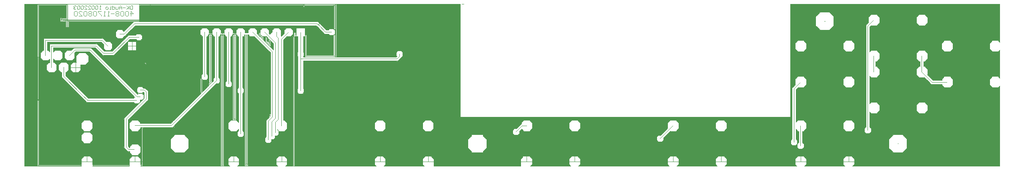
<source format=gbl>
*%FSLAX23Y23*%
*%MOIN*%
G01*
D11*
X6061Y8186D02*
X6071Y8374D01*
X6302Y8056D02*
X6418Y7940D01*
X6395Y7917D02*
X6279Y8033D01*
X6575Y8225D02*
X6816Y7985D01*
X6781Y7974D02*
X6528Y8228D01*
X6575Y8225D02*
X6909Y8209D01*
X6812Y7324D02*
X6504Y7323D01*
X6823Y7732D02*
X6934Y7843D01*
X7225Y8530D02*
X7464Y8541D01*
X7510Y7988D02*
X7201Y7679D01*
X6412Y7323D02*
X5937D01*
X6435Y7406D02*
X6481D01*
X6835D02*
X6881D01*
Y7414D02*
X6835D01*
X6798Y7445D02*
X6789D01*
X6798D02*
X6812D01*
X6812D01*
Y7337D02*
X6504D01*
X6412D02*
X6058D01*
X6904D02*
X6914D01*
X6458Y7360D02*
X6412D01*
X6458D02*
X6504D01*
X6812D02*
X6858D01*
X6904D01*
Y7323D02*
X7647D01*
X6881Y7406D02*
X6860D01*
Y7414D02*
X6881D01*
X12835Y7323D02*
X14062D01*
X12771D02*
X12435D01*
X12371D02*
X11772D01*
X11708D02*
X11372D01*
X11308D02*
X10552D01*
X10488D02*
X10152D01*
X9267D02*
X8931D01*
X8867D02*
X8111D01*
X8047D02*
X7711D01*
X7266Y7435D02*
X7192D01*
X13176D02*
X13250D01*
X12426Y7406D02*
X12380D01*
X12780D02*
X12826D01*
X7702D02*
X7656D01*
X8056D02*
X8102D01*
X8876D02*
X8922D01*
X9276D02*
X9322D01*
X10097D02*
X10143D01*
X10497D02*
X10543D01*
X11317D02*
X11363D01*
X11717D02*
X11763D01*
X6074Y8186D02*
Y8223D01*
Y8271D02*
Y8412D01*
X6072Y8225D02*
Y8186D01*
Y8269D02*
Y8393D01*
X6070Y8356D02*
Y8186D01*
X6068D02*
Y8318D01*
X6066Y8280D02*
Y8186D01*
X6064D02*
Y8242D01*
X6062Y8205D02*
Y8186D01*
X6071Y8226D02*
Y8268D01*
X6074Y8223D02*
Y7842D01*
X6072D02*
Y8225D01*
X6070Y8250D02*
Y7842D01*
X6068D02*
Y8250D01*
X6066Y8250D02*
Y7842D01*
X6064D02*
Y8250D01*
X6062Y8250D02*
Y7842D01*
X6060D02*
Y8250D01*
X6058Y8250D02*
Y7842D01*
X6071Y8226D02*
Y8250D01*
X6058Y8250D02*
Y7842D01*
X6074Y7877D02*
Y7337D01*
X6072D02*
Y7877D01*
X6070D02*
Y7337D01*
X6068D02*
Y7877D01*
X6066D02*
Y7337D01*
X6064D02*
Y7877D01*
X6062D02*
Y7337D01*
X6060D02*
Y7877D01*
X6058D02*
Y7337D01*
X6074Y8271D02*
Y8662D01*
X6072D02*
Y8269D01*
X6070Y8243D02*
Y8662D01*
X6068D02*
Y8243D01*
X6066D02*
Y8662D01*
X6064D02*
Y8243D01*
X6062D02*
Y8662D01*
X6060D02*
Y8243D01*
X6058D02*
Y8662D01*
X6071Y8268D02*
Y8243D01*
X5937Y8676D02*
Y7323D01*
X5938D02*
Y8676D01*
X5940D02*
Y7323D01*
X5942D02*
Y8676D01*
X5944D02*
Y7323D01*
X5946D02*
Y8676D01*
X5948D02*
Y7323D01*
X5950D02*
Y8676D01*
X5952D02*
Y7323D01*
X5954D02*
Y8676D01*
X5956D02*
Y7323D01*
X5958D02*
Y8676D01*
X5960D02*
Y7323D01*
X5962D02*
Y8676D01*
X5964D02*
Y7323D01*
X5966D02*
Y8676D01*
X5968D02*
Y7323D01*
X5970D02*
Y8676D01*
X5972D02*
Y7323D01*
X5974D02*
Y8676D01*
X5976D02*
Y7323D01*
X5978D02*
Y8676D01*
X5980D02*
Y7323D01*
X5982D02*
Y8676D01*
X5984D02*
Y7323D01*
X5986D02*
Y8676D01*
X5988D02*
Y7323D01*
X5990D02*
Y8676D01*
X5992D02*
Y7323D01*
X5994D02*
Y8676D01*
X5996D02*
Y7323D01*
X5998D02*
Y8676D01*
X6000D02*
Y7323D01*
X6002D02*
Y8676D01*
X6004D02*
Y7323D01*
X6006D02*
Y8676D01*
X6008D02*
Y7323D01*
X6010D02*
Y8676D01*
X6012D02*
Y7323D01*
X6014D02*
Y8676D01*
X6016D02*
Y7323D01*
X6018D02*
Y8676D01*
X6020D02*
Y7323D01*
X6022D02*
Y8676D01*
X6024D02*
Y7323D01*
X6026D02*
Y8676D01*
X6028D02*
Y7323D01*
X6030D02*
Y8676D01*
X6032D02*
Y7323D01*
X6034D02*
Y8676D01*
X6036D02*
Y7323D01*
X6038D02*
Y8676D01*
X6040D02*
Y7323D01*
X6042D02*
Y8676D01*
X6044D02*
Y7323D01*
X6071Y8268D02*
X6092Y8289D01*
X6071Y8226D02*
X6092Y8205D01*
X6071Y8374D02*
X6073Y8412D01*
X6435Y7614D02*
X6481D01*
Y7514D02*
X6435D01*
Y7606D02*
X6481D01*
X6835Y7506D02*
X6881D01*
Y7614D02*
X6835D01*
X6777Y7466D02*
X6768D01*
X6904Y7647D02*
X6914D01*
X6812Y7477D02*
X6812D01*
X7994Y7546D02*
X8010D01*
X7980Y7516D02*
X7954D01*
X11218Y7526D02*
X11246D01*
X12334Y7496D02*
X12360D01*
X12388Y7466D02*
X12416D01*
X7750Y7566D02*
X7724D01*
X8024Y7576D02*
X8040D01*
X10018Y7635D02*
X10036D01*
X10046Y7581D02*
X10018D01*
X11218Y7580D02*
X11236D01*
X12948Y7596D02*
X12976D01*
X7266Y7585D02*
X7192D01*
X13176D02*
X13250D01*
X12426Y7614D02*
X12418D01*
X12386D02*
X12380D01*
X12780D02*
X12826D01*
X7702D02*
X7656D01*
X8056D02*
X8102D01*
X8056D02*
X8054D01*
X8876D02*
X8922D01*
X9276D02*
X9322D01*
X10097D02*
X10143D01*
X10497D02*
X10543D01*
X11317D02*
X11363D01*
X11317D02*
X11316D01*
X11717D02*
X11763D01*
X6270Y8189D02*
Y8311D01*
Y8343D02*
Y8358D01*
Y8390D02*
Y8412D01*
X6268Y8311D02*
Y8189D01*
Y8343D02*
Y8358D01*
Y8390D02*
Y8412D01*
X6266Y8311D02*
Y8189D01*
Y8343D02*
Y8358D01*
Y8390D02*
Y8412D01*
X6264Y8311D02*
Y8189D01*
Y8343D02*
Y8358D01*
Y8390D02*
Y8412D01*
X6262Y8311D02*
Y8189D01*
Y8343D02*
Y8358D01*
Y8390D02*
Y8412D01*
X6260Y8311D02*
Y8189D01*
Y8343D02*
Y8358D01*
Y8390D02*
Y8412D01*
X6258Y8311D02*
Y8189D01*
Y8343D02*
Y8358D01*
Y8390D02*
Y8412D01*
X6256Y8311D02*
Y8189D01*
Y8343D02*
Y8358D01*
Y8390D02*
Y8412D01*
X6254Y8225D02*
Y8189D01*
Y8269D02*
Y8311D01*
Y8343D02*
Y8358D01*
Y8390D02*
Y8412D01*
X6252Y8223D02*
Y8189D01*
Y8271D02*
Y8311D01*
Y8343D02*
Y8358D01*
Y8390D02*
Y8412D01*
X6250Y8221D02*
Y8189D01*
Y8273D02*
Y8311D01*
Y8343D02*
Y8358D01*
Y8390D02*
Y8412D01*
X6248Y8219D02*
Y8189D01*
Y8275D02*
Y8311D01*
Y8343D02*
Y8358D01*
Y8390D02*
Y8412D01*
X6246Y8217D02*
Y8189D01*
Y8277D02*
Y8311D01*
Y8343D02*
Y8358D01*
Y8390D02*
Y8412D01*
X6244Y8215D02*
Y8189D01*
Y8279D02*
Y8311D01*
Y8343D02*
Y8358D01*
Y8390D02*
Y8412D01*
X6242Y8205D02*
Y8189D01*
Y8205D02*
Y8213D01*
Y8281D02*
Y8289D01*
Y8311D01*
Y8343D02*
Y8358D01*
Y8390D02*
Y8412D01*
X6240Y8205D02*
Y8189D01*
Y8205D02*
Y8211D01*
Y8283D02*
Y8289D01*
Y8311D01*
Y8343D02*
Y8358D01*
Y8390D02*
Y8412D01*
X6238Y8205D02*
Y8189D01*
Y8289D02*
Y8311D01*
Y8343D02*
Y8358D01*
Y8390D02*
Y8412D01*
X6236Y8205D02*
Y8189D01*
Y8289D02*
Y8311D01*
Y8343D02*
Y8358D01*
Y8390D02*
Y8412D01*
X6234Y8205D02*
Y8189D01*
Y8289D02*
Y8311D01*
Y8343D02*
Y8358D01*
Y8390D02*
Y8412D01*
X6232Y8205D02*
Y8189D01*
Y8289D02*
Y8311D01*
Y8343D02*
Y8358D01*
Y8390D02*
Y8412D01*
X6230Y8205D02*
Y8186D01*
Y8289D02*
Y8311D01*
Y8343D02*
Y8358D01*
Y8390D02*
Y8412D01*
X6228Y8205D02*
Y8186D01*
Y8289D02*
Y8311D01*
Y8343D02*
Y8358D01*
Y8390D02*
Y8412D01*
X6226Y8205D02*
Y8186D01*
Y8289D02*
Y8311D01*
Y8343D02*
Y8358D01*
Y8390D02*
Y8412D01*
X6224Y8205D02*
Y8186D01*
Y8289D02*
Y8311D01*
Y8343D02*
Y8358D01*
Y8390D02*
Y8412D01*
X6222Y8205D02*
Y8186D01*
Y8289D02*
Y8311D01*
Y8343D02*
Y8358D01*
Y8390D02*
Y8412D01*
X6220Y8205D02*
Y8186D01*
Y8289D02*
Y8311D01*
Y8343D02*
Y8358D01*
Y8390D02*
Y8412D01*
X6218Y8205D02*
Y8186D01*
Y8289D02*
Y8311D01*
Y8343D02*
Y8358D01*
Y8390D02*
Y8412D01*
X6216Y8205D02*
Y8186D01*
Y8289D02*
Y8311D01*
Y8343D02*
Y8358D01*
Y8390D02*
Y8412D01*
X6214Y8205D02*
Y8186D01*
Y8289D02*
Y8311D01*
Y8343D02*
Y8358D01*
Y8390D02*
Y8412D01*
X6212Y8205D02*
Y8186D01*
Y8289D02*
Y8311D01*
Y8343D02*
Y8358D01*
Y8390D02*
Y8412D01*
X6210Y8205D02*
Y8186D01*
Y8289D02*
Y8311D01*
Y8343D02*
Y8358D01*
Y8390D02*
Y8412D01*
X6208Y8205D02*
Y8186D01*
Y8289D02*
Y8311D01*
Y8343D02*
Y8358D01*
Y8390D02*
Y8412D01*
X6206Y8205D02*
Y8186D01*
Y8289D02*
Y8311D01*
Y8343D02*
Y8358D01*
Y8390D02*
Y8412D01*
X6204Y8205D02*
Y8186D01*
Y8289D02*
Y8311D01*
Y8343D02*
Y8358D01*
Y8390D02*
Y8412D01*
X6202Y8205D02*
Y8186D01*
Y8289D02*
Y8311D01*
Y8343D02*
Y8358D01*
Y8390D02*
Y8412D01*
X6200Y8205D02*
Y8186D01*
Y8289D02*
Y8311D01*
Y8343D02*
Y8358D01*
Y8390D02*
Y8412D01*
X6198Y8205D02*
Y8186D01*
Y8289D02*
Y8311D01*
Y8343D02*
Y8358D01*
Y8390D02*
Y8412D01*
X6196Y8205D02*
Y8186D01*
Y8289D02*
Y8311D01*
Y8343D02*
Y8358D01*
Y8390D02*
Y8412D01*
X6194Y8205D02*
Y8186D01*
Y8289D02*
Y8311D01*
Y8343D02*
Y8358D01*
Y8390D02*
Y8412D01*
X6192Y8205D02*
Y8189D01*
Y8289D02*
Y8311D01*
Y8343D02*
Y8358D01*
Y8390D02*
Y8412D01*
X6190Y8205D02*
Y8189D01*
Y8289D02*
Y8311D01*
Y8343D02*
Y8358D01*
Y8390D02*
Y8412D01*
X6188Y8205D02*
Y8189D01*
Y8289D02*
Y8311D01*
Y8343D02*
Y8358D01*
Y8390D02*
Y8412D01*
X6186Y8205D02*
Y8189D01*
Y8205D02*
Y8211D01*
Y8283D02*
Y8289D01*
Y8311D01*
Y8343D02*
Y8358D01*
Y8390D02*
Y8412D01*
X6184Y8205D02*
Y8189D01*
Y8205D02*
Y8213D01*
Y8281D02*
Y8289D01*
Y8311D01*
Y8343D02*
Y8358D01*
Y8390D02*
Y8412D01*
X6182Y8205D02*
Y8189D01*
Y8205D02*
Y8215D01*
Y8279D02*
Y8289D01*
Y8311D01*
Y8343D02*
Y8358D01*
Y8390D02*
Y8412D01*
X6180Y8217D02*
Y8189D01*
Y8277D02*
Y8311D01*
Y8343D02*
Y8358D01*
Y8390D02*
Y8412D01*
X6178Y8219D02*
Y8189D01*
Y8275D02*
Y8311D01*
Y8343D02*
Y8358D01*
Y8390D02*
Y8412D01*
X6176Y8358D02*
Y8343D01*
Y8390D02*
Y8412D01*
X6174Y8358D02*
Y8343D01*
Y8390D02*
Y8412D01*
X6172Y8358D02*
Y8343D01*
Y8390D02*
Y8412D01*
X6170Y8358D02*
Y8343D01*
Y8390D02*
Y8412D01*
X6168Y8358D02*
Y8343D01*
Y8390D02*
Y8412D01*
X6166Y8358D02*
Y8343D01*
Y8390D02*
Y8412D01*
X6164Y8358D02*
Y8343D01*
Y8390D02*
Y8412D01*
X6162Y8358D02*
Y8343D01*
Y8390D02*
Y8412D01*
X6160Y8358D02*
Y8343D01*
Y8390D02*
Y8412D01*
X6158Y8358D02*
Y8343D01*
Y8390D02*
Y8412D01*
X6156Y8358D02*
Y8343D01*
Y8390D02*
Y8412D01*
X6154Y8358D02*
Y8343D01*
Y8390D02*
Y8412D01*
X6152Y8358D02*
Y8343D01*
Y8390D02*
Y8412D01*
X6150Y8358D02*
Y8343D01*
Y8390D02*
Y8412D01*
X6148Y8358D02*
Y8343D01*
Y8390D02*
Y8412D01*
X6146Y8217D02*
Y8189D01*
Y8277D02*
Y8311D01*
Y8343D01*
Y8358D01*
Y8390D02*
Y8412D01*
X6144Y8215D02*
Y8189D01*
Y8279D02*
Y8311D01*
Y8343D01*
Y8358D01*
Y8390D02*
Y8412D01*
X6142Y8205D02*
Y8189D01*
Y8205D02*
Y8213D01*
Y8281D02*
Y8289D01*
Y8311D01*
Y8343D01*
Y8358D01*
Y8390D02*
Y8412D01*
X6140Y8205D02*
Y8189D01*
Y8205D02*
Y8211D01*
Y8283D02*
Y8289D01*
Y8311D01*
Y8343D01*
Y8358D01*
Y8390D02*
Y8412D01*
X6138Y8205D02*
Y8189D01*
Y8289D02*
Y8311D01*
Y8343D01*
Y8358D01*
Y8390D02*
Y8412D01*
X6136Y8205D02*
Y8189D01*
Y8289D02*
Y8311D01*
Y8343D01*
Y8358D01*
Y8390D02*
Y8412D01*
X6134Y8205D02*
Y8189D01*
Y8289D02*
Y8358D01*
Y8390D02*
Y8412D01*
X6132Y8205D02*
Y8189D01*
Y8289D02*
Y8358D01*
Y8390D02*
Y8412D01*
X6130Y8205D02*
Y8186D01*
Y8289D02*
Y8358D01*
Y8390D02*
Y8412D01*
X6128Y8205D02*
Y8186D01*
Y8289D02*
Y8358D01*
Y8390D02*
Y8412D01*
X6126Y8205D02*
Y8186D01*
Y8390D02*
Y8412D01*
X6124Y8205D02*
Y8186D01*
Y8390D02*
Y8412D01*
X6122Y8205D02*
Y8186D01*
Y8390D02*
Y8412D01*
X6120Y8205D02*
Y8186D01*
Y8390D02*
Y8412D01*
X6118Y8205D02*
Y8186D01*
Y8390D02*
Y8412D01*
X6116Y8205D02*
Y8186D01*
Y8390D02*
Y8412D01*
X6114Y8205D02*
Y8186D01*
Y8390D02*
Y8412D01*
X6112Y8205D02*
Y8186D01*
Y8390D02*
Y8412D01*
X6110Y8205D02*
Y8186D01*
Y8390D02*
Y8412D01*
X6108Y8205D02*
Y8186D01*
Y8390D02*
Y8412D01*
X6106Y8205D02*
Y8186D01*
Y8390D02*
Y8412D01*
X6104Y8205D02*
Y8186D01*
Y8390D02*
Y8412D01*
X6102Y8205D02*
Y8186D01*
Y8390D02*
Y8412D01*
X6100Y8205D02*
Y8186D01*
Y8390D02*
Y8412D01*
X6098Y8205D02*
Y8186D01*
Y8390D02*
Y8412D01*
X6096Y8205D02*
Y8186D01*
Y8289D02*
Y8358D01*
Y8390D01*
Y8412D01*
X6094Y8205D02*
Y8186D01*
Y8289D02*
Y8358D01*
Y8390D01*
Y8412D01*
X6092Y8205D02*
Y8186D01*
Y8289D02*
Y8358D01*
Y8390D01*
Y8412D01*
X6090Y8205D02*
Y8186D01*
Y8289D02*
Y8358D01*
Y8390D01*
Y8412D01*
X6088Y8205D02*
Y8186D01*
Y8289D02*
Y8358D01*
Y8390D01*
Y8412D01*
X6086Y8205D02*
Y8186D01*
Y8205D02*
Y8211D01*
Y8283D02*
Y8289D01*
Y8358D01*
Y8390D01*
Y8412D01*
X6084Y8205D02*
Y8186D01*
Y8205D02*
Y8213D01*
Y8281D02*
Y8289D01*
Y8412D01*
X6082Y8205D02*
Y8186D01*
Y8205D02*
Y8215D01*
Y8279D02*
Y8289D01*
Y8412D01*
X6080Y8217D02*
Y8186D01*
Y8277D02*
Y8412D01*
X6078Y8219D02*
Y8186D01*
Y8275D02*
Y8412D01*
X6076Y8221D02*
Y8186D01*
Y8273D02*
Y8412D01*
X6255Y8268D02*
Y8226D01*
X6146Y8189D02*
Y8186D01*
X6270Y8042D02*
Y7842D01*
Y8189D02*
Y8240D01*
X6268Y8044D02*
Y7842D01*
Y8189D02*
Y8240D01*
X6266Y8046D02*
Y7842D01*
Y8189D02*
Y8240D01*
X6264Y8048D02*
Y7842D01*
Y8189D02*
Y8240D01*
X6262Y8050D02*
Y7842D01*
Y8189D02*
Y8241D01*
X6260Y8052D02*
Y7842D01*
Y8189D02*
Y8241D01*
X6258Y8054D02*
Y7842D01*
Y8189D02*
Y8241D01*
X6256Y8056D02*
Y7842D01*
Y8189D02*
Y8241D01*
X6254Y8056D02*
Y7842D01*
X6252D02*
Y8056D01*
X6250D02*
Y7842D01*
Y8056D02*
Y8062D01*
X6248Y8056D02*
Y7842D01*
Y8056D02*
Y8064D01*
X6246Y8056D02*
Y7842D01*
Y8056D02*
Y8066D01*
Y8078D01*
Y8105D01*
X6244Y8056D02*
Y7842D01*
Y8056D02*
Y8068D01*
Y8076D01*
Y8105D01*
X6242Y8056D02*
Y7842D01*
Y8056D02*
Y8070D01*
Y8074D02*
Y8105D01*
X6240Y8056D02*
Y7842D01*
Y8056D02*
Y8105D01*
X6238Y8056D02*
Y7842D01*
Y8056D02*
Y8105D01*
X6236D02*
Y7842D01*
Y8105D02*
Y8111D01*
Y8183D02*
Y8189D01*
X6234Y8105D02*
Y7842D01*
Y8105D02*
Y8113D01*
Y8181D02*
Y8189D01*
X6232Y8105D02*
Y7842D01*
Y8105D02*
Y8115D01*
Y8179D02*
Y8189D01*
X6230Y8117D02*
Y7842D01*
Y8177D02*
Y8205D01*
X6228Y8119D02*
Y7842D01*
Y8175D02*
Y8205D01*
X6226Y8121D02*
Y7842D01*
Y8173D02*
Y8205D01*
X6224Y8123D02*
Y7842D01*
Y8171D02*
Y8205D01*
X6222Y8125D02*
Y7842D01*
Y8169D02*
Y8205D01*
X6220D02*
Y7842D01*
X6218D02*
Y8205D01*
X6216D02*
Y7842D01*
X6214D02*
Y8205D01*
X6212D02*
Y7842D01*
X6210D02*
Y8205D01*
X6208D02*
Y7842D01*
X6206D02*
Y8205D01*
X6204Y8125D02*
Y7842D01*
Y8169D02*
Y8205D01*
X6202Y8123D02*
Y7842D01*
Y8171D02*
Y8205D01*
X6200Y8121D02*
Y7842D01*
Y8173D02*
Y8205D01*
X6198Y8119D02*
Y7842D01*
Y8175D02*
Y8205D01*
X6196Y8117D02*
Y7842D01*
Y8177D02*
Y8205D01*
X6194Y8115D02*
Y7842D01*
Y8179D02*
Y8205D01*
X6192Y8105D02*
Y7842D01*
Y8105D02*
Y8113D01*
Y8181D02*
Y8189D01*
X6190Y8105D02*
Y7842D01*
Y8105D02*
Y8111D01*
Y8183D02*
Y8189D01*
X6188Y8105D02*
Y7842D01*
X6186D02*
Y8105D01*
X6184D02*
Y7842D01*
X6182D02*
Y8105D01*
X6180D02*
Y7842D01*
X6178D02*
Y8105D01*
X6176D02*
Y7842D01*
X6174D02*
Y8105D01*
X6172D02*
Y7842D01*
X6170D02*
Y8105D01*
X6168D02*
Y7842D01*
X6166D02*
Y8105D01*
X6164D02*
Y7842D01*
X6162D02*
Y8105D01*
X6160D02*
Y7842D01*
X6158D02*
Y8105D01*
X6156D02*
Y7842D01*
X6154D02*
Y8105D01*
X6152D02*
Y7842D01*
X6150D02*
Y8105D01*
X6148D02*
Y7842D01*
X6146D02*
Y8105D01*
X6144D02*
Y7842D01*
X6142D02*
Y8105D01*
X6140D02*
Y7842D01*
X6138D02*
Y8105D01*
X6136D02*
Y7842D01*
Y8105D02*
Y8111D01*
Y8183D02*
Y8189D01*
X6134Y8105D02*
Y7842D01*
Y8105D02*
Y8113D01*
Y8181D02*
Y8189D01*
X6132Y8105D02*
Y7842D01*
Y8105D02*
Y8115D01*
Y8179D02*
Y8189D01*
X6130Y8117D02*
Y7842D01*
Y8177D02*
Y8205D01*
X6128Y8119D02*
Y7842D01*
Y8175D02*
Y8205D01*
X6126Y8121D02*
Y7842D01*
Y8173D02*
Y8205D01*
X6124Y8123D02*
Y7842D01*
Y8171D02*
Y8205D01*
X6122Y8125D02*
Y7842D01*
Y8169D02*
Y8205D01*
X6120D02*
Y7842D01*
X6118D02*
Y8205D01*
X6116D02*
Y7842D01*
X6114D02*
Y8205D01*
X6112D02*
Y7842D01*
X6110D02*
Y8205D01*
X6108D02*
Y7842D01*
X6106D02*
Y8205D01*
X6104D02*
Y7842D01*
X6102D02*
Y8205D01*
X6100D02*
Y7842D01*
X6098D02*
Y8205D01*
X6096D02*
Y7842D01*
X6094D02*
Y8205D01*
X6092D02*
Y7842D01*
X6090D02*
Y8205D01*
X6088D02*
Y7842D01*
X6086D02*
Y8205D01*
X6084D02*
Y7842D01*
X6082D02*
Y8205D01*
X6080Y8217D02*
Y7842D01*
X6078D02*
Y8219D01*
X6076Y8221D02*
Y7842D01*
X6221Y8126D02*
Y8168D01*
X6255Y8226D02*
Y8241D01*
X6205Y8168D02*
Y8126D01*
X6121D02*
Y8168D01*
X6247Y8065D02*
Y8056D01*
Y8065D02*
Y8079D01*
Y8105D01*
X6270Y7877D02*
Y7337D01*
X6268D02*
Y7877D01*
X6266D02*
Y7337D01*
X6264D02*
Y7877D01*
X6262D02*
Y7337D01*
X6260D02*
Y7877D01*
X6258D02*
Y7337D01*
X6256D02*
Y7877D01*
X6254D02*
Y7337D01*
X6252D02*
Y7877D01*
X6250D02*
Y7337D01*
X6248D02*
Y7877D01*
X6246D02*
Y7337D01*
X6244D02*
Y7877D01*
X6242D02*
Y7337D01*
X6240D02*
Y7877D01*
X6238D02*
Y7337D01*
X6236D02*
Y7877D01*
X6234D02*
Y7337D01*
X6232D02*
Y7877D01*
X6230D02*
Y7337D01*
X6228D02*
Y7877D01*
X6226D02*
Y7337D01*
X6224D02*
Y7877D01*
X6222D02*
Y7337D01*
X6220D02*
Y7877D01*
X6218D02*
Y7337D01*
X6216D02*
Y7877D01*
X6214D02*
Y7337D01*
X6212D02*
Y7877D01*
X6210D02*
Y7337D01*
X6208D02*
Y7877D01*
X6206D02*
Y7337D01*
X6204D02*
Y7877D01*
X6202D02*
Y7337D01*
X6200D02*
Y7877D01*
X6198D02*
Y7337D01*
X6196D02*
Y7877D01*
X6194D02*
Y7337D01*
X6192D02*
Y7877D01*
X6190D02*
Y7337D01*
X6188D02*
Y7877D01*
X6186D02*
Y7337D01*
X6184D02*
Y7877D01*
X6182D02*
Y7337D01*
X6180D02*
Y7877D01*
X6178D02*
Y7337D01*
X6176D02*
Y7877D01*
X6174D02*
Y7337D01*
X6172D02*
Y7877D01*
X6170D02*
Y7337D01*
X6168D02*
Y7877D01*
X6166D02*
Y7337D01*
X6164D02*
Y7877D01*
X6162D02*
Y7337D01*
X6160D02*
Y7877D01*
X6158D02*
Y7337D01*
X6156D02*
Y7877D01*
X6154D02*
Y7337D01*
X6152D02*
Y7877D01*
X6150D02*
Y7337D01*
X6148D02*
Y7877D01*
X6146D02*
Y7337D01*
X6144D02*
Y7877D01*
X6142D02*
Y7337D01*
X6140D02*
Y7877D01*
X6138D02*
Y7337D01*
X6136D02*
Y7877D01*
X6134D02*
Y7337D01*
X6132D02*
Y7877D01*
X6130D02*
Y7337D01*
X6128D02*
Y7877D01*
X6126D02*
Y7337D01*
X6124D02*
Y7877D01*
X6122D02*
Y7337D01*
X6120D02*
Y7877D01*
X6118D02*
Y7337D01*
X6116D02*
Y7877D01*
X6114D02*
Y7337D01*
X6112D02*
Y7877D01*
X6110D02*
Y7337D01*
X6108D02*
Y7877D01*
X6106D02*
Y7337D01*
X6104D02*
Y7877D01*
X6102D02*
Y7337D01*
X6100D02*
Y7877D01*
X6098D02*
Y7337D01*
X6096D02*
Y7877D01*
X6094D02*
Y7337D01*
X6092D02*
Y7877D01*
X6090D02*
Y7337D01*
X6088D02*
Y7877D01*
X6086D02*
Y7337D01*
X6084D02*
Y7877D01*
X6082D02*
Y7337D01*
X6080D02*
Y7877D01*
X6078D02*
Y7337D01*
X6076D02*
Y7877D01*
X6152Y8390D02*
Y8662D01*
X6270Y8483D02*
Y8390D01*
Y8483D02*
Y8530D01*
Y8566D02*
Y8662D01*
X6268Y8483D02*
Y8390D01*
Y8483D02*
Y8530D01*
Y8566D02*
Y8662D01*
X6266Y8530D02*
Y8390D01*
Y8562D02*
Y8662D01*
X6264Y8530D02*
Y8390D01*
Y8562D02*
Y8662D01*
X6262Y8530D02*
Y8390D01*
Y8562D02*
Y8662D01*
X6260Y8530D02*
Y8390D01*
Y8562D02*
Y8662D01*
X6258Y8530D02*
Y8390D01*
Y8562D02*
Y8662D01*
X6256Y8530D02*
Y8390D01*
Y8562D02*
Y8662D01*
X6254Y8530D02*
Y8390D01*
Y8562D02*
Y8662D01*
X6252Y8530D02*
Y8390D01*
Y8562D02*
Y8662D01*
X6250Y8530D02*
Y8390D01*
Y8562D02*
Y8662D01*
X6248Y8530D02*
Y8390D01*
Y8562D02*
Y8662D01*
X6246Y8530D02*
Y8390D01*
Y8562D02*
Y8662D01*
X6244Y8530D02*
Y8390D01*
Y8562D02*
Y8662D01*
X6242Y8530D02*
Y8390D01*
Y8562D02*
Y8662D01*
X6240Y8530D02*
Y8390D01*
Y8562D02*
Y8662D01*
X6238Y8530D02*
Y8390D01*
Y8562D02*
Y8662D01*
X6236Y8530D02*
Y8390D01*
Y8562D02*
Y8662D01*
X6234Y8530D02*
Y8390D01*
Y8530D02*
Y8562D01*
Y8662D01*
X6232Y8530D02*
Y8390D01*
Y8530D02*
Y8562D01*
Y8662D01*
X6230Y8530D02*
Y8390D01*
Y8530D02*
Y8562D01*
Y8662D01*
X6228Y8530D02*
Y8390D01*
Y8530D02*
Y8562D01*
Y8662D01*
X6226Y8530D02*
Y8390D01*
Y8530D02*
Y8562D01*
Y8662D01*
X6224D02*
Y8390D01*
X6222D02*
Y8662D01*
X6220D02*
Y8390D01*
X6218D02*
Y8662D01*
X6216D02*
Y8390D01*
X6214D02*
Y8662D01*
X6212D02*
Y8390D01*
X6210D02*
Y8662D01*
X6208D02*
Y8390D01*
X6206D02*
Y8662D01*
X6204D02*
Y8390D01*
X6202D02*
Y8662D01*
X6200D02*
Y8390D01*
X6198D02*
Y8662D01*
X6196D02*
Y8390D01*
X6194D02*
Y8662D01*
X6192D02*
Y8390D01*
X6190D02*
Y8662D01*
X6188D02*
Y8390D01*
X6186D02*
Y8662D01*
X6184D02*
Y8390D01*
X6182D02*
Y8662D01*
X6180D02*
Y8390D01*
X6178D02*
Y8662D01*
X6176D02*
Y8390D01*
X6174D02*
Y8662D01*
X6172D02*
Y8390D01*
X6170D02*
Y8662D01*
X6168D02*
Y8390D01*
X6166D02*
Y8662D01*
X6164D02*
Y8390D01*
X6162D02*
Y8662D01*
X6160D02*
Y8390D01*
X6158D02*
Y8662D01*
X6156D02*
Y8390D01*
X6154D02*
Y8662D01*
X6150D02*
Y8390D01*
X6148D02*
Y8662D01*
X6146D02*
Y8390D01*
X6144D02*
Y8662D01*
X6142D02*
Y8390D01*
X6140D02*
Y8662D01*
X6138D02*
Y8390D01*
X6136D02*
Y8662D01*
X6134D02*
Y8390D01*
X6132D02*
Y8662D01*
X6130D02*
Y8390D01*
X6128D02*
Y8662D01*
X6126D02*
Y8390D01*
X6124D02*
Y8662D01*
X6122D02*
Y8390D01*
X6120D02*
Y8662D01*
X6118D02*
Y8390D01*
X6116D02*
Y8662D01*
X6114D02*
Y8390D01*
X6112D02*
Y8662D01*
X6110D02*
Y8390D01*
X6108D02*
Y8662D01*
X6106D02*
Y8390D01*
X6104D02*
Y8662D01*
X6102D02*
Y8390D01*
X6100D02*
Y8662D01*
X6098D02*
Y8390D01*
X6096D02*
Y8662D01*
X6094D02*
Y8390D01*
X6092D02*
Y8662D01*
X6090D02*
Y8390D01*
X6088D02*
Y8662D01*
X6086D02*
Y8390D01*
X6084Y8289D02*
Y8662D01*
X6082D02*
Y8289D01*
X6080Y8277D02*
Y8662D01*
X6078D02*
Y8275D01*
X6076Y8273D02*
Y8662D01*
X6235Y8562D02*
Y8530D01*
X6242Y8189D02*
X6239Y8186D01*
X6234Y8205D02*
X6255Y8226D01*
Y8268D02*
X6234Y8289D01*
X6192D02*
X6178Y8275D01*
Y8219D02*
X6192Y8205D01*
X6184Y8189D02*
X6187Y8186D01*
X6142Y8189D02*
X6139Y8186D01*
X6134Y8205D02*
X6146Y8217D01*
Y8277D02*
X6134Y8289D01*
X6242Y8189D02*
X6221Y8168D01*
Y8126D02*
X6242Y8105D01*
X6205Y8126D02*
X6184Y8105D01*
X6205Y8168D02*
X6184Y8189D01*
X6142D02*
X6121Y8168D01*
Y8126D02*
X6142Y8105D01*
X6256Y8056D02*
X6279Y8033D01*
X6256Y8056D02*
X6247Y8065D01*
X6240Y8072D01*
X6247Y8079D01*
X6255Y8241D02*
X6271Y8240D01*
X6434Y7842D02*
X6058D01*
X6435Y7706D02*
X6481D01*
X6835D02*
X6881D01*
X6886Y7846D02*
X6858D01*
X6777Y7732D02*
X6768D01*
X6904Y7679D02*
X6930D01*
X6904D02*
X7016D01*
X7048D01*
X7016D02*
X7013D01*
X7048D02*
X7155D01*
X7180Y7704D02*
X6968D01*
X6949Y7705D02*
X7181D01*
X12286Y7731D02*
X12316D01*
X10075Y7674D02*
X10074D01*
X10066D01*
X9598Y7731D02*
X12286D01*
X12380Y7706D02*
X12426D01*
X12780D02*
X12826D01*
X7702D02*
X7656D01*
X8093D02*
X8102D01*
X8876D02*
X8922D01*
X9276D02*
X9322D01*
X10097D02*
X10143D01*
X10497D02*
X10543D01*
X11317D02*
X11363D01*
X11717D02*
X11763D01*
X13390Y7763D02*
X13436D01*
X13036D02*
X12990D01*
X6466Y8248D02*
Y8278D01*
Y8343D02*
Y8358D01*
Y8390D02*
Y8412D01*
X6464Y8278D02*
Y8250D01*
Y8343D02*
Y8358D01*
Y8390D02*
Y8412D01*
X6462Y8278D02*
Y8252D01*
Y8343D02*
Y8358D01*
Y8390D02*
Y8412D01*
X6460Y8278D02*
Y8254D01*
Y8343D02*
Y8358D01*
Y8390D02*
Y8412D01*
X6458Y8278D02*
Y8256D01*
Y8343D02*
Y8358D01*
Y8390D02*
Y8412D01*
X6456Y8278D02*
Y8258D01*
Y8343D02*
Y8358D01*
Y8390D02*
Y8412D01*
X6454Y8270D02*
Y8260D01*
Y8270D02*
Y8278D01*
Y8343D02*
Y8358D01*
Y8390D02*
Y8412D01*
X6452Y8270D02*
Y8262D01*
Y8270D02*
Y8278D01*
Y8343D02*
Y8358D01*
Y8390D02*
Y8412D01*
X6450Y8278D02*
Y8270D01*
Y8343D02*
Y8358D01*
Y8390D02*
Y8412D01*
X6448Y8278D02*
Y8270D01*
Y8343D02*
Y8358D01*
Y8390D02*
Y8412D01*
X6446Y8278D02*
Y8270D01*
Y8343D02*
Y8358D01*
Y8390D02*
Y8412D01*
X6444Y8278D02*
Y8270D01*
Y8343D02*
Y8358D01*
Y8390D02*
Y8412D01*
X6442Y8278D02*
Y8270D01*
Y8343D02*
Y8358D01*
Y8390D02*
Y8412D01*
X6440Y8278D02*
Y8270D01*
Y8343D02*
Y8358D01*
Y8390D02*
Y8412D01*
X6438Y8278D02*
Y8270D01*
Y8343D02*
Y8358D01*
Y8390D02*
Y8412D01*
X6436Y8278D02*
Y8270D01*
Y8343D02*
Y8358D01*
Y8390D02*
Y8412D01*
X6434Y8278D02*
Y8270D01*
Y8343D02*
Y8358D01*
Y8390D02*
Y8412D01*
X6432Y8278D02*
Y8270D01*
Y8343D02*
Y8358D01*
Y8390D02*
Y8412D01*
X6430Y8278D02*
Y8270D01*
Y8343D02*
Y8358D01*
Y8390D02*
Y8412D01*
X6428Y8278D02*
Y8270D01*
Y8343D02*
Y8358D01*
Y8390D02*
Y8412D01*
X6426Y8278D02*
Y8270D01*
Y8343D02*
Y8358D01*
Y8390D02*
Y8412D01*
X6424Y8278D02*
Y8270D01*
Y8343D02*
Y8358D01*
Y8390D02*
Y8412D01*
X6422Y8278D02*
Y8270D01*
Y8343D02*
Y8358D01*
Y8390D02*
Y8412D01*
X6420Y8278D02*
Y8270D01*
Y8343D02*
Y8358D01*
Y8390D02*
Y8412D01*
X6418Y8278D02*
Y8270D01*
Y8343D02*
Y8358D01*
Y8390D02*
Y8412D01*
X6416Y8278D02*
Y8270D01*
Y8343D02*
Y8358D01*
Y8390D02*
Y8412D01*
X6414Y8278D02*
Y8270D01*
Y8343D02*
Y8358D01*
Y8390D02*
Y8412D01*
X6412Y8278D02*
Y8270D01*
Y8343D02*
Y8358D01*
Y8390D02*
Y8412D01*
X6410Y8278D02*
Y8270D01*
Y8343D02*
Y8358D01*
Y8390D02*
Y8412D01*
X6408Y8278D02*
Y8270D01*
Y8343D02*
Y8358D01*
Y8390D02*
Y8412D01*
X6406Y8278D02*
Y8270D01*
Y8343D02*
Y8358D01*
Y8390D02*
Y8412D01*
X6404Y8278D02*
Y8270D01*
Y8343D02*
Y8358D01*
Y8390D02*
Y8412D01*
X6402Y8278D02*
Y8270D01*
Y8343D02*
Y8358D01*
Y8390D02*
Y8412D01*
X6400Y8278D02*
Y8270D01*
Y8343D02*
Y8358D01*
Y8390D02*
Y8412D01*
X6398Y8278D02*
Y8270D01*
Y8343D02*
Y8358D01*
Y8390D02*
Y8412D01*
X6396Y8278D02*
Y8270D01*
Y8343D02*
Y8358D01*
Y8390D02*
Y8412D01*
X6394Y8278D02*
Y8270D01*
Y8343D02*
Y8358D01*
Y8390D02*
Y8412D01*
X6392Y8278D02*
Y8270D01*
Y8343D02*
Y8358D01*
Y8390D02*
Y8412D01*
X6390Y8278D02*
Y8270D01*
Y8343D02*
Y8358D01*
Y8390D02*
Y8412D01*
X6388Y8278D02*
Y8270D01*
Y8343D02*
Y8358D01*
Y8390D02*
Y8412D01*
X6386Y8270D02*
Y8262D01*
Y8270D02*
Y8278D01*
Y8343D02*
Y8358D01*
Y8390D02*
Y8412D01*
X6384Y8270D02*
Y8260D01*
Y8270D02*
Y8278D01*
Y8343D02*
Y8358D01*
Y8390D02*
Y8412D01*
X6382Y8278D02*
Y8258D01*
Y8343D02*
Y8358D01*
Y8390D02*
Y8412D01*
X6380Y8278D02*
Y8256D01*
Y8343D02*
Y8358D01*
Y8390D02*
Y8412D01*
X6378Y8278D02*
Y8254D01*
Y8343D02*
Y8358D01*
Y8390D02*
Y8412D01*
X6376Y8278D02*
Y8252D01*
Y8343D02*
Y8358D01*
Y8390D02*
Y8412D01*
X6374Y8278D02*
Y8250D01*
Y8343D02*
Y8358D01*
Y8390D02*
Y8412D01*
X6372Y8278D02*
Y8248D01*
Y8343D02*
Y8358D01*
Y8390D02*
Y8412D01*
X6370Y8278D02*
Y8246D01*
Y8343D02*
Y8358D01*
Y8390D02*
Y8412D01*
X6368Y8244D02*
Y8194D01*
Y8244D02*
Y8278D01*
Y8343D02*
Y8358D01*
Y8390D02*
Y8412D01*
X6366Y8278D02*
Y8189D01*
Y8343D02*
Y8358D01*
Y8390D02*
Y8412D01*
X6364Y8278D02*
Y8189D01*
Y8343D02*
Y8358D01*
Y8390D02*
Y8412D01*
X6362Y8277D02*
Y8189D01*
Y8343D02*
Y8358D01*
Y8390D02*
Y8412D01*
X6360Y8275D02*
Y8189D01*
Y8343D02*
Y8358D01*
Y8390D02*
Y8412D01*
X6358Y8273D02*
Y8189D01*
Y8343D02*
Y8358D01*
Y8390D02*
Y8412D01*
X6356Y8271D02*
Y8189D01*
Y8343D02*
Y8358D01*
Y8390D02*
Y8412D01*
X6354Y8225D02*
Y8189D01*
Y8343D02*
Y8358D01*
Y8390D02*
Y8412D01*
X6352Y8223D02*
Y8189D01*
Y8343D02*
Y8358D01*
Y8390D02*
Y8412D01*
X6350Y8221D02*
Y8189D01*
Y8343D02*
Y8358D01*
Y8390D02*
Y8412D01*
X6348Y8219D02*
Y8189D01*
Y8343D02*
Y8358D01*
Y8390D02*
Y8412D01*
X6346Y8217D02*
Y8189D01*
Y8343D02*
Y8358D01*
Y8390D02*
Y8412D01*
X6344Y8215D02*
Y8189D01*
Y8343D02*
Y8358D01*
Y8390D02*
Y8412D01*
X6342Y8205D02*
Y8189D01*
Y8205D02*
Y8213D01*
Y8303D02*
Y8310D01*
Y8343D02*
Y8358D01*
Y8390D02*
Y8412D01*
X6340Y8205D02*
Y8189D01*
Y8205D02*
Y8211D01*
Y8301D02*
Y8310D01*
Y8343D02*
Y8358D01*
Y8390D02*
Y8412D01*
X6338Y8205D02*
Y8189D01*
Y8299D02*
Y8310D01*
Y8343D02*
Y8358D01*
Y8390D02*
Y8412D01*
X6336Y8205D02*
Y8189D01*
Y8297D02*
Y8310D01*
Y8343D02*
Y8358D01*
Y8390D02*
Y8412D01*
X6334Y8205D02*
Y8189D01*
Y8295D02*
Y8310D01*
Y8343D02*
Y8358D01*
Y8390D02*
Y8412D01*
X6332Y8205D02*
Y8189D01*
Y8293D02*
Y8310D01*
Y8343D02*
Y8358D01*
Y8390D02*
Y8412D01*
X6330Y8205D02*
Y8186D01*
Y8291D02*
Y8310D01*
Y8343D02*
Y8358D01*
Y8390D02*
Y8412D01*
X6328Y8205D02*
Y8186D01*
Y8289D02*
Y8311D01*
Y8343D02*
Y8358D01*
Y8390D02*
Y8412D01*
X6326Y8205D02*
Y8186D01*
Y8289D02*
Y8311D01*
Y8343D02*
Y8358D01*
Y8390D02*
Y8412D01*
X6324Y8205D02*
Y8186D01*
Y8289D02*
Y8311D01*
Y8343D02*
Y8358D01*
Y8390D02*
Y8412D01*
X6322Y8205D02*
Y8186D01*
Y8289D02*
Y8311D01*
Y8343D02*
Y8358D01*
Y8390D02*
Y8412D01*
X6320Y8205D02*
Y8186D01*
Y8289D02*
Y8311D01*
Y8343D02*
Y8358D01*
Y8390D02*
Y8412D01*
X6318Y8205D02*
Y8186D01*
Y8289D02*
Y8311D01*
Y8343D02*
Y8358D01*
Y8390D02*
Y8412D01*
X6316Y8205D02*
Y8186D01*
Y8289D02*
Y8311D01*
Y8343D02*
Y8358D01*
Y8390D02*
Y8412D01*
X6314Y8205D02*
Y8186D01*
Y8289D02*
Y8311D01*
Y8343D02*
Y8358D01*
Y8390D02*
Y8412D01*
X6312Y8205D02*
Y8186D01*
Y8289D02*
Y8311D01*
Y8343D02*
Y8358D01*
Y8390D02*
Y8412D01*
X6310Y8205D02*
Y8186D01*
Y8289D02*
Y8311D01*
Y8343D02*
Y8358D01*
Y8390D02*
Y8412D01*
X6308Y8205D02*
Y8186D01*
Y8289D02*
Y8311D01*
Y8343D02*
Y8358D01*
Y8390D02*
Y8412D01*
X6306Y8205D02*
Y8186D01*
Y8289D02*
Y8311D01*
Y8343D02*
Y8358D01*
Y8390D02*
Y8412D01*
X6304Y8205D02*
Y8186D01*
Y8289D02*
Y8311D01*
Y8343D02*
Y8358D01*
Y8390D02*
Y8412D01*
X6302Y8205D02*
Y8186D01*
Y8289D02*
Y8311D01*
Y8343D02*
Y8358D01*
Y8390D02*
Y8412D01*
X6300Y8205D02*
Y8186D01*
Y8289D02*
Y8311D01*
Y8343D02*
Y8358D01*
Y8390D02*
Y8412D01*
X6298Y8205D02*
Y8186D01*
Y8289D02*
Y8311D01*
Y8343D02*
Y8358D01*
Y8390D02*
Y8412D01*
X6296Y8205D02*
Y8186D01*
Y8289D02*
Y8311D01*
Y8343D02*
Y8358D01*
Y8390D02*
Y8412D01*
X6294Y8205D02*
Y8186D01*
Y8289D02*
Y8311D01*
Y8343D02*
Y8358D01*
Y8390D02*
Y8412D01*
X6292Y8205D02*
Y8189D01*
Y8289D02*
Y8311D01*
Y8343D02*
Y8358D01*
Y8390D02*
Y8412D01*
X6290Y8205D02*
Y8189D01*
Y8289D02*
Y8311D01*
Y8343D02*
Y8358D01*
Y8390D02*
Y8412D01*
X6288Y8205D02*
Y8189D01*
Y8289D02*
Y8311D01*
Y8343D02*
Y8358D01*
Y8390D02*
Y8412D01*
X6286Y8205D02*
Y8189D01*
Y8205D02*
Y8211D01*
Y8283D02*
Y8289D01*
Y8311D01*
Y8343D02*
Y8358D01*
Y8390D02*
Y8412D01*
X6284Y8205D02*
Y8189D01*
Y8205D02*
Y8213D01*
Y8281D02*
Y8289D01*
Y8311D01*
Y8343D02*
Y8358D01*
Y8390D02*
Y8412D01*
X6282Y8205D02*
Y8189D01*
Y8205D02*
Y8215D01*
Y8279D02*
Y8289D01*
Y8311D01*
Y8343D02*
Y8358D01*
Y8390D02*
Y8412D01*
X6280Y8217D02*
Y8189D01*
Y8277D02*
Y8311D01*
Y8343D02*
Y8358D01*
Y8390D02*
Y8412D01*
X6278Y8219D02*
Y8189D01*
Y8275D02*
Y8311D01*
Y8343D02*
Y8358D01*
Y8390D02*
Y8412D01*
X6276Y8221D02*
Y8189D01*
Y8273D02*
Y8311D01*
Y8343D02*
Y8358D01*
Y8390D02*
Y8412D01*
X6274Y8223D02*
Y8189D01*
Y8271D02*
Y8311D01*
Y8343D02*
Y8358D01*
Y8390D02*
Y8412D01*
X6272Y8225D02*
Y8189D01*
Y8269D02*
Y8311D01*
Y8343D02*
Y8358D01*
Y8390D02*
Y8412D01*
X6355Y8268D02*
Y8226D01*
Y8268D02*
Y8270D01*
X6271Y8268D02*
Y8226D01*
X6340Y8310D02*
Y8311D01*
X6466Y8190D02*
Y7892D01*
X6464Y7894D02*
Y8188D01*
X6462Y8186D02*
Y7896D01*
X6460Y7898D02*
Y8184D01*
X6458Y8182D02*
Y7900D01*
X6456Y7902D02*
Y8180D01*
X6454Y8168D02*
Y7904D01*
Y8168D02*
Y8178D01*
X6452Y8168D02*
Y7906D01*
Y8168D02*
Y8176D01*
X6450Y8168D02*
Y7908D01*
X6448Y7910D02*
Y8168D01*
X6446D02*
Y7912D01*
X6444Y7914D02*
Y8168D01*
X6442D02*
Y7916D01*
X6440Y7918D02*
Y8168D01*
X6438D02*
Y7920D01*
X6436Y7922D02*
Y8168D01*
X6434Y7874D02*
Y7842D01*
Y7924D02*
Y8168D01*
X6432Y7874D02*
Y7842D01*
Y7874D02*
Y7880D01*
Y7926D02*
Y8168D01*
X6430Y7874D02*
Y7842D01*
Y7874D02*
Y7882D01*
Y7928D02*
Y8168D01*
X6428Y7874D02*
Y7842D01*
Y7874D02*
Y7884D01*
Y7930D02*
Y8168D01*
X6426Y7874D02*
Y7842D01*
Y7874D02*
Y7886D01*
Y7932D02*
Y8168D01*
X6424Y7874D02*
Y7842D01*
Y7874D02*
Y7888D01*
Y7934D02*
Y8168D01*
X6422Y7890D02*
Y7842D01*
Y7936D02*
Y8168D01*
X6420Y7892D02*
Y7842D01*
Y7938D02*
Y8168D01*
X6418Y7894D02*
Y7842D01*
Y7940D02*
Y8168D01*
X6416Y7896D02*
Y7842D01*
Y7942D02*
Y8168D01*
X6414Y7898D02*
Y7842D01*
Y7944D02*
Y8168D01*
X6412Y7900D02*
Y7842D01*
Y7946D02*
Y8168D01*
X6410Y7902D02*
Y7842D01*
Y7948D02*
Y8168D01*
X6408Y7904D02*
Y7842D01*
Y7950D02*
Y8168D01*
X6406Y7906D02*
Y7842D01*
Y7952D02*
Y8168D01*
X6404Y7908D02*
Y7842D01*
Y7954D02*
Y8125D01*
X6402Y7910D02*
Y7842D01*
Y7956D02*
Y8123D01*
X6400Y7912D02*
Y7842D01*
Y7958D02*
Y8121D01*
X6398Y7914D02*
Y7842D01*
Y7960D02*
Y8119D01*
X6396Y7916D02*
Y7842D01*
Y7962D02*
Y8117D01*
X6394Y7918D02*
Y7842D01*
Y7964D02*
Y8115D01*
X6392Y7920D02*
Y7842D01*
Y7966D02*
Y8105D01*
Y8113D01*
X6390Y7922D02*
Y7842D01*
Y7968D02*
Y8105D01*
Y8111D01*
X6388Y7924D02*
Y7842D01*
Y7970D02*
Y8105D01*
X6386Y7926D02*
Y7842D01*
Y7972D02*
Y8105D01*
X6384Y7928D02*
Y7842D01*
Y7974D02*
Y8105D01*
X6382Y7930D02*
Y7842D01*
Y7976D02*
Y8105D01*
X6380Y7932D02*
Y7842D01*
Y7978D02*
Y8105D01*
X6378Y7934D02*
Y7842D01*
Y7980D02*
Y8105D01*
X6376Y7936D02*
Y7842D01*
Y7982D02*
Y8105D01*
X6374Y7938D02*
Y7842D01*
Y7984D02*
Y8105D01*
X6372Y7940D02*
Y7842D01*
Y7986D02*
Y8105D01*
X6370Y7942D02*
Y7842D01*
Y7988D02*
Y8105D01*
X6368Y7944D02*
Y7842D01*
Y7990D02*
Y8105D01*
Y8194D02*
Y8235D01*
X6366Y7946D02*
Y7842D01*
Y7992D02*
Y8105D01*
Y8189D02*
Y8235D01*
X6364Y7948D02*
Y7842D01*
Y7994D02*
Y8105D01*
Y8189D02*
Y8236D01*
X6362Y7950D02*
Y7842D01*
Y7996D02*
Y8105D01*
Y8189D02*
Y8236D01*
X6360Y7952D02*
Y7842D01*
Y7998D02*
Y8105D01*
Y8189D02*
Y8236D01*
X6358Y7954D02*
Y7842D01*
Y8000D02*
Y8105D01*
Y8189D02*
Y8236D01*
X6356Y7956D02*
Y7842D01*
Y8002D02*
Y8105D01*
Y8189D02*
Y8236D01*
X6354Y7958D02*
Y7842D01*
Y8004D02*
Y8105D01*
Y8225D02*
Y8236D01*
X6352Y7960D02*
Y7842D01*
Y8006D02*
Y8105D01*
X6350Y7962D02*
Y7842D01*
Y8008D02*
Y8105D01*
X6348Y7964D02*
Y7842D01*
Y8010D02*
Y8105D01*
X6346Y7966D02*
Y7842D01*
Y8012D02*
Y8105D01*
X6344Y7968D02*
Y7842D01*
Y8014D02*
Y8105D01*
X6342Y7970D02*
Y7842D01*
Y8016D02*
Y8105D01*
X6340Y7972D02*
Y7842D01*
Y8018D02*
Y8105D01*
X6338Y7974D02*
Y7842D01*
Y8020D02*
Y8105D01*
X6336Y7976D02*
Y7842D01*
Y8022D02*
Y8105D01*
Y8111D01*
Y8183D02*
Y8189D01*
X6334Y7978D02*
Y7842D01*
Y8024D02*
Y8105D01*
Y8113D01*
Y8181D02*
Y8189D01*
X6332Y7980D02*
Y7842D01*
Y8026D02*
Y8105D01*
Y8115D01*
Y8179D02*
Y8189D01*
X6330Y7982D02*
Y7842D01*
Y8028D02*
Y8117D01*
Y8177D02*
Y8205D01*
X6328Y7984D02*
Y7842D01*
Y8030D02*
Y8119D01*
Y8175D02*
Y8205D01*
X6326Y7986D02*
Y7842D01*
Y8032D02*
Y8121D01*
Y8173D02*
Y8205D01*
X6324Y7988D02*
Y7842D01*
Y8034D02*
Y8123D01*
Y8171D02*
Y8205D01*
X6322Y7990D02*
Y7842D01*
Y8036D02*
Y8125D01*
Y8169D02*
Y8205D01*
X6320Y7992D02*
Y7842D01*
Y8038D02*
Y8205D01*
X6318Y7994D02*
Y7842D01*
Y8040D02*
Y8205D01*
X6316Y7996D02*
Y7842D01*
Y8042D02*
Y8205D01*
X6314Y7998D02*
Y7842D01*
Y8044D02*
Y8205D01*
X6312Y8000D02*
Y7842D01*
Y8046D02*
Y8205D01*
X6310Y8002D02*
Y7842D01*
Y8048D02*
Y8205D01*
X6308Y8004D02*
Y7842D01*
Y8050D02*
Y8205D01*
X6306Y8006D02*
Y7842D01*
Y8052D02*
Y8205D01*
X6304Y8008D02*
Y7842D01*
Y8054D02*
Y8125D01*
Y8169D02*
Y8205D01*
X6302Y8010D02*
Y7842D01*
Y8056D02*
Y8123D01*
Y8171D02*
Y8205D01*
X6300Y8012D02*
Y7842D01*
Y8058D02*
Y8121D01*
Y8173D02*
Y8205D01*
X6298Y8014D02*
Y7842D01*
Y8060D02*
Y8119D01*
Y8175D02*
Y8205D01*
X6296Y8016D02*
Y7842D01*
Y8062D02*
Y8117D01*
Y8177D02*
Y8205D01*
X6294Y8018D02*
Y7842D01*
Y8064D02*
Y8115D01*
Y8179D02*
Y8205D01*
X6292Y8020D02*
Y7842D01*
Y8066D02*
Y8105D01*
Y8113D01*
Y8181D02*
Y8189D01*
X6290Y8022D02*
Y7842D01*
Y8068D02*
Y8105D01*
Y8111D01*
Y8183D02*
Y8189D01*
X6288Y8024D02*
Y7842D01*
Y8070D02*
Y8105D01*
X6286Y8026D02*
Y7842D01*
Y8072D02*
Y8105D01*
X6284Y8028D02*
Y7842D01*
Y8074D02*
Y8105D01*
X6282Y8030D02*
Y7842D01*
Y8076D02*
Y8105D01*
X6280Y8032D02*
Y7842D01*
Y8078D02*
Y8105D01*
X6278Y8034D02*
Y7842D01*
X6276D02*
Y8036D01*
X6274Y8038D02*
Y7842D01*
X6272D02*
Y8040D01*
X6355Y8226D02*
Y8236D01*
X6271Y8240D02*
Y8226D01*
X6305Y8168D02*
Y8126D01*
X6405D02*
Y8168D01*
X6321D02*
Y8126D01*
X6279Y8105D02*
Y8079D01*
X6466Y7514D02*
Y7406D01*
Y7606D02*
Y7614D01*
Y7706D02*
Y7854D01*
X6464Y7514D02*
Y7406D01*
Y7606D02*
Y7614D01*
Y7706D02*
Y7852D01*
X6462Y7514D02*
Y7406D01*
Y7606D02*
Y7614D01*
Y7706D02*
Y7850D01*
X6460Y7514D02*
Y7406D01*
Y7606D02*
Y7614D01*
Y7706D02*
Y7852D01*
X6458Y7514D02*
Y7406D01*
Y7606D02*
Y7614D01*
Y7706D02*
Y7854D01*
X6456Y7514D02*
Y7406D01*
Y7606D02*
Y7614D01*
Y7706D02*
Y7856D01*
X6454Y7514D02*
Y7406D01*
Y7606D02*
Y7614D01*
Y7706D02*
Y7857D01*
X6452Y7514D02*
Y7406D01*
Y7606D02*
Y7614D01*
Y7706D02*
Y7857D01*
X6450Y7514D02*
Y7406D01*
Y7606D02*
Y7614D01*
Y7706D02*
Y7857D01*
X6448Y7514D02*
Y7406D01*
Y7606D02*
Y7614D01*
Y7706D02*
Y7857D01*
Y7864D01*
X6446Y7514D02*
Y7406D01*
Y7606D02*
Y7614D01*
Y7706D02*
Y7857D01*
Y7866D01*
X6444Y7514D02*
Y7406D01*
Y7606D02*
Y7614D01*
Y7706D02*
Y7857D01*
Y7868D01*
X6442Y7514D02*
Y7406D01*
Y7606D02*
Y7614D01*
Y7706D02*
Y7857D01*
Y7870D01*
X6440Y7514D02*
Y7406D01*
Y7606D02*
Y7614D01*
Y7706D02*
Y7857D01*
Y7872D01*
X6438Y7514D02*
Y7406D01*
Y7606D02*
Y7614D01*
Y7706D02*
Y7857D01*
Y7874D01*
X6436Y7514D02*
Y7406D01*
Y7606D02*
Y7614D01*
Y7706D02*
Y7857D01*
Y7876D01*
X6434Y7514D02*
Y7406D01*
Y7606D02*
Y7614D01*
Y7706D02*
Y7877D01*
X6432Y7514D02*
Y7406D01*
Y7606D02*
Y7614D01*
Y7706D02*
Y7877D01*
X6430Y7514D02*
Y7406D01*
Y7606D02*
Y7614D01*
Y7706D02*
Y7877D01*
X6428Y7406D02*
Y7399D01*
Y7406D02*
Y7514D01*
Y7521D01*
Y7599D02*
Y7606D01*
Y7614D01*
Y7621D01*
Y7699D02*
Y7706D01*
Y7877D01*
X6426Y7406D02*
Y7397D01*
Y7406D02*
Y7514D01*
Y7523D01*
Y7597D02*
Y7606D01*
Y7614D01*
Y7623D01*
Y7697D02*
Y7706D01*
Y7877D01*
X6424Y7525D02*
Y7395D01*
Y7595D02*
Y7625D01*
Y7695D02*
Y7877D01*
X6422Y7527D02*
Y7393D01*
Y7593D02*
Y7627D01*
Y7693D02*
Y7877D01*
X6420Y7529D02*
Y7391D01*
Y7591D02*
Y7629D01*
Y7691D02*
Y7877D01*
X6418Y7531D02*
Y7389D01*
Y7589D02*
Y7631D01*
Y7689D02*
Y7877D01*
X6416Y7533D02*
Y7387D01*
Y7587D02*
Y7633D01*
Y7687D02*
Y7877D01*
X6414Y7535D02*
Y7385D01*
Y7585D02*
Y7635D01*
Y7685D02*
Y7877D01*
X6412Y7383D02*
Y7337D01*
Y7383D02*
Y7537D01*
Y7583D01*
Y7637D01*
Y7683D01*
Y7877D01*
X6410D02*
Y7337D01*
X6408D02*
Y7877D01*
X6406D02*
Y7337D01*
X6404D02*
Y7877D01*
X6402D02*
Y7337D01*
X6400D02*
Y7877D01*
X6398D02*
Y7337D01*
X6396D02*
Y7877D01*
X6394D02*
Y7337D01*
X6392D02*
Y7877D01*
X6390D02*
Y7337D01*
X6388D02*
Y7877D01*
X6386D02*
Y7337D01*
X6384D02*
Y7877D01*
X6382D02*
Y7337D01*
X6380D02*
Y7877D01*
X6378D02*
Y7337D01*
X6376D02*
Y7877D01*
X6374D02*
Y7337D01*
X6372D02*
Y7877D01*
X6370D02*
Y7337D01*
X6368D02*
Y7877D01*
X6366D02*
Y7337D01*
X6364D02*
Y7877D01*
X6362D02*
Y7337D01*
X6360D02*
Y7877D01*
X6358D02*
Y7337D01*
X6356D02*
Y7877D01*
X6354D02*
Y7337D01*
X6352D02*
Y7877D01*
X6350D02*
Y7337D01*
X6348D02*
Y7877D01*
X6346D02*
Y7337D01*
X6344D02*
Y7877D01*
X6342D02*
Y7337D01*
X6340D02*
Y7877D01*
X6338D02*
Y7337D01*
X6336D02*
Y7877D01*
X6334D02*
Y7337D01*
X6332D02*
Y7877D01*
X6330D02*
Y7337D01*
X6328D02*
Y7877D01*
X6326D02*
Y7337D01*
X6324D02*
Y7877D01*
X6322D02*
Y7337D01*
X6320D02*
Y7877D01*
X6318D02*
Y7337D01*
X6316D02*
Y7877D01*
X6314D02*
Y7337D01*
X6312D02*
Y7877D01*
X6310D02*
Y7337D01*
X6308D02*
Y7877D01*
X6306D02*
Y7337D01*
X6304D02*
Y7877D01*
X6302D02*
Y7337D01*
X6300D02*
Y7877D01*
X6298D02*
Y7337D01*
X6296D02*
Y7877D01*
X6294D02*
Y7337D01*
X6292D02*
Y7877D01*
X6290D02*
Y7337D01*
X6288D02*
Y7877D01*
X6286D02*
Y7337D01*
X6284D02*
Y7877D01*
X6282D02*
Y7337D01*
X6280D02*
Y7877D01*
X6278D02*
Y7337D01*
X6276D02*
Y7877D01*
X6274D02*
Y7337D01*
X6272D02*
Y7877D01*
X6458Y7406D02*
Y7360D01*
X6466Y8390D02*
Y8530D01*
X6464D02*
Y8390D01*
X6462D02*
Y8530D01*
X6460D02*
Y8390D01*
X6458D02*
Y8530D01*
X6456D02*
Y8390D01*
X6454D02*
Y8530D01*
X6452D02*
Y8390D01*
X6450D02*
Y8530D01*
X6448D02*
Y8390D01*
X6446D02*
Y8530D01*
X6444D02*
Y8390D01*
X6442D02*
Y8530D01*
X6440D02*
Y8390D01*
X6438D02*
Y8530D01*
X6436D02*
Y8390D01*
X6434D02*
Y8530D01*
X6432D02*
Y8390D01*
X6430D02*
Y8530D01*
X6428D02*
Y8390D01*
X6426D02*
Y8530D01*
X6424D02*
Y8390D01*
X6422D02*
Y8530D01*
X6420D02*
Y8390D01*
X6418D02*
Y8530D01*
X6416D02*
Y8390D01*
X6414D02*
Y8530D01*
X6412D02*
Y8390D01*
X6410D02*
Y8530D01*
X6408D02*
Y8390D01*
X6406D02*
Y8530D01*
X6404D02*
Y8390D01*
X6402D02*
Y8530D01*
X6400D02*
Y8390D01*
X6398D02*
Y8530D01*
X6396D02*
Y8390D01*
X6394D02*
Y8530D01*
X6392D02*
Y8390D01*
X6390D02*
Y8530D01*
X6388D02*
Y8390D01*
X6386D02*
Y8530D01*
X6384D02*
Y8390D01*
X6382D02*
Y8530D01*
X6380D02*
Y8390D01*
X6378D02*
Y8530D01*
X6376D02*
Y8390D01*
X6374D02*
Y8530D01*
X6372D02*
Y8390D01*
X6370D02*
Y8530D01*
X6368D02*
Y8390D01*
X6366D02*
Y8530D01*
X6364D02*
Y8390D01*
X6362D02*
Y8530D01*
X6360D02*
Y8390D01*
X6358D02*
Y8530D01*
X6356D02*
Y8390D01*
X6354D02*
Y8530D01*
X6352D02*
Y8390D01*
X6350D02*
Y8530D01*
X6348D02*
Y8390D01*
X6346D02*
Y8530D01*
X6344D02*
Y8390D01*
X6342D02*
Y8530D01*
X6340D02*
Y8390D01*
X6338D02*
Y8530D01*
X6336D02*
Y8390D01*
X6334D02*
Y8530D01*
X6332D02*
Y8390D01*
X6330D02*
Y8530D01*
X6328D02*
Y8390D01*
X6326D02*
Y8530D01*
X6324D02*
Y8390D01*
X6322D02*
Y8530D01*
X6320D02*
Y8390D01*
X6318D02*
Y8483D01*
Y8530D01*
X6316Y8483D02*
Y8390D01*
Y8483D02*
Y8530D01*
X6314Y8483D02*
Y8390D01*
Y8483D02*
Y8530D01*
X6312Y8464D02*
Y8390D01*
Y8464D02*
Y8483D01*
Y8525D01*
X6310Y8464D02*
Y8390D01*
Y8464D02*
Y8483D01*
Y8525D01*
X6308Y8464D02*
Y8390D01*
Y8464D02*
Y8483D01*
X6306Y8464D02*
Y8390D01*
Y8468D02*
Y8483D01*
X6304Y8464D02*
Y8390D01*
Y8468D02*
Y8483D01*
X6302Y8464D02*
Y8390D01*
X6300D02*
Y8464D01*
X6298D02*
Y8390D01*
X6296D02*
Y8464D01*
X6310Y8525D02*
Y8530D01*
X6303Y8468D02*
Y8464D01*
Y8468D02*
Y8483D01*
X6295Y8464D02*
Y8390D01*
X6296D02*
Y8483D01*
X6294D02*
Y8390D01*
X6292D02*
Y8483D01*
X6290D02*
Y8390D01*
X6288D02*
Y8483D01*
X6286D02*
Y8390D01*
X6284D02*
Y8483D01*
X6282D02*
Y8390D01*
X6280D02*
Y8483D01*
Y8566D02*
Y8662D01*
X6278Y8483D02*
Y8390D01*
Y8483D02*
Y8530D01*
Y8566D02*
Y8662D01*
X6276Y8483D02*
Y8390D01*
Y8483D02*
Y8530D01*
Y8566D02*
Y8662D01*
X6274Y8483D02*
Y8390D01*
Y8483D02*
Y8530D01*
Y8566D02*
Y8662D01*
X6272Y8483D02*
Y8390D01*
Y8483D02*
Y8530D01*
Y8566D02*
Y8662D01*
X6281Y8566D02*
Y8562D01*
Y8566D02*
Y8662D01*
X6278Y8566D02*
Y8562D01*
X6297Y8483D02*
Y8390D01*
X6470Y8194D02*
X6462Y8186D01*
X6470Y8244D02*
X6444Y8270D01*
X6394D02*
X6368Y8244D01*
Y8194D02*
X6372Y8189D01*
X6355Y8226D02*
X6334Y8205D01*
X6355Y8268D02*
X6354Y8269D01*
X6292Y8289D02*
X6271Y8268D01*
Y8226D02*
X6292Y8205D01*
X6284Y8189D02*
X6287Y8186D01*
X6339D02*
X6342Y8189D01*
X6328Y8289D02*
X6340Y8301D01*
X6349Y8310D01*
X6350Y8311D01*
X6355Y8270D02*
X6354Y8269D01*
X6355Y8270D02*
X6363Y8278D01*
Y8310D02*
X6362Y8311D01*
X6470Y8194D02*
X6444Y8168D01*
X6305Y8126D02*
X6284Y8105D01*
X6305Y8168D02*
X6284Y8189D01*
X6384Y8105D02*
X6405Y8126D01*
X6342Y8189D02*
X6321Y8168D01*
Y8126D02*
X6342Y8105D01*
X6418Y7940D02*
X6441Y7917D01*
X6302Y8056D02*
X6279Y8079D01*
X6395Y7917D02*
X6418Y7894D01*
X6461Y7897D02*
X6469Y7889D01*
X6461Y7897D02*
X6460Y7898D01*
X6437Y7875D02*
X6438Y7874D01*
X6460Y7898D02*
X6446Y7912D01*
X6441Y7917D01*
X6434Y7924D01*
X6418Y7940D01*
X6434Y7878D02*
X6437Y7875D01*
X6434Y7878D02*
X6423Y7889D01*
X6418Y7894D01*
X6368Y8235D02*
X6355Y8236D01*
X6435Y7706D02*
X6412Y7683D01*
Y7637D02*
X6435Y7614D01*
Y7606D02*
X6412Y7583D01*
Y7537D02*
X6435Y7514D01*
Y7406D02*
X6412Y7383D01*
X6462Y7850D02*
X6461Y7851D01*
X6460Y7852D01*
X6455Y7857D01*
X6446Y7866D01*
X6438Y7874D01*
X6462Y7850D02*
X6469Y7857D01*
X6467D02*
X6461Y7851D01*
X6437Y7875D02*
X6435Y7877D01*
X6460Y7852D02*
X6465Y7857D01*
X6888Y7931D02*
X6914D01*
Y7985D02*
X6888D01*
X6899Y7876D02*
X6916D01*
Y7930D02*
X6888D01*
X6957Y7958D02*
X6966D01*
X6927Y7942D02*
X6926D01*
Y7974D02*
X6927D01*
X6928D01*
X6941D01*
X6950D01*
X6845Y7889D02*
X6469D01*
X6845D02*
X6848D01*
X6438Y7874D02*
X6434D01*
X6899D02*
X6919D01*
X6965D02*
X6966D01*
X7007D01*
X6455Y7857D02*
X6446D01*
X6455D02*
X6465D01*
X6467D01*
X6469D01*
X6845D01*
X6848D01*
X6435Y7877D02*
X6058D01*
X6916D02*
X6922D01*
X6957Y7866D02*
X6966D01*
X6968D01*
Y7895D02*
X6966D01*
X7404Y7930D02*
X7406D01*
X7404Y7928D02*
X7402D01*
X6950Y7974D02*
X6949D01*
X8224Y7926D02*
X8250D01*
X13390Y7855D02*
X13436D01*
X13036D02*
X12990D01*
X13504Y8039D02*
X13578D01*
Y8007D02*
X13504D01*
X13490D01*
X13481D01*
X12340Y7984D02*
X12331D01*
X7450Y8041D02*
X7424D01*
X7624Y7981D02*
X7650D01*
X7550Y8011D02*
X7533D01*
X12780Y7979D02*
X12826D01*
X12426D02*
X12381D01*
X13601D02*
X13647D01*
X14001D02*
X14047D01*
X6660Y8186D02*
Y8249D01*
Y8281D02*
Y8299D01*
Y8351D02*
Y8412D01*
X6658Y8249D02*
Y8186D01*
Y8281D02*
Y8289D01*
Y8297D01*
Y8353D02*
Y8361D01*
Y8412D01*
X6656Y8249D02*
Y8186D01*
Y8281D02*
Y8289D01*
Y8295D01*
Y8355D02*
Y8361D01*
Y8412D01*
X6654Y8249D02*
Y8186D01*
Y8281D02*
Y8289D01*
Y8361D02*
Y8412D01*
X6652Y8249D02*
Y8186D01*
Y8281D02*
Y8289D01*
Y8361D02*
Y8412D01*
X6650Y8249D02*
Y8186D01*
Y8281D02*
Y8289D01*
Y8361D02*
Y8412D01*
X6648Y8249D02*
Y8186D01*
Y8281D02*
Y8289D01*
Y8361D02*
Y8412D01*
X6646Y8249D02*
Y8186D01*
Y8281D02*
Y8289D01*
Y8361D02*
Y8412D01*
X6644Y8249D02*
Y8186D01*
Y8281D02*
Y8289D01*
Y8361D02*
Y8412D01*
X6642Y8249D02*
Y8186D01*
Y8281D02*
Y8289D01*
Y8361D02*
Y8412D01*
X6640Y8249D02*
Y8186D01*
Y8281D02*
Y8289D01*
Y8361D02*
Y8412D01*
X6638Y8249D02*
Y8186D01*
Y8281D02*
Y8289D01*
Y8361D02*
Y8412D01*
X6636Y8249D02*
Y8186D01*
Y8281D02*
Y8289D01*
Y8361D02*
Y8412D01*
X6634Y8249D02*
Y8186D01*
Y8281D02*
Y8289D01*
Y8361D02*
Y8412D01*
X6632Y8249D02*
Y8186D01*
Y8281D02*
Y8289D01*
Y8361D02*
Y8412D01*
X6630Y8249D02*
Y8186D01*
Y8281D02*
Y8289D01*
Y8361D02*
Y8412D01*
X6628Y8249D02*
Y8186D01*
Y8281D02*
Y8289D01*
Y8361D02*
Y8412D01*
X6626Y8249D02*
Y8186D01*
Y8281D02*
Y8289D01*
Y8361D02*
Y8412D01*
X6624Y8249D02*
Y8186D01*
Y8281D02*
Y8289D01*
Y8361D02*
Y8412D01*
X6622Y8249D02*
Y8186D01*
Y8281D02*
Y8289D01*
Y8361D02*
Y8412D01*
X6620Y8249D02*
Y8186D01*
Y8281D02*
Y8289D01*
Y8361D02*
Y8412D01*
X6618Y8249D02*
Y8186D01*
Y8281D02*
Y8289D01*
Y8362D02*
Y8412D01*
X6616Y8249D02*
Y8186D01*
Y8281D02*
Y8289D01*
Y8364D02*
Y8412D01*
X6614Y8249D02*
Y8187D01*
Y8281D02*
Y8289D01*
Y8366D02*
Y8412D01*
X6612Y8249D02*
Y8189D01*
Y8281D02*
Y8289D01*
Y8368D02*
Y8412D01*
X6610Y8249D02*
Y8191D01*
Y8281D02*
Y8289D01*
Y8370D02*
Y8412D01*
X6608Y8249D02*
Y8193D01*
Y8281D02*
Y8289D01*
Y8295D01*
Y8372D02*
Y8390D01*
Y8412D01*
X6606Y8249D02*
Y8195D01*
Y8281D02*
Y8289D01*
Y8297D01*
Y8374D02*
Y8390D01*
Y8412D01*
X6604Y8249D02*
Y8197D01*
Y8281D02*
Y8289D01*
Y8299D01*
Y8376D02*
Y8390D01*
Y8412D01*
X6602Y8249D02*
Y8199D01*
Y8281D02*
Y8301D01*
Y8378D02*
Y8390D01*
Y8412D01*
X6600Y8247D02*
Y8201D01*
Y8283D02*
Y8303D01*
Y8380D02*
Y8390D01*
Y8412D01*
X6598Y8245D02*
Y8203D01*
Y8285D02*
Y8305D01*
Y8382D02*
Y8390D01*
Y8412D01*
X6596Y8243D02*
Y8205D01*
Y8287D02*
Y8307D01*
Y8338D01*
Y8384D02*
Y8390D01*
Y8412D01*
X6594Y8243D02*
Y8207D01*
Y8289D02*
Y8340D01*
Y8390D02*
Y8412D01*
X6592Y8245D02*
Y8209D01*
Y8291D02*
Y8342D01*
Y8390D02*
Y8412D01*
X6590Y8247D02*
Y8211D01*
Y8293D02*
Y8344D01*
Y8390D02*
Y8412D01*
X6588Y8249D02*
Y8213D01*
Y8295D02*
Y8346D01*
Y8392D02*
Y8412D01*
X6586Y8249D02*
Y8215D01*
Y8297D02*
Y8348D01*
Y8394D02*
Y8412D01*
X6584Y8249D02*
Y8217D01*
Y8299D02*
Y8350D01*
Y8396D02*
Y8412D01*
X6582Y8249D02*
Y8219D01*
Y8249D02*
Y8255D01*
Y8301D02*
Y8352D01*
Y8396D02*
Y8412D01*
X6580Y8249D02*
Y8221D01*
Y8249D02*
Y8257D01*
Y8303D02*
Y8354D01*
Y8394D02*
Y8412D01*
X6578Y8249D02*
Y8223D01*
Y8249D02*
Y8259D01*
Y8305D02*
Y8356D01*
Y8392D02*
Y8412D01*
X6576Y8249D02*
Y8225D01*
Y8249D02*
Y8261D01*
Y8307D02*
Y8358D01*
Y8390D02*
Y8412D01*
X6574Y8249D02*
Y8227D01*
Y8249D02*
Y8263D01*
Y8309D02*
Y8358D01*
Y8390D02*
Y8412D01*
X6572Y8249D02*
Y8229D01*
Y8249D02*
Y8265D01*
Y8311D02*
Y8358D01*
Y8390D02*
Y8412D01*
X6570Y8249D02*
Y8231D01*
Y8249D02*
Y8267D01*
Y8313D02*
Y8358D01*
Y8390D02*
Y8412D01*
X6568Y8269D02*
Y8233D01*
Y8315D02*
Y8358D01*
Y8390D02*
Y8412D01*
X6566Y8271D02*
Y8235D01*
Y8317D02*
Y8358D01*
Y8390D02*
Y8412D01*
X6564Y8273D02*
Y8237D01*
Y8319D02*
Y8358D01*
Y8390D02*
Y8412D01*
X6562Y8193D02*
Y8186D01*
Y8239D02*
Y8275D01*
Y8321D02*
Y8358D01*
Y8390D02*
Y8412D01*
X6560Y8195D02*
Y8186D01*
Y8241D02*
Y8277D01*
Y8323D02*
Y8358D01*
Y8390D02*
Y8412D01*
X6558Y8197D02*
Y8186D01*
Y8243D02*
Y8279D01*
Y8325D02*
Y8343D01*
Y8358D01*
Y8390D02*
Y8412D01*
X6556Y8199D02*
Y8186D01*
Y8245D02*
Y8281D01*
Y8327D02*
Y8343D01*
Y8358D01*
Y8390D02*
Y8412D01*
X6554Y8201D02*
Y8186D01*
Y8247D02*
Y8283D01*
Y8329D02*
Y8343D01*
Y8358D01*
Y8390D02*
Y8412D01*
X6552Y8203D02*
Y8186D01*
Y8249D02*
Y8285D01*
Y8331D02*
Y8343D01*
Y8358D01*
Y8390D02*
Y8412D01*
X6550Y8205D02*
Y8186D01*
Y8251D02*
Y8287D01*
Y8333D02*
Y8343D01*
Y8358D01*
Y8390D02*
Y8412D01*
X6548Y8207D02*
Y8186D01*
Y8253D02*
Y8289D01*
Y8335D02*
Y8343D01*
Y8358D01*
Y8390D02*
Y8412D01*
X6546Y8209D02*
Y8186D01*
Y8255D02*
Y8291D01*
Y8337D02*
Y8343D01*
Y8358D01*
Y8390D02*
Y8412D01*
X6544Y8211D02*
Y8186D01*
Y8257D02*
Y8293D01*
Y8343D02*
Y8358D01*
Y8390D02*
Y8412D01*
X6542Y8213D02*
Y8186D01*
Y8259D02*
Y8295D01*
Y8343D02*
Y8358D01*
Y8390D02*
Y8412D01*
X6540Y8215D02*
Y8186D01*
Y8261D02*
Y8297D01*
Y8343D02*
Y8358D01*
Y8390D02*
Y8412D01*
X6538Y8217D02*
Y8186D01*
Y8263D02*
Y8299D01*
Y8345D02*
Y8358D01*
Y8390D02*
Y8412D01*
X6536Y8219D02*
Y8186D01*
Y8265D02*
Y8301D01*
Y8347D02*
Y8358D01*
Y8390D02*
Y8412D01*
X6534Y8221D02*
Y8186D01*
Y8267D02*
Y8303D01*
Y8349D02*
Y8358D01*
Y8390D02*
Y8412D01*
X6532Y8223D02*
Y8186D01*
Y8269D02*
Y8305D01*
Y8349D02*
Y8358D01*
Y8390D02*
Y8412D01*
X6530Y8225D02*
Y8186D01*
Y8271D02*
Y8307D01*
Y8347D02*
Y8358D01*
Y8390D02*
Y8412D01*
X6528Y8227D02*
Y8186D01*
Y8273D02*
Y8309D01*
Y8345D02*
Y8358D01*
Y8390D02*
Y8412D01*
X6526Y8229D02*
Y8186D01*
Y8275D02*
Y8311D01*
Y8343D02*
Y8358D01*
Y8390D02*
Y8412D01*
X6524Y8231D02*
Y8186D01*
Y8277D02*
Y8311D01*
Y8343D02*
Y8358D01*
Y8390D02*
Y8412D01*
X6522Y8233D02*
Y8186D01*
Y8279D02*
Y8311D01*
Y8343D02*
Y8358D01*
Y8390D02*
Y8412D01*
X6520Y8235D02*
Y8186D01*
Y8281D02*
Y8311D01*
Y8343D02*
Y8358D01*
Y8390D02*
Y8412D01*
X6518Y8237D02*
Y8186D01*
Y8283D02*
Y8311D01*
Y8343D02*
Y8358D01*
Y8390D02*
Y8412D01*
X6516Y8239D02*
Y8186D01*
Y8285D02*
Y8311D01*
Y8343D02*
Y8358D01*
Y8390D02*
Y8412D01*
X6514Y8241D02*
Y8186D01*
Y8287D02*
Y8311D01*
Y8343D02*
Y8358D01*
Y8390D02*
Y8412D01*
X6512Y8243D02*
Y8186D01*
Y8289D02*
Y8311D01*
Y8343D02*
Y8358D01*
Y8390D02*
Y8412D01*
X6510Y8245D02*
Y8186D01*
Y8291D02*
Y8311D01*
Y8343D02*
Y8358D01*
Y8390D02*
Y8412D01*
X6508Y8247D02*
Y8186D01*
Y8293D02*
Y8310D01*
Y8343D02*
Y8358D01*
Y8390D02*
Y8412D01*
X6506Y8249D02*
Y8186D01*
Y8295D02*
Y8310D01*
Y8343D02*
Y8358D01*
Y8390D02*
Y8412D01*
X6504Y8251D02*
Y8186D01*
Y8297D02*
Y8310D01*
Y8343D02*
Y8358D01*
Y8390D02*
Y8412D01*
X6502Y8253D02*
Y8186D01*
Y8299D02*
Y8310D01*
Y8343D02*
Y8358D01*
Y8390D02*
Y8412D01*
X6500Y8255D02*
Y8186D01*
Y8301D02*
Y8310D01*
Y8343D02*
Y8358D01*
Y8390D02*
Y8412D01*
X6498Y8257D02*
Y8186D01*
Y8303D02*
Y8310D01*
Y8343D02*
Y8358D01*
Y8390D02*
Y8412D01*
X6496Y8259D02*
Y8186D01*
Y8343D02*
Y8358D01*
Y8390D02*
Y8412D01*
X6494Y8261D02*
Y8186D01*
Y8343D02*
Y8358D01*
Y8390D02*
Y8412D01*
X6492Y8263D02*
Y8186D01*
Y8343D02*
Y8358D01*
Y8390D02*
Y8412D01*
X6490Y8265D02*
Y8186D01*
Y8343D02*
Y8358D01*
Y8390D02*
Y8412D01*
X6488Y8267D02*
Y8186D01*
Y8343D02*
Y8358D01*
Y8390D02*
Y8412D01*
X6486Y8269D02*
Y8186D01*
Y8343D02*
Y8358D01*
Y8390D02*
Y8412D01*
X6484Y8271D02*
Y8186D01*
Y8343D02*
Y8358D01*
Y8390D02*
Y8412D01*
X6482Y8273D02*
Y8186D01*
Y8343D02*
Y8358D01*
Y8390D02*
Y8412D01*
X6480Y8275D02*
Y8186D01*
Y8343D02*
Y8358D01*
Y8390D02*
Y8412D01*
X6478Y8277D02*
Y8186D01*
Y8343D02*
Y8358D01*
Y8390D02*
Y8412D01*
X6476Y8278D02*
Y8186D01*
Y8343D02*
Y8358D01*
Y8390D02*
Y8412D01*
X6474Y8278D02*
Y8186D01*
Y8343D02*
Y8358D01*
Y8390D02*
Y8412D01*
X6472Y8278D02*
Y8186D01*
Y8343D02*
Y8358D01*
Y8390D02*
Y8412D01*
X6470Y8194D02*
Y8186D01*
Y8194D02*
Y8244D01*
Y8278D01*
Y8343D02*
Y8358D01*
Y8390D02*
Y8412D01*
X6468Y8278D02*
Y8246D01*
Y8343D02*
Y8358D01*
Y8390D02*
Y8412D01*
X6579Y8258D02*
Y8249D01*
X6549Y8334D02*
Y8343D01*
X6599Y8381D02*
Y8390D01*
X6500Y8311D02*
Y8310D01*
X6660Y8095D02*
Y7889D01*
Y8141D02*
Y8221D01*
X6658Y8097D02*
Y7889D01*
Y8143D02*
Y8221D01*
X6656Y8099D02*
Y7889D01*
Y8145D02*
Y8221D01*
X6654Y8101D02*
Y7889D01*
Y8147D02*
Y8221D01*
X6652Y8103D02*
Y7889D01*
Y8149D02*
Y8222D01*
X6650Y8105D02*
Y7889D01*
Y8151D02*
Y8222D01*
X6648Y8107D02*
Y7889D01*
Y8153D02*
Y8222D01*
X6646Y8109D02*
Y7889D01*
Y8155D02*
Y8222D01*
X6644Y8111D02*
Y7889D01*
Y8157D02*
Y8222D01*
X6642Y8113D02*
Y7889D01*
Y8159D02*
Y8222D01*
X6640Y8115D02*
Y7889D01*
Y8161D02*
Y8222D01*
X6638Y8117D02*
Y7889D01*
Y8163D02*
Y8222D01*
X6636Y8119D02*
Y7889D01*
Y8165D02*
Y8222D01*
X6634Y8121D02*
Y7889D01*
Y8167D02*
Y8222D01*
X6632Y8123D02*
Y7889D01*
Y8169D02*
Y8222D01*
X6630Y8125D02*
Y7889D01*
Y8171D02*
Y8223D01*
X6628Y8127D02*
Y7889D01*
Y8173D02*
Y8223D01*
X6626Y8129D02*
Y7889D01*
Y8175D02*
Y8223D01*
X6624Y8131D02*
Y7889D01*
Y8177D02*
Y8223D01*
X6622Y8133D02*
Y7889D01*
Y8179D02*
Y8223D01*
X6620Y8135D02*
Y7889D01*
Y8181D02*
Y8223D01*
X6618Y8137D02*
Y7889D01*
Y8183D02*
Y8223D01*
X6616Y8139D02*
Y7889D01*
Y8185D02*
Y8223D01*
X6614Y8141D02*
Y7889D01*
Y8187D02*
Y8223D01*
X6612Y8143D02*
Y7889D01*
Y8189D02*
Y8223D01*
X6610Y8145D02*
Y7889D01*
Y8191D02*
Y8224D01*
X6608Y8147D02*
Y7889D01*
Y8193D02*
Y8224D01*
X6606Y8149D02*
Y7889D01*
Y8195D02*
Y8224D01*
X6604Y8151D02*
Y7889D01*
Y8197D02*
Y8224D01*
X6602Y8153D02*
Y7889D01*
Y8199D02*
Y8224D01*
X6600Y8155D02*
Y7889D01*
Y8201D02*
Y8224D01*
X6598Y8157D02*
Y7889D01*
Y8203D02*
Y8224D01*
X6596Y8159D02*
Y7889D01*
Y8205D02*
Y8224D01*
X6594Y8161D02*
Y7889D01*
Y8207D02*
Y8224D01*
X6592Y8163D02*
Y7889D01*
Y8209D02*
Y8224D01*
X6590Y8165D02*
Y7889D01*
Y8211D02*
Y8225D01*
X6588Y8167D02*
Y7889D01*
Y8213D02*
Y8225D01*
X6586Y8169D02*
Y7889D01*
Y8215D02*
Y8225D01*
X6584Y8171D02*
Y7889D01*
Y8217D02*
Y8225D01*
X6582Y8173D02*
Y7889D01*
Y8219D02*
Y8225D01*
X6580Y8175D02*
Y7889D01*
X6578D02*
Y8177D01*
X6576Y8179D02*
Y7889D01*
X6574D02*
Y8181D01*
X6572Y8183D02*
Y7889D01*
X6570D02*
Y8185D01*
X6568Y8187D02*
Y7889D01*
X6566D02*
Y8189D01*
X6564Y8191D02*
Y7889D01*
X6562D02*
Y8193D01*
X6560Y8195D02*
Y7889D01*
X6558D02*
Y8197D01*
X6556Y8199D02*
Y7889D01*
X6554D02*
Y8201D01*
X6552Y8203D02*
Y7889D01*
X6550D02*
Y8205D01*
X6548Y8207D02*
Y7889D01*
X6546D02*
Y8209D01*
X6544Y8211D02*
Y7889D01*
X6542D02*
Y8213D01*
X6540Y8215D02*
Y7889D01*
X6538D02*
Y8217D01*
X6536Y8219D02*
Y7889D01*
X6534D02*
Y8221D01*
X6532Y8223D02*
Y7889D01*
X6530D02*
Y8225D01*
X6528Y8227D02*
Y7889D01*
X6526D02*
Y8228D01*
X6524Y8228D02*
Y7889D01*
X6522D02*
Y8228D01*
X6520Y8228D02*
Y7889D01*
X6518D02*
Y8228D01*
X6516Y8228D02*
Y7889D01*
X6514D02*
Y8228D01*
X6512Y8228D02*
Y7889D01*
X6510D02*
Y8228D01*
X6508Y8229D02*
Y7889D01*
X6506D02*
Y8229D01*
X6504Y8229D02*
Y7889D01*
X6502D02*
Y8229D01*
X6500Y8229D02*
Y7889D01*
X6498D02*
Y8229D01*
X6496Y8229D02*
Y7889D01*
X6494D02*
Y8229D01*
X6492Y8229D02*
Y7889D01*
X6490D02*
Y8229D01*
X6488Y8230D02*
Y7889D01*
X6486D02*
Y8230D01*
X6484Y8230D02*
Y7889D01*
X6482D02*
Y8230D01*
X6480Y8230D02*
Y7889D01*
X6478D02*
Y8230D01*
X6476Y8230D02*
Y7889D01*
X6474D02*
Y8230D01*
X6472Y8230D02*
Y7889D01*
X6470D02*
Y8194D01*
Y8230D01*
X6468Y8192D02*
Y7890D01*
X6470Y8194D02*
Y8230D01*
X6660Y7857D02*
Y7337D01*
X6658D02*
Y7857D01*
X6656D02*
Y7337D01*
X6654D02*
Y7857D01*
X6652D02*
Y7337D01*
X6650D02*
Y7857D01*
X6648D02*
Y7337D01*
X6646D02*
Y7857D01*
X6644D02*
Y7337D01*
X6642D02*
Y7857D01*
X6640D02*
Y7337D01*
X6638D02*
Y7857D01*
X6636D02*
Y7337D01*
X6634D02*
Y7857D01*
X6632D02*
Y7337D01*
X6630D02*
Y7857D01*
X6628D02*
Y7337D01*
X6626D02*
Y7857D01*
X6624D02*
Y7337D01*
X6622D02*
Y7857D01*
X6620D02*
Y7337D01*
X6618D02*
Y7857D01*
X6616D02*
Y7337D01*
X6614D02*
Y7857D01*
X6612D02*
Y7337D01*
X6610D02*
Y7857D01*
X6608D02*
Y7337D01*
X6606D02*
Y7857D01*
X6604D02*
Y7337D01*
X6602D02*
Y7857D01*
X6600D02*
Y7337D01*
X6598D02*
Y7857D01*
X6596D02*
Y7337D01*
X6594D02*
Y7857D01*
X6592D02*
Y7337D01*
X6590D02*
Y7857D01*
X6588D02*
Y7337D01*
X6586D02*
Y7857D01*
X6584D02*
Y7337D01*
X6582D02*
Y7857D01*
X6580D02*
Y7337D01*
X6578D02*
Y7857D01*
X6576D02*
Y7337D01*
X6574D02*
Y7857D01*
X6572D02*
Y7337D01*
X6570D02*
Y7857D01*
X6568D02*
Y7337D01*
X6566D02*
Y7857D01*
X6564D02*
Y7337D01*
X6562D02*
Y7857D01*
X6560D02*
Y7337D01*
X6558D02*
Y7857D01*
X6556D02*
Y7337D01*
X6554D02*
Y7857D01*
X6552D02*
Y7337D01*
X6550D02*
Y7857D01*
X6548D02*
Y7337D01*
X6546D02*
Y7857D01*
X6544D02*
Y7337D01*
X6542D02*
Y7857D01*
X6540D02*
Y7337D01*
X6538D02*
Y7857D01*
X6536D02*
Y7337D01*
X6534D02*
Y7857D01*
X6532D02*
Y7337D01*
X6530D02*
Y7857D01*
X6528D02*
Y7337D01*
X6526D02*
Y7857D01*
X6524D02*
Y7337D01*
X6522D02*
Y7857D01*
X6520D02*
Y7337D01*
X6518D02*
Y7857D01*
X6516D02*
Y7337D01*
X6514D02*
Y7857D01*
X6512D02*
Y7337D01*
X6510D02*
Y7857D01*
X6508D02*
Y7337D01*
X6506D02*
Y7857D01*
X6504Y7383D02*
Y7337D01*
Y7383D02*
Y7537D01*
Y7583D01*
Y7637D01*
Y7683D01*
Y7857D01*
X6502Y7535D02*
Y7385D01*
Y7585D02*
Y7635D01*
Y7685D02*
Y7857D01*
X6500Y7533D02*
Y7387D01*
Y7587D02*
Y7633D01*
Y7687D02*
Y7857D01*
X6498Y7531D02*
Y7389D01*
Y7589D02*
Y7631D01*
Y7689D02*
Y7857D01*
X6496Y7529D02*
Y7391D01*
Y7591D02*
Y7629D01*
Y7691D02*
Y7857D01*
X6494Y7527D02*
Y7393D01*
Y7593D02*
Y7627D01*
Y7693D02*
Y7857D01*
X6492Y7525D02*
Y7395D01*
Y7595D02*
Y7625D01*
Y7695D02*
Y7857D01*
X6490Y7406D02*
Y7397D01*
Y7406D02*
Y7514D01*
Y7523D01*
Y7597D02*
Y7606D01*
Y7614D01*
Y7623D01*
Y7697D02*
Y7706D01*
Y7857D01*
X6488Y7406D02*
Y7399D01*
Y7406D02*
Y7514D01*
Y7521D01*
Y7599D02*
Y7606D01*
Y7614D01*
Y7621D01*
Y7699D02*
Y7706D01*
Y7857D01*
X6486Y7514D02*
Y7406D01*
Y7606D02*
Y7614D01*
Y7706D02*
Y7857D01*
X6484Y7514D02*
Y7406D01*
Y7606D02*
Y7614D01*
Y7706D02*
Y7857D01*
X6482Y7514D02*
Y7406D01*
Y7606D02*
Y7614D01*
Y7706D02*
Y7857D01*
X6480Y7514D02*
Y7406D01*
Y7606D02*
Y7614D01*
Y7706D02*
Y7857D01*
X6478Y7514D02*
Y7406D01*
Y7606D02*
Y7614D01*
Y7706D02*
Y7857D01*
X6476Y7514D02*
Y7406D01*
Y7606D02*
Y7614D01*
Y7706D02*
Y7857D01*
X6474Y7514D02*
Y7406D01*
Y7606D02*
Y7614D01*
Y7706D02*
Y7857D01*
X6472Y7514D02*
Y7406D01*
Y7606D02*
Y7614D01*
Y7706D02*
Y7857D01*
X6470Y7514D02*
Y7406D01*
Y7606D02*
Y7614D01*
Y7706D02*
Y7857D01*
X6468Y7514D02*
Y7406D01*
Y7606D02*
Y7614D01*
Y7706D02*
Y7856D01*
X6660Y8357D02*
Y8530D01*
X6658Y8361D02*
Y8355D01*
Y8361D02*
Y8530D01*
X6656D02*
Y8361D01*
X6654D02*
Y8530D01*
X6652D02*
Y8361D01*
X6650D02*
Y8530D01*
X6648D02*
Y8361D01*
X6646D02*
Y8530D01*
X6644D02*
Y8361D01*
X6642D02*
Y8530D01*
X6640D02*
Y8361D01*
X6638D02*
Y8530D01*
X6636D02*
Y8361D01*
X6634D02*
Y8530D01*
X6632D02*
Y8361D01*
X6630D02*
Y8530D01*
X6628D02*
Y8361D01*
X6626D02*
Y8530D01*
X6624D02*
Y8361D01*
X6622D02*
Y8530D01*
X6620D02*
Y8361D01*
X6618Y8362D02*
Y8530D01*
X6616D02*
Y8364D01*
X6614Y8366D02*
Y8530D01*
X6612D02*
Y8368D01*
X6610Y8370D02*
Y8530D01*
X6608D02*
Y8390D01*
X6606D02*
Y8530D01*
X6604D02*
Y8390D01*
X6602D02*
Y8530D01*
X6600D02*
Y8390D01*
X6598D02*
Y8530D01*
X6596D02*
Y8390D01*
X6594D02*
Y8530D01*
X6592D02*
Y8390D01*
X6590D02*
Y8530D01*
X6588D02*
Y8392D01*
X6586Y8394D02*
Y8530D01*
X6584D02*
Y8396D01*
X6582D02*
Y8530D01*
X6580D02*
Y8394D01*
X6578Y8392D02*
Y8530D01*
X6576D02*
Y8390D01*
X6574D02*
Y8530D01*
X6572D02*
Y8390D01*
X6570D02*
Y8530D01*
X6568D02*
Y8390D01*
X6566D02*
Y8530D01*
X6564D02*
Y8390D01*
X6562D02*
Y8530D01*
X6560D02*
Y8390D01*
X6558D02*
Y8530D01*
X6556D02*
Y8390D01*
X6554D02*
Y8530D01*
X6552D02*
Y8390D01*
X6550D02*
Y8530D01*
X6548D02*
Y8390D01*
X6546D02*
Y8530D01*
X6544D02*
Y8390D01*
X6542D02*
Y8530D01*
X6540D02*
Y8390D01*
X6538D02*
Y8530D01*
X6536D02*
Y8390D01*
X6534D02*
Y8530D01*
X6532D02*
Y8390D01*
X6530D02*
Y8530D01*
X6528D02*
Y8390D01*
X6526D02*
Y8530D01*
X6524D02*
Y8390D01*
X6522D02*
Y8530D01*
X6520D02*
Y8390D01*
X6518D02*
Y8530D01*
X6516D02*
Y8390D01*
X6514D02*
Y8530D01*
X6512D02*
Y8390D01*
X6510D02*
Y8530D01*
X6508D02*
Y8390D01*
X6506D02*
Y8530D01*
X6504D02*
Y8390D01*
X6502D02*
Y8530D01*
X6500D02*
Y8390D01*
X6498D02*
Y8530D01*
X6496D02*
Y8390D01*
X6494D02*
Y8530D01*
X6492D02*
Y8390D01*
X6490D02*
Y8530D01*
X6488D02*
Y8390D01*
X6486D02*
Y8530D01*
X6484D02*
Y8390D01*
X6482D02*
Y8530D01*
X6480D02*
Y8390D01*
X6478D02*
Y8530D01*
X6476D02*
Y8390D01*
X6474D02*
Y8530D01*
X6472D02*
Y8390D01*
X6470D02*
Y8530D01*
X6468D02*
Y8390D01*
X6650Y8289D02*
X6668Y8307D01*
Y8343D02*
X6650Y8361D01*
X6596Y8307D02*
X6614Y8289D01*
X6596Y8205D02*
X6615Y8186D01*
X6596Y8205D02*
X6579Y8222D01*
X6552Y8249D01*
X6549Y8252D01*
X6523Y8278D01*
X6520Y8281D01*
X6512Y8289D01*
X6500Y8301D01*
X6491Y8310D01*
X6490Y8311D01*
X6506Y8249D02*
X6569Y8186D01*
X6506Y8249D02*
X6500Y8255D01*
X6477Y8278D01*
Y8310D02*
X6478Y8311D01*
X6599Y8284D02*
X6602Y8281D01*
X6599Y8284D02*
X6596Y8287D01*
X6594Y8289D01*
X6579Y8304D01*
X6572Y8311D01*
X6549Y8334D01*
X6540Y8343D01*
X6533Y8350D01*
X6588Y8249D02*
X6595Y8242D01*
X6588Y8249D02*
X6579Y8258D01*
X6556Y8281D01*
X6549Y8288D01*
X6526Y8311D01*
Y8343D02*
X6533Y8350D01*
X6602Y8249D02*
X6595Y8242D01*
X6619Y8361D02*
X6599Y8381D01*
X6596Y8384D01*
X6590Y8390D01*
X6583Y8397D01*
X6576Y8358D02*
X6596Y8338D01*
X6576Y8390D02*
X6583Y8397D01*
X6528Y8228D02*
X6470Y8230D01*
X6504Y7637D02*
X6481Y7614D01*
X6504Y7683D02*
X6481Y7706D01*
X6504Y7537D02*
X6481Y7514D01*
X6504Y7583D02*
X6481Y7606D01*
Y7406D02*
X6504Y7383D01*
X6657Y8354D02*
X6650Y8361D01*
X6619D02*
X6604Y8376D01*
X6599Y8381D01*
X6657Y8354D02*
X6664Y8361D01*
X6334Y8205D02*
X6292D01*
X6284Y8189D02*
X6242D01*
X6234Y8205D02*
X6192D01*
X6146Y8189D02*
X6142D01*
X6178D02*
X6184D01*
X6134Y8205D02*
X6092D01*
X6342Y8189D02*
X6368D01*
X6372D01*
X6139Y8186D02*
X6061D01*
X6139D02*
X6146D01*
X6187D02*
X6239D01*
X6287D02*
X6339D01*
X6462D02*
X6470D01*
X6569D01*
X6615D02*
X6805D01*
X6444Y8168D02*
X6405D01*
X6247Y8105D02*
X6242D01*
X6279D02*
X6284D01*
X6184D02*
X6142D01*
X6342D02*
X6384D01*
X6256Y8056D02*
X6247D01*
X7409Y8055D02*
X7410D01*
X7410D01*
X7408D02*
X7407D01*
X7408D02*
X7410D01*
X7406D02*
X7405D01*
X7406D02*
X7408D01*
X7404D02*
X7403D01*
X7404D02*
X7406D01*
X7402D02*
X7401D01*
X7402D02*
X7404D01*
X7402D02*
X7399D01*
X7406D02*
X7408D01*
X6949Y8185D02*
X6773D01*
X6071Y8243D02*
X6058D01*
X12780Y8071D02*
X12826D01*
X12426D02*
X12380D01*
X13390Y8063D02*
X13434D01*
X13036D02*
X12990D01*
X13601Y8071D02*
X13647D01*
X14001D02*
X14047D01*
X9034Y8234D02*
X8260D01*
X9048Y8202D02*
X9057D01*
X9048D02*
X9034D01*
X8260D01*
X9068Y8222D02*
X9077D01*
Y8231D02*
X9077D01*
X13028Y8196D02*
X13036D01*
X13428D02*
X13436D01*
X13396D02*
X13390D01*
X13428Y8155D02*
X13436D01*
X13396D02*
X13390D01*
X13036D02*
X13028D01*
X6804Y8186D02*
Y8289D01*
Y8361D02*
Y8372D01*
Y8418D02*
Y8440D01*
X6802Y8289D02*
Y8186D01*
Y8361D02*
Y8370D01*
Y8416D02*
Y8438D01*
X6800Y8289D02*
Y8186D01*
Y8361D02*
Y8368D01*
Y8416D02*
Y8436D01*
X6798Y8289D02*
Y8186D01*
Y8416D02*
Y8434D01*
X6796Y8289D02*
Y8186D01*
Y8289D02*
Y8361D01*
Y8410D02*
Y8416D01*
Y8432D01*
X6794Y8289D02*
Y8186D01*
Y8289D02*
Y8361D01*
Y8408D02*
Y8416D01*
Y8430D01*
X6792Y8289D02*
Y8186D01*
Y8289D02*
Y8360D01*
Y8406D02*
Y8416D01*
Y8428D01*
X6790Y8289D02*
Y8186D01*
Y8289D02*
Y8358D01*
Y8409D02*
Y8416D01*
Y8426D01*
X6788Y8289D02*
Y8186D01*
Y8289D02*
Y8356D01*
Y8402D02*
Y8409D01*
Y8416D01*
Y8424D01*
X6786Y8289D02*
Y8186D01*
Y8289D02*
Y8354D01*
Y8400D02*
Y8409D01*
Y8416D01*
Y8422D01*
X6784Y8352D02*
Y8186D01*
Y8398D02*
Y8409D01*
Y8416D01*
X6782Y8350D02*
Y8186D01*
Y8396D02*
Y8409D01*
Y8418D01*
X6780Y8348D02*
Y8186D01*
Y8394D02*
Y8409D01*
Y8416D01*
X6778Y8346D02*
Y8186D01*
Y8392D02*
Y8409D01*
X6776Y8344D02*
Y8186D01*
Y8390D02*
Y8409D01*
X6774Y8342D02*
Y8186D01*
Y8388D02*
Y8409D01*
X6772Y8340D02*
Y8186D01*
Y8386D02*
Y8408D01*
X6770Y8338D02*
Y8186D01*
Y8384D02*
Y8406D01*
X6768Y8336D02*
Y8186D01*
Y8382D02*
Y8404D01*
X6766Y8334D02*
Y8186D01*
Y8380D02*
Y8402D01*
X6764Y8332D02*
Y8186D01*
Y8378D02*
Y8403D01*
X6762Y8330D02*
Y8186D01*
Y8376D02*
Y8401D01*
X6760Y8328D02*
Y8186D01*
Y8374D02*
Y8399D01*
X6758Y8326D02*
Y8186D01*
Y8372D02*
Y8389D01*
Y8397D01*
X6756Y8324D02*
Y8186D01*
Y8370D02*
Y8389D01*
Y8395D01*
X6754Y8322D02*
Y8186D01*
Y8368D02*
Y8389D01*
X6752Y8320D02*
Y8186D01*
Y8366D02*
Y8389D01*
X6750Y8318D02*
Y8186D01*
Y8364D02*
Y8389D01*
X6748Y8316D02*
Y8186D01*
Y8362D02*
Y8389D01*
X6746Y8314D02*
Y8186D01*
Y8360D02*
Y8389D01*
X6744Y8312D02*
Y8186D01*
Y8358D02*
Y8389D01*
X6742Y8310D02*
Y8186D01*
Y8356D02*
Y8389D01*
X6740Y8308D02*
Y8186D01*
Y8354D02*
Y8389D01*
X6738Y8306D02*
Y8186D01*
Y8352D02*
Y8389D01*
X6736Y8304D02*
Y8186D01*
Y8350D02*
Y8389D01*
X6734Y8302D02*
Y8186D01*
Y8348D02*
Y8389D01*
X6732Y8300D02*
Y8186D01*
Y8346D02*
Y8389D01*
X6730Y8298D02*
Y8186D01*
Y8344D02*
Y8389D01*
X6728Y8296D02*
Y8186D01*
Y8342D02*
Y8389D01*
X6726Y8294D02*
Y8186D01*
Y8340D02*
Y8389D01*
X6724Y8292D02*
Y8186D01*
Y8338D02*
Y8389D01*
X6722Y8290D02*
Y8186D01*
Y8336D02*
Y8389D01*
X6720Y8288D02*
Y8186D01*
Y8334D02*
Y8389D01*
X6718Y8286D02*
Y8186D01*
Y8332D02*
Y8389D01*
X6716Y8284D02*
Y8186D01*
Y8330D02*
Y8389D01*
X6714Y8282D02*
Y8186D01*
Y8328D02*
Y8389D01*
X6712Y8280D02*
Y8186D01*
Y8326D02*
Y8389D01*
X6710Y8278D02*
Y8186D01*
Y8324D02*
Y8389D01*
X6708Y8276D02*
Y8186D01*
Y8322D02*
Y8389D01*
Y8395D01*
X6706Y8274D02*
Y8186D01*
Y8320D02*
Y8389D01*
Y8397D01*
X6704Y8272D02*
Y8186D01*
Y8318D02*
Y8389D01*
Y8399D01*
X6702Y8270D02*
Y8186D01*
Y8316D02*
Y8401D01*
X6700Y8268D02*
Y8186D01*
Y8314D02*
Y8403D01*
X6698Y8249D02*
Y8186D01*
Y8249D02*
Y8266D01*
Y8312D02*
Y8405D01*
X6696Y8249D02*
Y8186D01*
Y8249D02*
Y8264D01*
Y8310D02*
Y8407D01*
Y8441D01*
X6694Y8249D02*
Y8186D01*
Y8249D02*
Y8262D01*
Y8308D02*
Y8441D01*
X6692Y8249D02*
Y8186D01*
Y8249D02*
Y8260D01*
Y8306D02*
Y8441D01*
X6690Y8249D02*
Y8186D01*
Y8249D02*
Y8258D01*
Y8304D02*
Y8412D01*
Y8441D01*
X6688Y8249D02*
Y8186D01*
Y8249D02*
Y8256D01*
Y8302D02*
Y8412D01*
Y8441D01*
X6686Y8249D02*
Y8186D01*
Y8300D02*
Y8412D01*
Y8441D01*
X6684Y8249D02*
Y8186D01*
Y8298D02*
Y8412D01*
Y8441D01*
X6682Y8249D02*
Y8186D01*
Y8296D02*
Y8412D01*
X6680Y8248D02*
Y8186D01*
Y8294D02*
Y8412D01*
X6678Y8246D02*
Y8186D01*
Y8292D02*
Y8412D01*
X6676Y8244D02*
Y8186D01*
Y8290D02*
Y8412D01*
X6674Y8242D02*
Y8186D01*
Y8242D02*
Y8249D01*
Y8288D02*
Y8412D01*
X6672Y8244D02*
Y8186D01*
Y8286D02*
Y8412D01*
X6670Y8246D02*
Y8186D01*
Y8284D02*
Y8412D01*
X6668Y8248D02*
Y8186D01*
Y8282D02*
Y8307D01*
Y8343D01*
Y8412D01*
X6666Y8249D02*
Y8186D01*
Y8281D02*
Y8305D01*
Y8345D02*
Y8412D01*
X6664Y8249D02*
Y8186D01*
Y8281D02*
Y8303D01*
Y8347D02*
Y8412D01*
X6662Y8249D02*
Y8186D01*
Y8281D02*
Y8301D01*
Y8349D02*
Y8412D01*
X6768Y8407D02*
Y8404D01*
Y8407D02*
Y8409D01*
X6793Y8407D02*
Y8416D01*
X6805Y8289D02*
Y8186D01*
Y8361D02*
Y8373D01*
Y8416D02*
Y8419D01*
Y8441D01*
X6682D02*
Y8412D01*
X6856Y8212D02*
Y7945D01*
X6854Y7947D02*
Y8212D01*
X6852Y7900D02*
Y7894D01*
Y7949D02*
Y8212D01*
X6850Y7900D02*
Y7892D01*
Y7951D02*
Y8212D01*
X6848Y7907D02*
Y7890D01*
Y7953D02*
Y8212D01*
X6846Y7909D02*
Y7889D01*
Y7955D02*
Y8212D01*
X6844Y7911D02*
Y7889D01*
Y7957D02*
Y8212D01*
X6842Y7913D02*
Y7889D01*
Y7959D02*
Y8212D01*
X6840Y7915D02*
Y7889D01*
Y7961D02*
Y8212D01*
X6838Y7917D02*
Y7889D01*
Y7963D02*
Y8212D01*
X6836Y7919D02*
Y7889D01*
Y7965D02*
Y8213D01*
X6834Y7921D02*
Y7889D01*
Y7967D02*
Y8213D01*
X6832Y7923D02*
Y7889D01*
Y7969D02*
Y8213D01*
X6830Y7925D02*
Y7889D01*
Y7971D02*
Y8213D01*
X6828Y7927D02*
Y7889D01*
Y7973D02*
Y8213D01*
X6826Y7929D02*
Y7889D01*
Y7975D02*
Y8213D01*
X6824Y7931D02*
Y7889D01*
Y7977D02*
Y8213D01*
X6822Y7933D02*
Y7889D01*
Y7979D02*
Y8213D01*
X6820Y7935D02*
Y7889D01*
Y7981D02*
Y8213D01*
X6818Y7937D02*
Y7889D01*
Y7983D02*
Y8213D01*
X6816Y7939D02*
Y7889D01*
Y7985D02*
Y8214D01*
X6814Y7941D02*
Y7889D01*
Y7987D02*
Y8214D01*
X6812Y7943D02*
Y7889D01*
Y7989D02*
Y8214D01*
X6810Y7945D02*
Y7889D01*
Y7991D02*
Y8214D01*
X6808Y7947D02*
Y7889D01*
Y7993D02*
Y8214D01*
X6806Y7949D02*
Y7889D01*
Y7995D02*
Y8214D01*
X6804Y7951D02*
Y7889D01*
Y7997D02*
Y8214D01*
X6802Y7953D02*
Y7889D01*
Y7999D02*
Y8214D01*
X6800Y7955D02*
Y7889D01*
Y8001D02*
Y8214D01*
X6798Y7957D02*
Y7889D01*
Y8003D02*
Y8214D01*
X6796Y7959D02*
Y7889D01*
Y8005D02*
Y8215D01*
X6794Y7961D02*
Y7889D01*
Y8007D02*
Y8215D01*
X6792Y7963D02*
Y7889D01*
Y8009D02*
Y8215D01*
X6790Y7965D02*
Y7889D01*
Y8011D02*
Y8215D01*
X6788Y7967D02*
Y7889D01*
Y8013D02*
Y8215D01*
X6786Y7969D02*
Y7889D01*
Y8015D02*
Y8215D01*
X6784Y7971D02*
Y7889D01*
Y8017D02*
Y8215D01*
X6782Y7973D02*
Y7889D01*
Y8019D02*
Y8215D01*
X6780Y7975D02*
Y7889D01*
Y8021D02*
Y8215D01*
X6778Y7977D02*
Y7889D01*
Y8023D02*
Y8215D01*
X6776Y7979D02*
Y7889D01*
Y8025D02*
Y8215D01*
X6774Y7981D02*
Y7889D01*
Y8027D02*
Y8216D01*
X6772Y7983D02*
Y7889D01*
Y8029D02*
Y8216D01*
X6770Y7985D02*
Y7889D01*
Y8031D02*
Y8216D01*
X6768Y7987D02*
Y7889D01*
Y8033D02*
Y8216D01*
X6766Y7989D02*
Y7889D01*
Y8035D02*
Y8216D01*
X6764Y7991D02*
Y7889D01*
Y8037D02*
Y8216D01*
X6762Y7993D02*
Y7889D01*
Y8039D02*
Y8216D01*
X6760Y7995D02*
Y7889D01*
Y8041D02*
Y8216D01*
X6758Y7997D02*
Y7889D01*
Y8043D02*
Y8216D01*
X6756Y7999D02*
Y7889D01*
Y8045D02*
Y8216D01*
X6754Y8001D02*
Y7889D01*
Y8047D02*
Y8217D01*
X6752Y8003D02*
Y7889D01*
Y8049D02*
Y8217D01*
X6750Y8005D02*
Y7889D01*
Y8051D02*
Y8217D01*
X6748Y8007D02*
Y7889D01*
Y8053D02*
Y8217D01*
X6746Y8009D02*
Y7889D01*
Y8055D02*
Y8217D01*
X6744Y8011D02*
Y7889D01*
Y8057D02*
Y8217D01*
X6742Y8013D02*
Y7889D01*
Y8059D02*
Y8217D01*
X6740Y8015D02*
Y7889D01*
Y8061D02*
Y8217D01*
X6738Y8017D02*
Y7889D01*
Y8063D02*
Y8217D01*
X6736Y8019D02*
Y7889D01*
Y8065D02*
Y8217D01*
X6734Y8021D02*
Y7889D01*
Y8067D02*
Y8218D01*
X6732Y8023D02*
Y7889D01*
Y8069D02*
Y8218D01*
X6730Y8025D02*
Y7889D01*
Y8071D02*
Y8218D01*
X6728Y8027D02*
Y7889D01*
Y8073D02*
Y8218D01*
X6726Y8029D02*
Y7889D01*
Y8075D02*
Y8218D01*
X6724Y8031D02*
Y7889D01*
Y8077D02*
Y8218D01*
X6722Y8033D02*
Y7889D01*
Y8079D02*
Y8218D01*
X6720Y8035D02*
Y7889D01*
Y8081D02*
Y8218D01*
X6718Y8037D02*
Y7889D01*
Y8083D02*
Y8218D01*
X6716Y8039D02*
Y7889D01*
Y8085D02*
Y8218D01*
X6714Y8041D02*
Y7889D01*
Y8087D02*
Y8218D01*
X6712Y8043D02*
Y7889D01*
Y8089D02*
Y8219D01*
X6710Y8045D02*
Y7889D01*
Y8091D02*
Y8219D01*
X6708Y8047D02*
Y7889D01*
Y8093D02*
Y8219D01*
X6706Y8049D02*
Y7889D01*
Y8095D02*
Y8219D01*
X6704Y8051D02*
Y7889D01*
Y8097D02*
Y8219D01*
X6702Y8053D02*
Y7889D01*
Y8099D02*
Y8219D01*
X6700Y8055D02*
Y7889D01*
Y8101D02*
Y8219D01*
X6698Y8057D02*
Y7889D01*
Y8103D02*
Y8219D01*
X6696Y8059D02*
Y7889D01*
Y8105D02*
Y8219D01*
X6694Y8061D02*
Y7889D01*
Y8107D02*
Y8219D01*
X6692Y8063D02*
Y7889D01*
Y8109D02*
Y8220D01*
X6690Y8065D02*
Y7889D01*
Y8111D02*
Y8220D01*
X6688Y8067D02*
Y7889D01*
Y8113D02*
Y8220D01*
X6686Y8069D02*
Y7889D01*
Y8115D02*
Y8220D01*
X6684Y8071D02*
Y7889D01*
Y8117D02*
Y8220D01*
X6682Y8073D02*
Y7889D01*
Y8119D02*
Y8220D01*
X6680Y8075D02*
Y7889D01*
Y8121D02*
Y8220D01*
X6678Y8077D02*
Y7889D01*
Y8123D02*
Y8220D01*
X6676Y8079D02*
Y7889D01*
Y8125D02*
Y8220D01*
X6674Y8081D02*
Y7889D01*
Y8127D02*
Y8220D01*
X6672Y8083D02*
Y7889D01*
Y8129D02*
Y8221D01*
X6670Y8085D02*
Y7889D01*
Y8131D02*
Y8221D01*
X6668Y8087D02*
Y7889D01*
Y8133D02*
Y8221D01*
X6666Y8089D02*
Y7889D01*
Y8135D02*
Y8221D01*
X6664Y8091D02*
Y7889D01*
Y8137D02*
Y8221D01*
X6662Y8093D02*
Y7889D01*
Y8139D02*
Y8221D01*
X6856Y7414D02*
Y7406D01*
Y7506D02*
Y7614D01*
Y7706D02*
Y7765D01*
Y7811D02*
Y7846D01*
X6854Y7414D02*
Y7406D01*
Y7506D02*
Y7614D01*
Y7706D02*
Y7763D01*
Y7809D02*
Y7846D01*
X6852Y7414D02*
Y7406D01*
Y7506D02*
Y7614D01*
Y7706D02*
Y7761D01*
Y7807D02*
Y7846D01*
Y7852D01*
X6850Y7414D02*
Y7406D01*
Y7506D02*
Y7614D01*
Y7706D02*
Y7759D01*
Y7805D02*
Y7846D01*
Y7854D01*
X6848Y7414D02*
Y7406D01*
Y7506D02*
Y7614D01*
Y7706D02*
Y7757D01*
Y7803D02*
Y7856D01*
X6846Y7414D02*
Y7406D01*
Y7506D02*
Y7614D01*
Y7706D02*
Y7755D01*
Y7801D02*
Y7857D01*
X6844Y7414D02*
Y7406D01*
Y7506D02*
Y7614D01*
Y7706D02*
Y7753D01*
Y7799D02*
Y7857D01*
X6842Y7414D02*
Y7406D01*
Y7506D02*
Y7614D01*
Y7706D02*
Y7751D01*
Y7797D02*
Y7857D01*
X6840Y7414D02*
Y7406D01*
Y7506D02*
Y7614D01*
Y7706D02*
Y7749D01*
Y7795D02*
Y7857D01*
X6838Y7414D02*
Y7406D01*
Y7506D02*
Y7614D01*
Y7706D02*
Y7747D01*
Y7793D02*
Y7857D01*
X6836Y7414D02*
Y7406D01*
Y7506D02*
Y7614D01*
Y7706D02*
Y7745D01*
Y7791D02*
Y7857D01*
X6834Y7414D02*
Y7406D01*
Y7506D02*
Y7614D01*
Y7706D02*
Y7743D01*
Y7789D02*
Y7857D01*
X6832Y7414D02*
Y7406D01*
Y7506D02*
Y7614D01*
Y7706D02*
Y7741D01*
Y7787D02*
Y7857D01*
X6830Y7414D02*
Y7406D01*
Y7506D02*
Y7614D01*
Y7706D02*
Y7739D01*
Y7785D02*
Y7857D01*
X6828Y7406D02*
Y7399D01*
Y7406D02*
Y7414D01*
Y7421D01*
Y7499D02*
Y7506D01*
Y7614D01*
Y7621D01*
Y7699D02*
Y7706D01*
Y7737D01*
Y7783D02*
Y7857D01*
X6826Y7406D02*
Y7397D01*
Y7406D02*
Y7414D01*
Y7423D01*
Y7497D02*
Y7506D01*
Y7614D01*
Y7623D01*
Y7697D02*
Y7706D01*
Y7735D01*
Y7781D02*
Y7857D01*
X6824Y7425D02*
Y7395D01*
Y7495D02*
Y7625D01*
Y7695D02*
Y7733D01*
Y7779D02*
Y7857D01*
X6822Y7427D02*
Y7393D01*
Y7493D02*
Y7627D01*
Y7693D02*
Y7731D01*
Y7777D02*
Y7857D01*
X6820Y7429D02*
Y7391D01*
Y7491D02*
Y7629D01*
Y7691D02*
Y7729D01*
Y7775D02*
Y7857D01*
X6818Y7431D02*
Y7389D01*
Y7489D02*
Y7631D01*
Y7689D02*
Y7727D01*
Y7773D02*
Y7857D01*
X6816Y7433D02*
Y7387D01*
Y7487D02*
Y7633D01*
Y7687D02*
Y7725D01*
Y7771D02*
Y7857D01*
X6814Y7435D02*
Y7385D01*
Y7435D02*
Y7445D01*
Y7477D02*
Y7485D01*
Y7635D01*
Y7685D02*
Y7723D01*
Y7769D02*
Y7857D01*
X6812Y7383D02*
Y7337D01*
Y7383D02*
Y7437D01*
Y7445D01*
Y7477D02*
Y7483D01*
Y7637D01*
Y7683D01*
Y7721D01*
Y7767D02*
Y7857D01*
X6810Y7443D02*
Y7337D01*
Y7479D02*
Y7719D01*
Y7765D02*
Y7857D01*
X6808Y7441D02*
Y7337D01*
Y7481D02*
Y7490D01*
Y7522D01*
Y7717D01*
Y7763D02*
Y7857D01*
X6806Y7439D02*
Y7337D01*
Y7483D02*
Y7490D01*
Y7522D01*
Y7715D01*
Y7761D02*
Y7857D01*
X6804Y7439D02*
Y7337D01*
Y7490D02*
Y7522D01*
Y7713D01*
Y7759D02*
Y7857D01*
X6802Y7441D02*
Y7337D01*
Y7490D02*
Y7522D01*
Y7711D01*
Y7757D02*
Y7857D01*
X6800Y7443D02*
Y7337D01*
Y7490D02*
Y7522D01*
Y7709D01*
Y7755D02*
Y7857D01*
X6798Y7445D02*
Y7337D01*
Y7753D02*
Y7857D01*
X6796Y7445D02*
Y7337D01*
Y7751D02*
Y7857D01*
X6794Y7445D02*
Y7337D01*
Y7749D02*
Y7857D01*
X6792Y7445D02*
Y7337D01*
Y7445D02*
Y7451D01*
Y7747D02*
Y7857D01*
X6790Y7445D02*
Y7337D01*
Y7445D02*
Y7453D01*
Y7745D02*
Y7857D01*
X6788Y7445D02*
Y7337D01*
Y7445D02*
Y7455D01*
Y7743D02*
Y7857D01*
X6786Y7445D02*
Y7337D01*
Y7445D02*
Y7457D01*
Y7741D02*
Y7857D01*
X6784Y7445D02*
Y7337D01*
Y7445D02*
Y7459D01*
Y7739D02*
Y7857D01*
X6782Y7445D02*
Y7337D01*
Y7445D02*
Y7461D01*
Y7737D02*
Y7857D01*
X6780Y7445D02*
Y7337D01*
Y7445D02*
Y7463D01*
Y7735D02*
Y7857D01*
X6778Y7465D02*
Y7337D01*
Y7733D02*
Y7857D01*
X6776Y7466D02*
Y7337D01*
Y7732D02*
Y7857D01*
X6774Y7466D02*
Y7337D01*
Y7732D02*
Y7857D01*
X6772Y7466D02*
Y7337D01*
Y7732D02*
Y7857D01*
X6770Y7466D02*
Y7337D01*
Y7466D02*
Y7473D01*
Y7725D02*
Y7732D01*
Y7857D01*
X6768Y7466D02*
Y7337D01*
Y7466D02*
Y7475D01*
Y7489D01*
Y7490D02*
Y7522D01*
Y7709D01*
Y7723D01*
Y7732D01*
Y7857D01*
X6766Y7466D02*
Y7337D01*
Y7466D02*
Y7477D01*
Y7487D01*
Y7490D02*
Y7522D01*
Y7711D01*
Y7721D01*
Y7732D01*
Y7857D01*
X6764Y7466D02*
Y7337D01*
Y7466D02*
Y7479D01*
Y7490D02*
Y7522D01*
Y7713D01*
Y7719D02*
Y7732D01*
Y7857D01*
X6762Y7466D02*
Y7337D01*
Y7466D02*
Y7481D01*
Y7483D02*
Y7490D01*
Y7522D01*
Y7715D01*
Y7717D02*
Y7732D01*
Y7857D01*
X6760Y7466D02*
Y7337D01*
Y7466D02*
Y7490D01*
Y7522D01*
Y7732D01*
Y7857D01*
X6758Y7466D02*
Y7337D01*
Y7466D02*
Y7490D01*
Y7522D01*
Y7732D01*
Y7857D01*
X6756D02*
Y7337D01*
X6754D02*
Y7857D01*
X6752D02*
Y7337D01*
X6750D02*
Y7857D01*
X6748D02*
Y7337D01*
X6746D02*
Y7857D01*
X6744D02*
Y7337D01*
X6742D02*
Y7857D01*
X6740D02*
Y7337D01*
X6738D02*
Y7857D01*
X6736D02*
Y7337D01*
X6734D02*
Y7857D01*
X6732D02*
Y7337D01*
X6730D02*
Y7857D01*
X6728D02*
Y7337D01*
X6726D02*
Y7857D01*
X6724D02*
Y7337D01*
X6722D02*
Y7857D01*
X6720D02*
Y7337D01*
X6718D02*
Y7857D01*
X6716D02*
Y7337D01*
X6714D02*
Y7857D01*
X6712D02*
Y7337D01*
X6710D02*
Y7857D01*
X6708D02*
Y7337D01*
X6706D02*
Y7857D01*
X6704D02*
Y7337D01*
X6702D02*
Y7857D01*
X6700D02*
Y7337D01*
X6698D02*
Y7857D01*
X6696D02*
Y7337D01*
X6694D02*
Y7857D01*
X6692D02*
Y7337D01*
X6690D02*
Y7857D01*
X6688D02*
Y7337D01*
X6686D02*
Y7857D01*
X6684D02*
Y7337D01*
X6682D02*
Y7857D01*
X6680D02*
Y7337D01*
X6678D02*
Y7857D01*
X6676D02*
Y7337D01*
X6674D02*
Y7857D01*
X6672D02*
Y7337D01*
X6670D02*
Y7857D01*
X6668D02*
Y7337D01*
X6666D02*
Y7857D01*
X6664D02*
Y7337D01*
X6662D02*
Y7857D01*
X6768Y7466D02*
Y7463D01*
Y7489D02*
Y7490D01*
X6800D02*
Y7489D01*
X6768D02*
Y7487D01*
X6789Y7454D02*
Y7445D01*
X6856Y8185D02*
Y8289D01*
Y8361D02*
Y8384D01*
Y8416D02*
Y8492D01*
X6854Y8289D02*
Y8185D01*
Y8361D02*
Y8384D01*
Y8416D02*
Y8490D01*
X6852Y8289D02*
Y8185D01*
Y8361D02*
Y8384D01*
Y8416D02*
Y8488D01*
X6850Y8289D02*
Y8185D01*
Y8361D02*
Y8384D01*
Y8416D02*
Y8486D01*
X6848Y8289D02*
Y8185D01*
Y8361D02*
Y8384D01*
Y8416D02*
Y8484D01*
X6846Y8289D02*
Y8185D01*
Y8361D02*
Y8384D01*
Y8416D02*
Y8482D01*
X6844Y8289D02*
Y8185D01*
Y8361D02*
Y8384D01*
Y8416D02*
Y8480D01*
X6842Y8289D02*
Y8185D01*
Y8361D02*
Y8384D01*
Y8416D02*
Y8478D01*
X6840Y8289D02*
Y8185D01*
Y8361D02*
Y8384D01*
Y8416D02*
Y8476D01*
Y8522D02*
Y8529D01*
X6838Y8289D02*
Y8185D01*
Y8361D02*
Y8384D01*
Y8416D02*
Y8474D01*
Y8520D02*
Y8529D01*
X6836Y8289D02*
Y8185D01*
Y8361D02*
Y8384D01*
Y8416D02*
Y8472D01*
Y8518D02*
Y8529D01*
X6834Y8289D02*
Y8185D01*
Y8361D02*
Y8384D01*
Y8416D02*
Y8470D01*
Y8516D02*
Y8529D01*
X6832Y8289D02*
Y8185D01*
Y8361D02*
Y8384D01*
Y8416D02*
Y8468D01*
Y8514D02*
Y8529D01*
X6830Y8289D02*
Y8185D01*
Y8361D02*
Y8384D01*
Y8416D02*
Y8466D01*
Y8512D02*
Y8529D01*
X6828Y8289D02*
Y8185D01*
Y8361D02*
Y8384D01*
Y8416D02*
Y8464D01*
Y8510D02*
Y8529D01*
X6826Y8289D02*
Y8185D01*
Y8361D02*
Y8384D01*
Y8416D02*
Y8462D01*
Y8508D02*
Y8530D01*
X6824Y8289D02*
Y8185D01*
Y8361D02*
Y8384D01*
Y8416D02*
Y8460D01*
Y8506D02*
Y8530D01*
X6822Y8289D02*
Y8185D01*
Y8361D02*
Y8384D01*
Y8416D02*
Y8458D01*
Y8504D02*
Y8530D01*
X6820Y8289D02*
Y8185D01*
Y8361D02*
Y8384D01*
Y8416D02*
Y8456D01*
Y8502D02*
Y8530D01*
X6818Y8289D02*
Y8185D01*
Y8361D02*
Y8384D01*
Y8416D02*
Y8454D01*
Y8500D02*
Y8530D01*
X6816Y8289D02*
Y8185D01*
Y8361D02*
Y8384D01*
Y8416D02*
Y8452D01*
Y8498D02*
Y8530D01*
X6814Y8289D02*
Y8185D01*
Y8361D02*
Y8382D01*
Y8418D02*
Y8450D01*
Y8496D02*
Y8530D01*
X6812Y8289D02*
Y8185D01*
Y8361D02*
Y8380D01*
Y8420D02*
Y8448D01*
Y8494D02*
Y8530D01*
X6810Y8289D02*
Y8185D01*
Y8361D02*
Y8378D01*
Y8422D02*
Y8446D01*
Y8492D02*
Y8530D01*
X6808Y8289D02*
Y8185D01*
Y8361D02*
Y8376D01*
Y8422D02*
Y8444D01*
Y8490D02*
Y8530D01*
X6806Y8289D02*
Y8185D01*
Y8361D02*
Y8374D01*
Y8420D02*
Y8442D01*
Y8488D02*
Y8530D01*
X6804Y8289D02*
Y8185D01*
Y8486D02*
Y8530D01*
X6802Y8289D02*
Y8185D01*
Y8484D02*
Y8530D01*
X6800Y8289D02*
Y8185D01*
Y8482D02*
Y8530D01*
X6798Y8289D02*
Y8185D01*
Y8480D02*
Y8530D01*
X6796Y8289D02*
Y8185D01*
Y8478D02*
Y8530D01*
X6794Y8289D02*
Y8185D01*
Y8476D02*
Y8530D01*
X6792Y8289D02*
Y8185D01*
Y8474D02*
Y8530D01*
X6790Y8289D02*
Y8185D01*
Y8472D02*
Y8530D01*
X6788Y8289D02*
Y8185D01*
Y8470D02*
Y8530D01*
X6786Y8289D02*
Y8185D01*
Y8468D02*
Y8530D01*
X6784Y8352D02*
Y8185D01*
Y8466D02*
Y8530D01*
X6782Y8350D02*
Y8185D01*
Y8464D02*
Y8530D01*
X6780Y8348D02*
Y8185D01*
Y8462D02*
Y8530D01*
X6778Y8346D02*
Y8185D01*
Y8460D02*
Y8530D01*
X6776Y8344D02*
Y8185D01*
Y8458D02*
Y8530D01*
X6774Y8342D02*
Y8185D01*
Y8456D02*
Y8530D01*
X6838D02*
Y8529D01*
X6773Y8341D02*
Y8185D01*
Y8387D02*
Y8409D01*
Y8409D01*
Y8455D02*
Y8530D01*
X6772D02*
Y8454D01*
X6770Y8452D02*
Y8530D01*
X6768D02*
Y8450D01*
X6766Y8448D02*
Y8530D01*
X6764D02*
Y8447D01*
X6762Y8449D02*
Y8530D01*
X6760D02*
Y8451D01*
X6758Y8453D02*
Y8461D01*
Y8530D01*
X6756Y8461D02*
Y8455D01*
Y8461D02*
Y8530D01*
X6754D02*
Y8461D01*
X6752D02*
Y8530D01*
X6750D02*
Y8461D01*
X6748D02*
Y8530D01*
X6746D02*
Y8461D01*
X6744D02*
Y8530D01*
X6742D02*
Y8461D01*
X6740D02*
Y8530D01*
X6738D02*
Y8461D01*
X6736D02*
Y8530D01*
X6734D02*
Y8461D01*
X6732D02*
Y8530D01*
X6730D02*
Y8461D01*
X6728D02*
Y8530D01*
X6726D02*
Y8461D01*
X6724D02*
Y8530D01*
X6722D02*
Y8461D01*
X6720D02*
Y8530D01*
X6718D02*
Y8461D01*
X6716D02*
Y8530D01*
X6714D02*
Y8461D01*
X6712D02*
Y8530D01*
X6710D02*
Y8461D01*
X6708D02*
Y8455D01*
Y8461D02*
Y8530D01*
X6706Y8461D02*
Y8453D01*
Y8461D02*
Y8530D01*
X6704Y8461D02*
Y8451D01*
Y8461D02*
Y8530D01*
X6702D02*
Y8449D01*
X6700Y8403D02*
Y8397D01*
Y8447D02*
Y8530D01*
X6698Y8405D02*
Y8395D01*
Y8445D02*
Y8530D01*
X6696Y8407D02*
Y8393D01*
Y8407D02*
Y8443D01*
Y8530D01*
X6694D02*
Y8391D01*
X6692Y8389D02*
Y8530D01*
X6690D02*
Y8387D01*
X6688Y8385D02*
Y8530D01*
X6686D02*
Y8383D01*
X6684Y8381D02*
Y8530D01*
X6682D02*
Y8379D01*
X6680Y8377D02*
Y8530D01*
X6678D02*
Y8375D01*
X6676Y8373D02*
Y8530D01*
X6674D02*
Y8371D01*
X6672Y8369D02*
Y8530D01*
X6670D02*
Y8367D01*
X6668Y8365D02*
Y8530D01*
X6666D02*
Y8363D01*
X6664Y8361D02*
Y8530D01*
X6662D02*
Y8359D01*
X6750Y8389D02*
X6765Y8404D01*
X6768Y8407D01*
X6714Y8389D02*
X6696Y8407D01*
X6668Y8282D02*
X6667Y8281D01*
X6668Y8282D02*
X6675Y8289D01*
X6682Y8296D01*
X6690Y8304D01*
X6696Y8310D01*
X6713Y8327D01*
X6747Y8361D01*
X6768Y8382D01*
X6770Y8384D01*
X6775Y8389D01*
X6782Y8396D01*
X6785Y8399D01*
X6793Y8407D01*
X6795Y8409D01*
X6796Y8410D01*
X6798Y8412D01*
X6802Y8416D01*
X6805Y8419D01*
X6681Y8249D02*
X6674Y8242D01*
X6681Y8249D02*
X6690Y8258D01*
X6696Y8264D01*
X6713Y8281D01*
X6713Y8281D01*
X6721Y8289D01*
X6768Y8336D01*
X6782Y8350D01*
X6793Y8361D01*
X6793Y8361D01*
X6796Y8364D01*
X6805Y8373D01*
X6674Y8242D02*
X6667Y8249D01*
X6795Y8409D02*
X6802Y8416D01*
X6768Y8404D02*
X6766Y8402D01*
X6768Y8404D02*
X6773Y8409D01*
X6780Y8416D01*
X6782Y8418D01*
X6793Y8429D01*
X6805Y8441D01*
X6766Y8402D02*
X6765Y8404D01*
X6827Y7974D02*
X6859Y7942D01*
X6827Y7974D02*
X6816Y7985D01*
X6855Y7900D02*
X6857Y7898D01*
X6855Y7900D02*
X6845Y7910D01*
X6836Y7919D01*
X6813Y7942D01*
X6781Y7974D01*
X6835Y7406D02*
X6812Y7383D01*
Y7483D02*
X6835Y7506D01*
X6812Y7437D02*
X6835Y7414D01*
X6812Y7683D02*
X6835Y7706D01*
X6812Y7637D02*
X6835Y7614D01*
X6858Y7846D02*
X6848Y7857D01*
X6768Y7723D02*
X6761Y7716D01*
X6768Y7723D02*
X6777Y7732D01*
X6800Y7755D01*
X6845Y7800D01*
X6875Y7830D01*
X6823Y7732D02*
X6800Y7709D01*
X6823Y7732D02*
X6845Y7754D01*
X6875Y7784D01*
X6768Y7709D02*
X6761Y7716D01*
X6800Y7489D02*
X6812Y7477D01*
X6800Y7443D02*
X6805Y7438D01*
X6800Y7443D02*
X6798Y7445D01*
X6789Y7454D01*
X6777Y7466D01*
X6768Y7475D01*
X6766Y7477D01*
X6761Y7482D01*
X6768Y7489D01*
X6812Y7445D02*
X6805Y7438D01*
X6773Y8387D02*
X6782Y8396D01*
X6796Y8410D02*
X6802Y8416D01*
X6809Y8423D01*
X6782Y8350D02*
X6773Y8341D01*
X6796Y8364D02*
X6808Y8376D01*
X6816Y8384D01*
Y8416D02*
X6809Y8423D01*
X6773Y8455D02*
X6782Y8464D01*
X6793Y8475D01*
X6815Y8497D01*
X6831Y8513D01*
X6838Y8520D01*
X6847Y8529D01*
X6848Y8530D01*
X6780Y8416D02*
X6773Y8409D01*
X6782Y8418D02*
X6791Y8427D01*
X6793Y8429D01*
X6805Y8441D02*
X6838Y8474D01*
X6861Y8497D01*
X6765Y8446D02*
X6750Y8461D01*
X6714D02*
X6696Y8443D01*
Y8407D02*
X6703Y8400D01*
X6765Y8446D02*
X6768Y8450D01*
X6779Y8461D01*
X6782Y8464D01*
X6815Y8497D01*
X6833Y8515D01*
X6838Y8520D01*
X6668Y8365D02*
X6664Y8361D01*
X6668Y8365D02*
X6692Y8389D01*
X6696Y8393D01*
X6703Y8400D01*
X6796Y8361D02*
X6805D01*
Y8289D02*
X6796D01*
X6650D02*
X6614D01*
X6619Y8361D02*
X6650D01*
X6714Y8389D02*
X6750D01*
X6444Y8270D02*
X6394D01*
X6328Y8289D02*
X6292D01*
X6234D02*
X6192D01*
X6096D02*
X6092D01*
X6128D02*
X6134D01*
X6793Y8416D02*
X6802D01*
X6805D01*
X6588Y8249D02*
X6579D01*
X6588D02*
X6602D01*
X6667D01*
X6681D01*
X6690D01*
X6667Y8281D02*
X6602D01*
X6340Y8311D02*
X6178D01*
X6340D02*
X6350D01*
X6362D01*
X6478D01*
X6490D01*
X6500D01*
X6526D01*
X6178Y8343D02*
X6146D01*
X6178D02*
X6526D01*
X6540D01*
X6549D01*
X6460Y8358D02*
X6457D01*
X6460D02*
X6492D01*
X6576D01*
X6460Y8390D02*
X6457D01*
X6460D02*
X6492D01*
X6576D01*
X6590D01*
X6599D01*
X6295Y8358D02*
X6292D01*
X6295D02*
X6327D01*
X6460D01*
X6295Y8390D02*
X6292D01*
X6295D02*
X6327D01*
X6460D01*
X6211Y8358D02*
X6208D01*
X6211D02*
X6243D01*
X6295D01*
X6211Y8390D02*
X6208D01*
X6211D02*
X6243D01*
X6295D01*
X6096Y8358D02*
X6093D01*
X6128D02*
X6211D01*
X6096Y8390D02*
X6093D01*
X6096D02*
X6128D01*
X6211D01*
X6768Y8409D02*
X6773D01*
X6782D01*
X6477Y8278D02*
X6363D01*
X6349Y8310D02*
X6340D01*
X6349D02*
X6363D01*
X6477D01*
X6491D01*
X6500D01*
X6682Y8412D02*
X6073D01*
X6796Y8361D02*
X6868D01*
Y8289D02*
X6796D01*
X7416Y8405D02*
X7419D01*
X7421D01*
X6902Y8373D02*
X6876D01*
Y8427D02*
X6902D01*
X7479Y8437D02*
X7480D01*
X7482D01*
X7484D01*
X7486D01*
X7488D01*
X7489D01*
X7476D02*
X7473D01*
X7476D02*
X7480D01*
X6862Y8384D02*
X6816D01*
X6862D02*
X6864D01*
X6816Y8416D02*
X6802D01*
X6816D02*
X6862D01*
X6864D01*
X6782Y8409D02*
X6773D01*
X8480Y8416D02*
X8496D01*
X8497D01*
X8297Y8436D02*
X8273D01*
X8198Y8419D02*
X8197D01*
X8198D02*
X8200D01*
X8201D01*
X8178Y8438D02*
X8173D01*
X8178D02*
X8180D01*
X8182D01*
X8184D01*
X8186D01*
X8197D01*
X7974Y8383D02*
X7972D01*
X7786Y8436D02*
X7785D01*
X7786D02*
X7788D01*
X7790D01*
X7792D01*
X7793D01*
X7794D01*
X7800D01*
X7801D01*
X7774D02*
X7773D01*
X7774D02*
X7780D01*
X7781D01*
X7782D01*
X7784D01*
X7786D01*
X7780D02*
X7778D01*
X7682Y8437D02*
X7680D01*
X7682D02*
X7683D01*
X7684D01*
X7686D01*
X7688D01*
X7690D01*
X7692D01*
X7694D01*
X7700D01*
X7701D01*
X7677D02*
X7673D01*
X7677D02*
X7680D01*
X7586Y8436D02*
X7585D01*
X7586D02*
X7588D01*
X7590D01*
X7592D01*
X7594D01*
X7601D01*
X7576D02*
X7573D01*
X7576D02*
X7580D01*
X7582D01*
X7584D01*
X7586D01*
X7580D02*
X7579D01*
X7490Y8437D02*
X7488D01*
X7490D02*
X7491D01*
X7492D01*
X7494D01*
X7499D01*
X7501D01*
X7404Y8419D02*
X7403D01*
X7404D02*
X7405D01*
X7406D01*
X7407D01*
X7402D02*
X7401D01*
X7402D02*
X7404D01*
X7401D02*
X7399D01*
X8428Y8427D02*
X8437D01*
X8451D01*
X8467D01*
X8470D01*
X8497Y8402D02*
X8503D01*
X7402Y8365D02*
X7339D01*
X7957D02*
X7972D01*
X8297D02*
X8503D01*
X6297Y8390D02*
X6295D01*
X8480Y8416D02*
X8508D01*
X8274Y8419D02*
X8273D01*
X8274D02*
X8276D01*
X8278D01*
X8280D01*
X8282D01*
X8284D01*
X8286D01*
X8287D01*
X8288D01*
Y8248D02*
X8512D01*
X8011Y8294D02*
X8009D01*
X9048Y8285D02*
X9074D01*
X12990Y8288D02*
X13036D01*
X13390D02*
X13436D01*
X12826Y8279D02*
X12780D01*
X12426D02*
X12380D01*
X13601D02*
X13647D01*
X14001D02*
X14047D01*
X7952Y8405D02*
X7919D01*
X8122D02*
X8155D01*
X8260D02*
X8273D01*
X8214D02*
X8201D01*
X12780Y8371D02*
X12826D01*
X12426D02*
X12380D01*
X13601D02*
X13647D01*
X14001D02*
X14047D01*
X7006Y8112D02*
Y7874D01*
X7004D02*
Y8114D01*
X7002Y8116D02*
Y7874D01*
X7000D02*
Y8118D01*
X6998Y8120D02*
Y7874D01*
X6996D02*
Y8122D01*
X6994Y8124D02*
Y7874D01*
X6992D02*
Y8126D01*
X6990Y8128D02*
Y7874D01*
X6988D02*
Y8130D01*
X6986Y8132D02*
Y7874D01*
X6984D02*
Y8134D01*
X6982Y8136D02*
Y7874D01*
X6980D02*
Y8138D01*
X6978Y8140D02*
Y7874D01*
X6976D02*
Y8142D01*
X6974Y7958D02*
Y7874D01*
Y7958D02*
Y8144D01*
X6972Y7881D02*
Y7874D01*
Y7883D02*
Y7941D01*
Y7943D02*
Y7958D01*
Y8146D01*
X6970Y7939D02*
Y7885D01*
Y7945D02*
Y7958D01*
Y8148D01*
X6968Y7887D02*
Y7877D01*
Y7887D02*
Y7937D01*
Y7947D01*
Y7958D01*
Y8150D01*
X6966Y7889D02*
Y7875D01*
Y7889D02*
Y7935D01*
Y7949D01*
Y7958D01*
Y8152D01*
X6964Y7958D02*
Y7951D01*
Y7958D02*
Y8154D01*
X6962Y8156D02*
Y7958D01*
X6960D02*
Y8158D01*
X6958Y7974D02*
Y7958D01*
Y7974D02*
Y8160D01*
X6956Y7974D02*
Y7959D01*
Y7974D02*
Y8162D01*
X6954Y7974D02*
Y7961D01*
Y7974D02*
Y8164D01*
X6952Y7974D02*
Y7963D01*
Y7974D02*
Y8166D01*
X6950Y7974D02*
Y7965D01*
Y7974D02*
Y8168D01*
X6948Y7974D02*
Y7967D01*
Y7974D02*
Y8170D01*
X6946Y8172D02*
Y7974D01*
X6944D02*
Y8174D01*
X6942Y8176D02*
Y7974D01*
X6940Y7975D02*
Y8178D01*
X6938Y8180D02*
Y7977D01*
X6936Y7979D02*
Y8182D01*
X6934Y7935D02*
Y7889D01*
Y7974D02*
Y7981D01*
Y8184D01*
X6932Y7937D02*
Y7887D01*
Y7979D02*
Y8186D01*
X6930Y7939D02*
Y7885D01*
Y7977D02*
Y8188D01*
X6928Y7941D02*
Y7918D01*
Y7975D02*
Y8190D01*
X6926Y7942D02*
Y7920D01*
Y7974D02*
Y8192D01*
X6924Y7930D02*
Y7922D01*
Y7931D02*
Y7940D01*
Y7976D02*
Y7985D01*
Y8194D01*
X6922Y7930D02*
Y7924D01*
Y7931D02*
Y7938D01*
Y7978D02*
Y7985D01*
Y8196D01*
X6920Y8198D02*
Y7985D01*
X6918D02*
Y8200D01*
X6916Y8202D02*
Y7985D01*
X6914D02*
Y8204D01*
X6912Y8206D02*
Y7985D01*
X6910D02*
Y8208D01*
X6908Y8209D02*
Y7985D01*
X6906D02*
Y8209D01*
X6904Y8209D02*
Y7985D01*
X6902D02*
Y8209D01*
X6900Y8209D02*
Y7985D01*
X6898D02*
Y8210D01*
X6896Y8210D02*
Y7985D01*
X6894D02*
Y8210D01*
X6892Y8210D02*
Y7985D01*
X6890D02*
Y8210D01*
X6888Y8210D02*
Y7985D01*
X6886D02*
Y8210D01*
X6884Y8210D02*
Y7985D01*
X6882Y7930D02*
Y7924D01*
Y7985D02*
Y8210D01*
X6880Y7930D02*
Y7922D01*
Y7931D02*
Y7938D01*
Y7978D02*
Y7985D01*
Y8210D01*
X6878Y7931D02*
Y7923D01*
Y7931D02*
Y7940D01*
Y7976D02*
Y7985D01*
Y8211D01*
X6876Y7942D02*
Y7925D01*
Y7974D02*
Y8211D01*
X6874Y7944D02*
Y7927D01*
Y7944D02*
Y7972D01*
Y8211D01*
X6872Y8211D02*
Y7929D01*
X6870Y7931D02*
Y8211D01*
X6868Y8211D02*
Y7933D01*
X6866Y7935D02*
Y8211D01*
X6864Y8211D02*
Y7937D01*
X6862Y7939D02*
Y8211D01*
X6860Y8211D02*
Y7941D01*
X6858Y7943D02*
Y8211D01*
X6929Y7916D02*
Y7890D01*
X6899Y7876D02*
Y7874D01*
X6966D02*
Y7875D01*
X7007Y7874D02*
Y8111D01*
X6928Y7837D02*
Y7679D01*
X6926D02*
Y7835D01*
X6924Y7833D02*
Y7679D01*
X6922D02*
Y7831D01*
X6920Y7829D02*
Y7679D01*
X6918D02*
Y7827D01*
X6916Y7825D02*
Y7679D01*
X6914Y7647D02*
Y7337D01*
Y7679D02*
Y7823D01*
Y7869D02*
Y7876D01*
X6912Y7647D02*
Y7337D01*
Y7679D02*
Y7821D01*
Y7867D02*
Y7876D01*
X6910Y7647D02*
Y7337D01*
Y7679D02*
Y7819D01*
Y7865D02*
Y7876D01*
X6908Y7647D02*
Y7337D01*
Y7679D02*
Y7817D01*
Y7863D02*
Y7876D01*
X6906Y7647D02*
Y7337D01*
Y7679D02*
Y7815D01*
Y7861D02*
Y7876D01*
X6904Y7383D02*
Y7337D01*
Y7383D02*
Y7437D01*
Y7483D01*
Y7637D01*
Y7647D01*
Y7683D02*
Y7813D01*
Y7859D02*
Y7876D01*
X6902Y7435D02*
Y7385D01*
Y7485D02*
Y7635D01*
Y7679D02*
Y7685D01*
Y7811D01*
Y7857D02*
Y7876D01*
X6900Y7433D02*
Y7387D01*
Y7487D02*
Y7633D01*
Y7679D02*
Y7687D01*
Y7809D01*
Y7855D02*
Y7876D01*
X6898Y7431D02*
Y7389D01*
Y7489D02*
Y7631D01*
Y7689D02*
Y7807D01*
X6896Y7429D02*
Y7391D01*
Y7491D02*
Y7629D01*
Y7691D02*
Y7805D01*
X6894Y7427D02*
Y7393D01*
Y7493D02*
Y7627D01*
Y7693D02*
Y7803D01*
X6892Y7425D02*
Y7395D01*
Y7495D02*
Y7625D01*
Y7695D02*
Y7801D01*
X6890Y7406D02*
Y7397D01*
Y7406D02*
Y7414D01*
Y7423D01*
Y7497D02*
Y7506D01*
Y7614D01*
Y7623D01*
Y7697D02*
Y7706D01*
Y7799D01*
X6888Y7406D02*
Y7399D01*
Y7406D02*
Y7414D01*
Y7421D01*
Y7499D02*
Y7506D01*
Y7614D01*
Y7621D01*
Y7699D02*
Y7706D01*
Y7797D01*
X6886Y7414D02*
Y7406D01*
Y7506D02*
Y7614D01*
Y7706D02*
Y7795D01*
X6884Y7414D02*
Y7406D01*
Y7506D02*
Y7614D01*
Y7706D02*
Y7793D01*
Y7839D02*
Y7846D01*
X6882Y7414D02*
Y7406D01*
Y7506D02*
Y7614D01*
Y7706D02*
Y7791D01*
Y7837D02*
Y7846D01*
X6880Y7414D02*
Y7406D01*
Y7506D02*
Y7614D01*
Y7706D02*
Y7789D01*
Y7835D02*
Y7846D01*
X6878Y7414D02*
Y7406D01*
Y7506D02*
Y7614D01*
Y7706D02*
Y7787D01*
Y7833D02*
Y7846D01*
X6876Y7414D02*
Y7406D01*
Y7506D02*
Y7614D01*
Y7706D02*
Y7785D01*
Y7831D02*
Y7846D01*
X6874Y7414D02*
Y7406D01*
Y7506D02*
Y7614D01*
Y7706D02*
Y7783D01*
Y7829D02*
Y7846D01*
X6872Y7414D02*
Y7406D01*
Y7506D02*
Y7614D01*
Y7706D02*
Y7781D01*
Y7827D02*
Y7846D01*
X6870Y7414D02*
Y7406D01*
Y7506D02*
Y7614D01*
Y7706D02*
Y7779D01*
Y7825D02*
Y7846D01*
X6868Y7414D02*
Y7406D01*
Y7506D02*
Y7614D01*
Y7706D02*
Y7777D01*
Y7823D02*
Y7846D01*
X6866Y7414D02*
Y7406D01*
Y7506D02*
Y7614D01*
Y7706D02*
Y7775D01*
Y7821D02*
Y7846D01*
X6864Y7414D02*
Y7406D01*
Y7506D02*
Y7614D01*
Y7706D02*
Y7773D01*
Y7819D02*
Y7846D01*
X6862Y7414D02*
Y7406D01*
Y7506D02*
Y7614D01*
Y7706D02*
Y7771D01*
Y7817D02*
Y7846D01*
X6860Y7414D02*
Y7406D01*
Y7506D02*
Y7614D01*
Y7706D02*
Y7769D01*
Y7815D02*
Y7846D01*
X6858Y7414D02*
Y7406D01*
Y7506D02*
Y7614D01*
Y7706D02*
Y7767D01*
Y7813D02*
Y7846D01*
X6904Y7683D02*
Y7679D01*
X6899Y7860D02*
Y7876D01*
X6930Y7839D02*
Y7679D01*
X6858Y7406D02*
Y7360D01*
X7052Y7679D02*
Y7704D01*
X7050D02*
Y7679D01*
X7048D02*
Y7704D01*
X7046D02*
Y7679D01*
X7044D02*
Y7704D01*
X7042D02*
Y7679D01*
X7040D02*
Y7704D01*
X7038D02*
Y7679D01*
X7036D02*
Y7704D01*
X7034D02*
Y7679D01*
X7032D02*
Y7704D01*
X7030D02*
Y7679D01*
X7028D02*
Y7704D01*
X7026D02*
Y7679D01*
X7024D02*
Y7704D01*
X7022D02*
Y7679D01*
X7020D02*
Y7704D01*
X7018D02*
Y7679D01*
X7016D02*
Y7704D01*
X7014D02*
Y7679D01*
X7012D02*
Y7704D01*
X7010D02*
Y7679D01*
X7008D02*
Y7704D01*
X7006D02*
Y7679D01*
X7004D02*
Y7704D01*
X7002D02*
Y7679D01*
X7000D02*
Y7704D01*
X6998D02*
Y7679D01*
X6996D02*
Y7704D01*
X6994D02*
Y7679D01*
X6992D02*
Y7704D01*
X6990D02*
Y7679D01*
X6988D02*
Y7704D01*
X6986D02*
Y7679D01*
X6984D02*
Y7704D01*
X6982D02*
Y7679D01*
X6980D02*
Y7704D01*
X6978D02*
Y7679D01*
X6976D02*
Y7704D01*
X6974D02*
Y7679D01*
X6972D02*
Y7704D01*
X6970D02*
Y7679D01*
X6968D02*
Y7704D01*
Y7866D01*
Y7877D01*
Y7887D02*
Y7895D01*
X6966Y7704D02*
Y7679D01*
Y7704D02*
Y7866D01*
Y7875D01*
Y7889D02*
Y7895D01*
X6964Y7704D02*
Y7679D01*
Y7704D02*
Y7866D01*
Y7873D01*
X6962Y7704D02*
Y7679D01*
Y7704D02*
Y7866D01*
X6960Y7704D02*
Y7679D01*
Y7704D02*
Y7866D01*
X6958Y7704D02*
Y7679D01*
Y7704D02*
Y7866D01*
X6956Y7865D02*
Y7679D01*
X6954D02*
Y7863D01*
X6952Y7861D02*
Y7679D01*
X6950D02*
Y7859D01*
X6948Y7857D02*
Y7679D01*
X6946D02*
Y7855D01*
X6944Y7853D02*
Y7679D01*
X6942D02*
Y7851D01*
X6940Y7849D02*
Y7679D01*
X6938D02*
Y7847D01*
X6936Y7845D02*
Y7679D01*
X6934D02*
Y7843D01*
X6932Y7841D02*
Y7679D01*
X7052Y7705D02*
Y8497D01*
Y8529D02*
Y8541D01*
X7050Y8497D02*
Y7705D01*
Y8529D02*
Y8541D01*
X7048Y8497D02*
Y7705D01*
Y8529D02*
Y8541D01*
X7046Y8497D02*
Y7705D01*
Y8529D02*
Y8541D01*
X7044Y8497D02*
Y7705D01*
Y8529D02*
Y8541D01*
X7042Y8497D02*
Y7705D01*
Y8529D02*
Y8541D01*
X7040Y8497D02*
Y7705D01*
Y8529D02*
Y8541D01*
X7038Y8497D02*
Y7705D01*
Y8529D02*
Y8541D01*
X7036Y8497D02*
Y7705D01*
Y8529D02*
Y8541D01*
X7034Y8497D02*
Y7705D01*
Y8529D02*
Y8541D01*
X7032Y8497D02*
Y7705D01*
Y8529D02*
Y8541D01*
X7030Y8497D02*
Y7705D01*
Y8529D02*
Y8541D01*
X7028Y8497D02*
Y7705D01*
Y8529D02*
Y8541D01*
X7026Y8497D02*
Y7705D01*
Y8529D02*
Y8541D01*
X7024Y8497D02*
Y7705D01*
Y8529D02*
Y8541D01*
X7022Y8497D02*
Y7705D01*
Y8529D02*
Y8541D01*
X7020Y8497D02*
Y7705D01*
Y8529D02*
Y8541D01*
X7018Y8497D02*
Y7705D01*
Y8529D02*
Y8541D01*
X7016Y8497D02*
Y7705D01*
Y8529D02*
Y8541D01*
X7014Y8497D02*
Y7705D01*
Y8529D02*
Y8541D01*
X7012Y8497D02*
Y7705D01*
Y8529D02*
Y8541D01*
X7010Y8497D02*
Y7705D01*
Y8529D02*
Y8541D01*
X7008Y8497D02*
Y7705D01*
Y8529D02*
Y8541D01*
X7006Y8497D02*
Y7705D01*
Y8529D02*
Y8541D01*
X7004Y8497D02*
Y7705D01*
Y8529D02*
Y8541D01*
X7002Y8497D02*
Y7705D01*
Y8529D02*
Y8541D01*
X7000Y8497D02*
Y7705D01*
Y8529D02*
Y8541D01*
X6998Y8497D02*
Y7705D01*
Y8529D02*
Y8541D01*
X6996Y8497D02*
Y7705D01*
Y8529D02*
Y8541D01*
X6994Y8497D02*
Y7705D01*
Y8529D02*
Y8541D01*
X6992Y8497D02*
Y7705D01*
Y8529D02*
Y8541D01*
X6990Y8497D02*
Y7705D01*
Y8529D02*
Y8541D01*
X6988Y8497D02*
Y7705D01*
Y8529D02*
Y8541D01*
X6986Y8497D02*
Y7705D01*
Y8529D02*
Y8541D01*
X6984Y8497D02*
Y7705D01*
Y8529D02*
Y8541D01*
X6982Y8497D02*
Y7705D01*
Y8529D02*
Y8541D01*
X6980Y8497D02*
Y7705D01*
Y8529D02*
Y8541D01*
X6978Y8497D02*
Y7705D01*
Y8529D02*
Y8541D01*
X6976Y8497D02*
Y7705D01*
Y8529D02*
Y8541D01*
X6974Y7866D02*
Y7705D01*
Y7866D02*
Y7958D01*
Y8497D01*
Y8529D02*
Y8541D01*
X6972Y7866D02*
Y7705D01*
Y7866D02*
Y7881D01*
Y7958D02*
Y8497D01*
Y8529D02*
Y8541D01*
X6970Y7866D02*
Y7705D01*
Y7866D02*
Y7879D01*
Y7958D02*
Y8497D01*
Y8529D02*
Y8541D01*
X6968Y7866D02*
Y7705D01*
Y7958D02*
Y8497D01*
Y8529D02*
Y8541D01*
X6966Y7866D02*
Y7705D01*
Y7958D02*
Y8497D01*
Y8529D02*
Y8541D01*
X6964Y7866D02*
Y7705D01*
Y7958D02*
Y8497D01*
Y8529D02*
Y8541D01*
X6962Y7866D02*
Y7705D01*
Y7958D02*
Y8497D01*
Y8530D02*
Y8541D01*
X6960Y7866D02*
Y7705D01*
Y7958D02*
Y8497D01*
Y8530D02*
Y8541D01*
X6958Y7866D02*
Y7705D01*
Y7974D02*
Y8185D01*
Y8497D01*
Y8530D02*
Y8541D01*
X6956Y7865D02*
Y7705D01*
Y7974D02*
Y8185D01*
Y8497D01*
Y8530D02*
Y8541D01*
X6954Y7863D02*
Y7705D01*
Y7974D02*
Y8185D01*
Y8497D01*
Y8530D02*
Y8541D01*
X6952Y7861D02*
Y7705D01*
Y7974D02*
Y8185D01*
Y8497D01*
X6950Y7859D02*
Y7705D01*
Y7974D02*
Y8185D01*
Y8497D01*
X6948D02*
Y8185D01*
X6946D02*
Y8497D01*
X6944D02*
Y8185D01*
X6942D02*
Y8497D01*
X6940D02*
Y8185D01*
X6938D02*
Y8497D01*
X6936D02*
Y8185D01*
X6934D02*
Y8497D01*
X6932D02*
Y8185D01*
X6930D02*
Y8497D01*
X6928D02*
Y8185D01*
X6926D02*
Y8497D01*
X6924D02*
Y8185D01*
X6922D02*
Y8497D01*
X6920D02*
Y8185D01*
X6918D02*
Y8497D01*
X6916Y8386D02*
Y8185D01*
Y8386D02*
Y8414D01*
Y8497D01*
X6914Y8384D02*
Y8185D01*
Y8416D02*
Y8497D01*
X6912Y8373D02*
Y8185D01*
Y8373D02*
Y8382D01*
Y8418D02*
Y8427D01*
Y8497D01*
X6910Y8373D02*
Y8185D01*
Y8373D02*
Y8380D01*
Y8420D02*
Y8427D01*
Y8497D01*
X6908Y8373D02*
Y8185D01*
Y8427D02*
Y8497D01*
X6906Y8373D02*
Y8185D01*
Y8427D02*
Y8497D01*
X6904Y8373D02*
Y8185D01*
Y8427D02*
Y8497D01*
X6902Y8373D02*
Y8185D01*
Y8427D02*
Y8497D01*
X6900Y8373D02*
Y8185D01*
Y8427D02*
Y8497D01*
X6898Y8373D02*
Y8185D01*
Y8427D02*
Y8497D01*
X6896Y8373D02*
Y8185D01*
Y8427D02*
Y8497D01*
X6894Y8373D02*
Y8185D01*
Y8427D02*
Y8497D01*
X6892Y8373D02*
Y8185D01*
Y8427D02*
Y8497D01*
X6890Y8373D02*
Y8185D01*
Y8427D02*
Y8497D01*
X6888Y8373D02*
Y8185D01*
Y8427D02*
Y8497D01*
X6886Y8373D02*
Y8185D01*
Y8427D02*
Y8497D01*
X6884Y8373D02*
Y8185D01*
Y8427D02*
Y8497D01*
X6882Y8373D02*
Y8185D01*
Y8427D02*
Y8497D01*
X6880Y8373D02*
Y8185D01*
Y8427D02*
Y8497D01*
X6878Y8373D02*
Y8185D01*
Y8427D02*
Y8497D01*
X6876Y8289D02*
Y8185D01*
Y8289D02*
Y8361D01*
Y8373D01*
Y8427D02*
Y8497D01*
X6874Y8289D02*
Y8185D01*
Y8289D02*
Y8361D01*
Y8373D01*
Y8427D02*
Y8497D01*
X6872Y8289D02*
Y8185D01*
Y8289D02*
Y8361D01*
Y8373D01*
Y8427D02*
Y8497D01*
X6870Y8289D02*
Y8185D01*
Y8289D02*
Y8361D01*
Y8373D01*
Y8427D02*
Y8497D01*
X6868Y8289D02*
Y8185D01*
Y8289D02*
Y8361D01*
Y8373D01*
Y8380D01*
Y8420D02*
Y8427D01*
Y8497D01*
X6866Y8289D02*
Y8185D01*
Y8361D02*
Y8373D01*
Y8382D01*
Y8418D02*
Y8427D01*
Y8497D01*
X6864Y8289D02*
Y8185D01*
Y8361D02*
Y8384D01*
Y8416D02*
Y8497D01*
X6862Y8289D02*
Y8185D01*
Y8361D02*
Y8384D01*
Y8416D02*
Y8497D01*
X6860Y8289D02*
Y8185D01*
Y8361D02*
Y8384D01*
Y8416D02*
Y8496D01*
X6858Y8289D02*
Y8185D01*
Y8361D02*
Y8384D01*
Y8416D02*
Y8494D01*
X6954Y8529D02*
Y8530D01*
X6949Y7858D02*
Y7705D01*
Y7966D02*
Y7974D01*
Y8185D01*
X6905Y8529D02*
Y8530D01*
X7052Y8529D02*
Y8662D01*
X7050D02*
Y8529D01*
X7048D02*
Y8662D01*
X7046D02*
Y8529D01*
X7044D02*
Y8662D01*
X7042D02*
Y8529D01*
X7040D02*
Y8662D01*
X7038D02*
Y8529D01*
X7036D02*
Y8662D01*
X7034D02*
Y8529D01*
X7032D02*
Y8662D01*
X7030D02*
Y8529D01*
X7028D02*
Y8662D01*
X7026D02*
Y8529D01*
X7024D02*
Y8662D01*
X7022D02*
Y8529D01*
X7020D02*
Y8662D01*
X7018D02*
Y8529D01*
X7016D02*
Y8662D01*
X7014D02*
Y8529D01*
X7012D02*
Y8662D01*
X7010D02*
Y8529D01*
X7008D02*
Y8662D01*
X7006D02*
Y8529D01*
X7004D02*
Y8662D01*
X7002D02*
Y8529D01*
X7000D02*
Y8662D01*
X6998D02*
Y8529D01*
X6996D02*
Y8662D01*
X6994D02*
Y8529D01*
X6992D02*
Y8662D01*
X6990D02*
Y8529D01*
X6988D02*
Y8662D01*
X6986D02*
Y8529D01*
X6984D02*
Y8662D01*
X6982D02*
Y8529D01*
X6980D02*
Y8662D01*
X6978D02*
Y8529D01*
X6976D02*
Y8662D01*
X6974D02*
Y8529D01*
X6972D02*
Y8662D01*
X6970D02*
Y8529D01*
X6968D02*
Y8662D01*
X6966D02*
Y8529D01*
X6964D02*
Y8662D01*
X6962D02*
Y8529D01*
X6960D02*
Y8662D01*
X6958D02*
Y8529D01*
X6956D02*
Y8662D01*
X6954D02*
Y8529D01*
X6952D02*
Y8662D01*
X6950D02*
Y8529D01*
X6948D02*
Y8662D01*
X6946D02*
Y8529D01*
X6944D02*
Y8662D01*
X6942D02*
Y8529D01*
X6940D02*
Y8662D01*
X6938D02*
Y8529D01*
X6936D02*
Y8662D01*
X6934D02*
Y8529D01*
X6932D02*
Y8662D01*
X6930D02*
Y8529D01*
X6928D02*
Y8662D01*
X6926D02*
Y8529D01*
X6924D02*
Y8662D01*
X6922D02*
Y8529D01*
X6920D02*
Y8662D01*
X6918D02*
Y8529D01*
X6916D02*
Y8662D01*
X6914D02*
Y8529D01*
X6912D02*
Y8662D01*
X6910D02*
Y8529D01*
X6908D02*
Y8662D01*
X6906D02*
Y8529D01*
X6904D02*
Y8662D01*
X6902D02*
Y8529D01*
X6900D02*
Y8662D01*
X6898D02*
Y8529D01*
X6896D02*
Y8662D01*
X6894D02*
Y8529D01*
X6893D02*
Y8662D01*
X6930Y7647D02*
Y7323D01*
X6932D02*
Y7647D01*
X6934D02*
Y7323D01*
X6936D02*
Y7647D01*
X6938D02*
Y7323D01*
X6940D02*
Y7647D01*
X6942D02*
Y7323D01*
X6944D02*
Y7647D01*
X6946D02*
Y7323D01*
X6948D02*
Y7647D01*
X6950D02*
Y7323D01*
X6952D02*
Y7647D01*
X6954D02*
Y7323D01*
X6956D02*
Y7647D01*
X6958D02*
Y7323D01*
X6960D02*
Y7647D01*
X6962D02*
Y7323D01*
X6964D02*
Y7647D01*
X6966D02*
Y7323D01*
X6968D02*
Y7647D01*
X6970D02*
Y7323D01*
X6972D02*
Y7647D01*
X6974D02*
Y7323D01*
X6976D02*
Y7647D01*
X6978D02*
Y7323D01*
X6980D02*
Y7647D01*
X6982D02*
Y7323D01*
X6984D02*
Y7647D01*
X6986D02*
Y7323D01*
X6988D02*
Y7647D01*
X6990D02*
Y7323D01*
X6992D02*
Y7647D01*
X6994D02*
Y7323D01*
X6996D02*
Y7647D01*
X6998D02*
Y7323D01*
X7000D02*
Y7647D01*
X7002D02*
Y7323D01*
X7004D02*
Y7647D01*
X7006D02*
Y7323D01*
X7008D02*
Y7647D01*
X7010D02*
Y7323D01*
X7012D02*
Y7647D01*
X7014D02*
Y7323D01*
X7016D02*
Y7647D01*
X7018D02*
Y7323D01*
X7020D02*
Y7647D01*
X7022D02*
Y7323D01*
X7024D02*
Y7647D01*
X7026D02*
Y7323D01*
X7028D02*
Y7647D01*
X7030D02*
Y7323D01*
X7032D02*
Y7647D01*
X7034D02*
Y7323D01*
X7036D02*
Y7647D01*
X7038D02*
Y7323D01*
X7040D02*
Y7647D01*
X7042D02*
Y7323D01*
X7044D02*
Y7647D01*
X7046D02*
Y7323D01*
X7048D02*
Y7647D01*
X7050D02*
Y7323D01*
X7052D02*
Y7647D01*
X6928D02*
Y7323D01*
X6914Y7931D02*
X6926Y7942D01*
X6888Y7985D02*
X6874Y7972D01*
X6876Y7942D02*
X6888Y7931D01*
X6876Y7942D02*
X6874Y7944D01*
X6917Y7878D02*
X6916Y7876D01*
X6917Y7878D02*
X6926Y7887D01*
X6929Y7890D01*
Y7916D02*
X6917Y7928D01*
X6916Y7930D01*
X6888D02*
X6880Y7921D01*
X6921Y7876D02*
X6919Y7874D01*
X6921Y7876D02*
X6929Y7884D01*
X6932Y7887D01*
X6934Y7889D01*
X6965Y7874D02*
X6966Y7875D01*
X6967Y7876D01*
X6973Y7882D01*
X6966Y7889D01*
X6880Y7921D02*
X6875Y7926D01*
X6874Y7927D01*
X6871Y7930D01*
X6870Y7931D01*
X6859Y7942D01*
X6859Y7942D01*
X6966Y7949D02*
X6973Y7942D01*
X6966Y7949D02*
X6957Y7958D01*
X6950Y7965D01*
X6941Y7974D01*
X6934Y7981D01*
X6929Y7940D02*
X6934Y7935D01*
X6929Y7940D02*
X6928Y7941D01*
X6927Y7942D01*
Y7974D02*
X6928Y7975D01*
X6934Y7981D01*
X6973Y7942D02*
X6966Y7935D01*
X7007Y8111D02*
X6909Y8209D01*
X6881Y7406D02*
X6904Y7383D01*
X6881Y7414D02*
X6904Y7437D01*
Y7483D02*
X6881Y7506D01*
Y7614D02*
X6904Y7637D01*
Y7683D02*
X6881Y7706D01*
X6916Y7876D02*
X6916Y7877D01*
X6888Y7848D02*
X6886Y7846D01*
X6888Y7848D02*
X6896Y7857D01*
X6899Y7860D01*
X6888Y7843D02*
X6875Y7830D01*
X6888Y7843D02*
X6891Y7846D01*
X6899Y7854D01*
X6902Y7857D01*
X6921Y7876D01*
X6922Y7877D01*
X6888Y7797D02*
X6875Y7784D01*
X6888Y7797D02*
X6899Y7808D01*
X6929Y7838D01*
X6930Y7839D01*
X6934Y7843D02*
X6957Y7866D01*
X6966Y7875D01*
X6968Y7877D01*
Y7887D02*
X6966Y7889D01*
X6902Y8373D02*
X6905Y8376D01*
X6914Y8384D01*
X6916Y8386D01*
Y8414D02*
X6905Y8424D01*
X6902Y8427D01*
X6864Y8384D02*
X6876Y8373D01*
X6957Y7866D02*
X6949Y7858D01*
X6966Y7875D02*
X6973Y7882D01*
X6950Y7965D02*
X6949Y7966D01*
X6861Y8529D02*
X6860Y8530D01*
X6696Y8441D02*
X6682D01*
X6805D02*
X6805D01*
X7419Y8477D02*
X7455D01*
X7489Y8497D02*
X6861D01*
X6847Y8529D02*
X6838D01*
X6847D02*
X6861D01*
X6954D01*
X7203D01*
X6838Y8530D02*
X6773D01*
X6838D02*
X6848D01*
X6860D01*
X6954D01*
Y8541D02*
X7464D01*
X7519Y8477D02*
X7555D01*
X7619D02*
X7655D01*
X7719D02*
X7755D01*
X7819D02*
X7855D01*
X7919D02*
X7955D01*
X8019D02*
X8055D01*
X8119D02*
X8155D01*
X8201D02*
X8273D01*
X8480Y8470D02*
X8494D01*
X8498D01*
Y8484D02*
X8499D01*
X8367Y8497D02*
X7339D01*
Y8529D02*
X8367D01*
X8381D01*
X8390D01*
X8451Y8459D02*
X8467D01*
X8470D01*
X8498Y8483D02*
X8499D01*
Y8605D02*
X7339D01*
X6750Y8461D02*
X6714D01*
X6861Y8529D02*
X6905D01*
X6313Y8530D02*
X6310D01*
X6313D02*
X6838D01*
X6860D02*
X6905D01*
X6310Y8483D02*
X6303D01*
X6297Y8464D02*
X6295D01*
X6297D02*
X6303D01*
X6278Y8530D02*
X6235D01*
Y8562D02*
X6278D01*
X6281D01*
X6278Y8483D02*
X6297D01*
X6281Y8566D02*
X6278D01*
X6893Y8529D02*
X8298D01*
X8273Y8477D02*
X8270D01*
X8480Y8470D02*
X8508D01*
X8367Y8497D02*
X8270D01*
Y8529D02*
X8367D01*
X12946Y8509D02*
X12955D01*
X12640Y8459D02*
X12566D01*
X12990Y8496D02*
X13036D01*
X12990D02*
X12988D01*
X13390D02*
X13436D01*
X12640Y8609D02*
X12566D01*
X12990Y8588D02*
X13036D01*
X13390D02*
X13436D01*
X7174Y7704D02*
Y7698D01*
X7172Y7696D02*
Y7704D01*
X7170D02*
Y7694D01*
X7168Y7692D02*
Y7704D01*
X7166D02*
Y7690D01*
X7164Y7688D02*
Y7704D01*
X7162D02*
Y7686D01*
X7160Y7684D02*
Y7704D01*
X7158D02*
Y7682D01*
X7156Y7680D02*
Y7704D01*
X7154D02*
Y7679D01*
X7152D02*
Y7704D01*
X7150D02*
Y7679D01*
X7148D02*
Y7704D01*
X7146D02*
Y7679D01*
X7144D02*
Y7704D01*
X7142D02*
Y7679D01*
X7140D02*
Y7704D01*
X7138D02*
Y7679D01*
X7136D02*
Y7704D01*
X7134D02*
Y7679D01*
X7132D02*
Y7704D01*
X7130D02*
Y7679D01*
X7128D02*
Y7704D01*
X7126D02*
Y7679D01*
X7124D02*
Y7704D01*
X7122D02*
Y7679D01*
X7120D02*
Y7704D01*
X7118D02*
Y7679D01*
X7116D02*
Y7704D01*
X7114D02*
Y7679D01*
X7112D02*
Y7704D01*
X7110D02*
Y7679D01*
X7108D02*
Y7704D01*
X7106D02*
Y7679D01*
X7104D02*
Y7704D01*
X7102D02*
Y7679D01*
X7100D02*
Y7704D01*
X7098D02*
Y7679D01*
X7096D02*
Y7704D01*
X7094D02*
Y7679D01*
X7092D02*
Y7704D01*
X7090D02*
Y7679D01*
X7088D02*
Y7704D01*
X7086D02*
Y7679D01*
X7084D02*
Y7704D01*
X7082D02*
Y7679D01*
X7080D02*
Y7704D01*
X7078D02*
Y7679D01*
X7076D02*
Y7704D01*
X7074D02*
Y7679D01*
X7072D02*
Y7704D01*
X7070D02*
Y7679D01*
X7068D02*
Y7704D01*
X7066D02*
Y7679D01*
X7064D02*
Y7704D01*
X7062D02*
Y7679D01*
X7060D02*
Y7704D01*
X7058D02*
Y7679D01*
X7056D02*
Y7704D01*
X7054D02*
Y7679D01*
X7248Y7772D02*
Y8497D01*
Y8531D02*
Y8541D01*
X7246Y8497D02*
Y7770D01*
Y8531D02*
Y8541D01*
X7244Y8497D02*
Y7768D01*
Y8531D02*
Y8541D01*
X7242Y8497D02*
Y7766D01*
Y8531D02*
Y8541D01*
X7240Y8497D02*
Y7764D01*
Y8531D02*
Y8541D01*
X7238Y8497D02*
Y7762D01*
Y8531D02*
Y8541D01*
X7236Y8497D02*
Y7760D01*
Y8531D02*
Y8541D01*
X7234Y8497D02*
Y7758D01*
Y8530D02*
Y8541D01*
X7232Y8497D02*
Y7756D01*
Y8530D02*
Y8541D01*
X7230Y8497D02*
Y7754D01*
Y8530D02*
Y8541D01*
X7228Y8497D02*
Y7752D01*
Y8530D02*
Y8541D01*
X7226Y8497D02*
Y7750D01*
Y8530D02*
Y8541D01*
X7224Y8497D02*
Y7748D01*
Y8530D02*
Y8541D01*
X7222Y8497D02*
Y7746D01*
Y8530D02*
Y8541D01*
X7220Y8497D02*
Y7744D01*
Y8530D02*
Y8541D01*
X7218Y8497D02*
Y7742D01*
Y8530D02*
Y8541D01*
X7216Y8497D02*
Y7740D01*
Y8530D02*
Y8541D01*
X7214Y8497D02*
Y7738D01*
Y8530D02*
Y8541D01*
X7212Y8497D02*
Y7736D01*
Y8529D02*
Y8541D01*
X7210Y8497D02*
Y7734D01*
Y8529D02*
Y8541D01*
X7208Y8497D02*
Y7732D01*
Y8529D02*
Y8541D01*
X7206Y8497D02*
Y7730D01*
Y8529D02*
Y8541D01*
X7204Y8497D02*
Y7728D01*
Y8529D02*
Y8541D01*
X7202Y8497D02*
Y7726D01*
Y8529D02*
Y8541D01*
X7200Y8497D02*
Y7724D01*
Y8529D02*
Y8541D01*
X7198Y8497D02*
Y7722D01*
Y8529D02*
Y8541D01*
X7196Y8497D02*
Y7720D01*
Y8529D02*
Y8541D01*
X7194Y8497D02*
Y7718D01*
Y8529D02*
Y8541D01*
X7192Y8497D02*
Y7716D01*
Y8529D02*
Y8541D01*
X7190Y8497D02*
Y7714D01*
Y8529D02*
Y8541D01*
X7188Y8497D02*
Y7712D01*
Y8529D02*
Y8541D01*
X7186Y8497D02*
Y7710D01*
Y8529D02*
Y8541D01*
X7184Y8497D02*
Y7708D01*
Y8529D02*
Y8541D01*
X7182Y8497D02*
Y7706D01*
Y8529D02*
Y8541D01*
X7180Y8497D02*
Y7705D01*
Y8529D02*
Y8541D01*
X7178Y8497D02*
Y7705D01*
Y8529D02*
Y8541D01*
X7176Y8497D02*
Y7705D01*
Y8529D02*
Y8541D01*
X7174Y8497D02*
Y7705D01*
Y8529D02*
Y8541D01*
X7172Y8497D02*
Y7705D01*
Y8529D02*
Y8541D01*
X7170Y8497D02*
Y7705D01*
Y8529D02*
Y8541D01*
X7168Y8497D02*
Y7705D01*
Y8529D02*
Y8541D01*
X7166Y8497D02*
Y7705D01*
Y8529D02*
Y8541D01*
X7164Y8497D02*
Y7705D01*
Y8529D02*
Y8541D01*
X7162Y8497D02*
Y7705D01*
Y8529D02*
Y8541D01*
X7160Y8497D02*
Y7705D01*
Y8529D02*
Y8541D01*
X7158Y8497D02*
Y7705D01*
Y8529D02*
Y8541D01*
X7156Y8497D02*
Y7705D01*
Y8529D02*
Y8541D01*
X7154Y8497D02*
Y7705D01*
Y8529D02*
Y8541D01*
X7152Y8497D02*
Y7705D01*
Y8529D02*
Y8541D01*
X7150Y8497D02*
Y7705D01*
Y8529D02*
Y8541D01*
X7148Y8497D02*
Y7705D01*
Y8529D02*
Y8541D01*
X7146Y8497D02*
Y7705D01*
Y8529D02*
Y8541D01*
X7144Y8497D02*
Y7705D01*
Y8529D02*
Y8541D01*
X7142Y8497D02*
Y7705D01*
Y8529D02*
Y8541D01*
X7140Y8497D02*
Y7705D01*
Y8529D02*
Y8541D01*
X7138Y8497D02*
Y7705D01*
Y8529D02*
Y8541D01*
X7136Y8497D02*
Y7705D01*
Y8529D02*
Y8541D01*
X7134Y8497D02*
Y7705D01*
Y8529D02*
Y8541D01*
X7132Y8497D02*
Y7705D01*
Y8529D02*
Y8541D01*
X7130Y8497D02*
Y7705D01*
Y8529D02*
Y8541D01*
X7128Y8497D02*
Y7705D01*
Y8529D02*
Y8541D01*
X7126Y8497D02*
Y7705D01*
Y8529D02*
Y8541D01*
X7124Y8497D02*
Y7705D01*
Y8529D02*
Y8541D01*
X7122Y8497D02*
Y7705D01*
Y8529D02*
Y8541D01*
X7120Y8497D02*
Y7705D01*
Y8529D02*
Y8541D01*
X7118Y8497D02*
Y7705D01*
Y8529D02*
Y8541D01*
X7116Y8497D02*
Y7705D01*
Y8529D02*
Y8541D01*
X7114Y8497D02*
Y7705D01*
Y8529D02*
Y8541D01*
X7112Y8497D02*
Y7705D01*
Y8529D02*
Y8541D01*
X7110Y8497D02*
Y7705D01*
Y8529D02*
Y8541D01*
X7108Y8497D02*
Y7705D01*
Y8529D02*
Y8541D01*
X7106Y8497D02*
Y7705D01*
Y8529D02*
Y8541D01*
X7104Y8497D02*
Y7705D01*
Y8529D02*
Y8541D01*
X7102Y8497D02*
Y7705D01*
Y8529D02*
Y8541D01*
X7100Y8497D02*
Y7705D01*
Y8529D02*
Y8541D01*
X7098Y8497D02*
Y7705D01*
Y8529D02*
Y8541D01*
X7096Y8497D02*
Y7705D01*
Y8529D02*
Y8541D01*
X7094Y8497D02*
Y7705D01*
Y8529D02*
Y8541D01*
X7092Y8497D02*
Y7705D01*
Y8529D02*
Y8541D01*
X7090Y8497D02*
Y7705D01*
Y8529D02*
Y8541D01*
X7088Y8497D02*
Y7705D01*
Y8529D02*
Y8541D01*
X7086Y8497D02*
Y7705D01*
Y8529D02*
Y8541D01*
X7084Y8497D02*
Y7705D01*
Y8529D02*
Y8541D01*
X7082Y8497D02*
Y7705D01*
Y8529D02*
Y8541D01*
X7080Y8497D02*
Y7705D01*
Y8529D02*
Y8541D01*
X7078Y8497D02*
Y7705D01*
Y8529D02*
Y8541D01*
X7076Y8497D02*
Y7705D01*
Y8529D02*
Y8541D01*
X7074Y8497D02*
Y7705D01*
Y8529D02*
Y8541D01*
X7072Y8497D02*
Y7705D01*
Y8529D02*
Y8541D01*
X7070Y8497D02*
Y7705D01*
Y8529D02*
Y8541D01*
X7068Y8497D02*
Y7705D01*
Y8529D02*
Y8541D01*
X7066Y8497D02*
Y7705D01*
Y8529D02*
Y8541D01*
X7064Y8497D02*
Y7705D01*
Y8529D02*
Y8541D01*
X7062Y8497D02*
Y7705D01*
Y8529D02*
Y8541D01*
X7060Y8497D02*
Y7705D01*
Y8529D02*
Y8541D01*
X7058Y8497D02*
Y7705D01*
Y8529D02*
Y8541D01*
X7056Y8497D02*
Y7705D01*
Y8529D02*
Y8541D01*
X7054Y8497D02*
Y7705D01*
Y8529D02*
Y8541D01*
X7248Y8529D02*
Y8662D01*
X7246D02*
Y8529D01*
X7244D02*
Y8662D01*
X7242D02*
Y8529D01*
X7240D02*
Y8662D01*
X7238D02*
Y8529D01*
X7236D02*
Y8662D01*
X7234D02*
Y8529D01*
X7232D02*
Y8662D01*
X7230D02*
Y8529D01*
X7228D02*
Y8662D01*
X7226D02*
Y8529D01*
X7224D02*
Y8662D01*
X7222D02*
Y8529D01*
X7220D02*
Y8662D01*
X7218D02*
Y8529D01*
X7216D02*
Y8662D01*
X7214D02*
Y8529D01*
X7212D02*
Y8662D01*
X7210D02*
Y8529D01*
X7208D02*
Y8662D01*
X7206D02*
Y8529D01*
X7204D02*
Y8662D01*
X7202D02*
Y8529D01*
X7200D02*
Y8662D01*
X7198D02*
Y8529D01*
X7196D02*
Y8662D01*
X7194D02*
Y8529D01*
X7192D02*
Y8662D01*
X7190D02*
Y8529D01*
X7188D02*
Y8662D01*
X7186D02*
Y8529D01*
X7184D02*
Y8662D01*
X7182D02*
Y8529D01*
X7180D02*
Y8662D01*
X7178D02*
Y8529D01*
X7176D02*
Y8662D01*
X7174D02*
Y8529D01*
X7172D02*
Y8662D01*
X7170D02*
Y8529D01*
X7168D02*
Y8662D01*
X7166D02*
Y8529D01*
X7164D02*
Y8662D01*
X7162D02*
Y8529D01*
X7160D02*
Y8662D01*
X7158D02*
Y8529D01*
X7156D02*
Y8662D01*
X7154D02*
Y8529D01*
X7152D02*
Y8662D01*
X7150D02*
Y8529D01*
X7148D02*
Y8662D01*
X7146D02*
Y8529D01*
X7144D02*
Y8662D01*
X7142D02*
Y8529D01*
X7140D02*
Y8662D01*
X7138D02*
Y8529D01*
X7136D02*
Y8662D01*
X7134D02*
Y8529D01*
X7132D02*
Y8662D01*
X7130D02*
Y8529D01*
X7128D02*
Y8662D01*
X7126D02*
Y8529D01*
X7124D02*
Y8662D01*
X7122D02*
Y8529D01*
X7120D02*
Y8662D01*
X7118D02*
Y8529D01*
X7116D02*
Y8662D01*
X7114D02*
Y8529D01*
X7112D02*
Y8662D01*
X7110D02*
Y8529D01*
X7108D02*
Y8662D01*
X7106D02*
Y8529D01*
X7104D02*
Y8662D01*
X7102D02*
Y8529D01*
X7100D02*
Y8662D01*
X7098D02*
Y8529D01*
X7096D02*
Y8662D01*
X7094D02*
Y8529D01*
X7092D02*
Y8662D01*
X7090D02*
Y8529D01*
X7088D02*
Y8662D01*
X7086D02*
Y8529D01*
X7084D02*
Y8662D01*
X7082D02*
Y8529D01*
X7080D02*
Y8662D01*
X7078D02*
Y8529D01*
X7076D02*
Y8662D01*
X7074D02*
Y8529D01*
X7072D02*
Y8662D01*
X7070D02*
Y8529D01*
X7068D02*
Y8662D01*
X7066D02*
Y8529D01*
X7064D02*
Y8662D01*
X7062D02*
Y8529D01*
X7060D02*
Y8662D01*
X7058D02*
Y8529D01*
X7056D02*
Y8662D01*
X7054D02*
Y8529D01*
X7154Y7548D02*
Y7472D01*
X7054Y7323D02*
Y7647D01*
X7056D02*
Y7323D01*
X7058D02*
Y7647D01*
X7060D02*
Y7323D01*
X7062D02*
Y7647D01*
X7064D02*
Y7323D01*
X7066D02*
Y7647D01*
X7068D02*
Y7323D01*
X7070D02*
Y7647D01*
X7072D02*
Y7323D01*
X7074D02*
Y7647D01*
X7076D02*
Y7323D01*
X7078D02*
Y7647D01*
X7080D02*
Y7323D01*
X7082D02*
Y7647D01*
X7084D02*
Y7323D01*
X7086D02*
Y7647D01*
X7088D02*
Y7323D01*
X7090D02*
Y7647D01*
X7092D02*
Y7323D01*
X7094D02*
Y7647D01*
X7096D02*
Y7323D01*
X7098D02*
Y7647D01*
X7100D02*
Y7323D01*
X7102D02*
Y7647D01*
X7104D02*
Y7323D01*
X7106D02*
Y7647D01*
X7108D02*
Y7323D01*
X7110D02*
Y7647D01*
X7112D02*
Y7323D01*
X7114D02*
Y7647D01*
X7116D02*
Y7323D01*
X7118D02*
Y7647D01*
X7120D02*
Y7323D01*
X7122D02*
Y7647D01*
X7124D02*
Y7323D01*
X7126D02*
Y7647D01*
X7128D02*
Y7323D01*
X7130D02*
Y7647D01*
X7132D02*
Y7323D01*
X7134D02*
Y7647D01*
X7136D02*
Y7323D01*
X7138D02*
Y7647D01*
X7140D02*
Y7323D01*
X7142D02*
Y7647D01*
X7144D02*
Y7323D01*
X7146D02*
Y7647D01*
X7148D02*
Y7323D01*
X7150D02*
Y7647D01*
X7152D02*
Y7323D01*
X7154Y7548D02*
Y7647D01*
Y7472D02*
Y7323D01*
X7156Y7550D02*
Y7646D01*
Y7470D02*
Y7323D01*
X7158Y7552D02*
Y7644D01*
Y7468D02*
Y7323D01*
X7160Y7554D02*
Y7642D01*
Y7466D02*
Y7323D01*
X7162Y7640D02*
Y7647D01*
Y7640D02*
Y7556D01*
Y7464D02*
Y7323D01*
X7164Y7558D02*
Y7642D01*
Y7462D02*
Y7323D01*
X7166Y7560D02*
Y7644D01*
Y7460D02*
Y7323D01*
X7168Y7562D02*
Y7646D01*
Y7458D02*
Y7323D01*
X7170Y7564D02*
Y7647D01*
Y7456D02*
Y7323D01*
X7172Y7566D02*
Y7647D01*
Y7454D02*
Y7323D01*
X7174Y7568D02*
Y7647D01*
Y7452D02*
Y7323D01*
X7176Y7570D02*
Y7647D01*
Y7450D02*
Y7323D01*
X7178Y7572D02*
Y7647D01*
Y7448D02*
Y7323D01*
X7180Y7574D02*
Y7647D01*
Y7446D02*
Y7323D01*
X7182Y7585D02*
Y7647D01*
Y7585D02*
Y7576D01*
Y7444D02*
Y7435D01*
Y7323D01*
X7184Y7585D02*
Y7647D01*
Y7585D02*
Y7578D01*
Y7442D02*
Y7435D01*
Y7323D01*
X7186Y7585D02*
Y7647D01*
Y7435D02*
Y7323D01*
X7188Y7585D02*
Y7666D01*
Y7435D02*
Y7323D01*
X7190Y7585D02*
Y7668D01*
Y7435D02*
Y7323D01*
X7192Y7585D02*
Y7670D01*
Y7435D02*
Y7323D01*
X7194Y7585D02*
Y7672D01*
Y7435D02*
Y7323D01*
X7196Y7585D02*
Y7674D01*
Y7435D02*
Y7323D01*
X7198Y7585D02*
Y7676D01*
Y7435D02*
Y7323D01*
X7200Y7585D02*
Y7678D01*
Y7435D02*
Y7323D01*
X7202Y7585D02*
Y7680D01*
Y7435D02*
Y7323D01*
X7204Y7585D02*
Y7682D01*
Y7435D02*
Y7323D01*
X7206Y7585D02*
Y7684D01*
Y7435D02*
Y7323D01*
X7208Y7585D02*
Y7686D01*
Y7435D02*
Y7323D01*
X7210Y7585D02*
Y7688D01*
Y7435D02*
Y7323D01*
X7212Y7585D02*
Y7690D01*
Y7435D02*
Y7323D01*
X7214Y7585D02*
Y7692D01*
Y7435D02*
Y7323D01*
X7216Y7585D02*
Y7694D01*
Y7435D02*
Y7323D01*
X7218Y7585D02*
Y7696D01*
Y7435D02*
Y7323D01*
X7220Y7585D02*
Y7698D01*
Y7435D02*
Y7323D01*
X7222Y7585D02*
Y7700D01*
Y7435D02*
Y7323D01*
X7224Y7585D02*
Y7702D01*
Y7435D02*
Y7323D01*
X7226Y7585D02*
Y7704D01*
Y7435D02*
Y7323D01*
X7228Y7585D02*
Y7706D01*
Y7435D02*
Y7323D01*
X7230Y7585D02*
Y7708D01*
Y7435D02*
Y7323D01*
X7232Y7585D02*
Y7710D01*
Y7435D02*
Y7323D01*
X7234Y7585D02*
Y7712D01*
Y7435D02*
Y7323D01*
X7236Y7585D02*
Y7714D01*
Y7435D02*
Y7323D01*
X7238Y7585D02*
Y7716D01*
Y7435D02*
Y7323D01*
X7240Y7585D02*
Y7718D01*
Y7435D02*
Y7323D01*
X7242Y7585D02*
Y7720D01*
Y7435D02*
Y7323D01*
X7244Y7585D02*
Y7722D01*
Y7435D02*
Y7323D01*
X7246Y7585D02*
Y7724D01*
Y7435D02*
Y7323D01*
X7248Y7585D02*
Y7726D01*
Y7435D02*
Y7323D01*
X7155Y7679D02*
X7178Y7702D01*
X7180Y7704D01*
X7181Y7705D02*
X7183Y7706D01*
X7185Y7708D01*
X7187Y7710D01*
X7189Y7712D01*
X7191Y7714D01*
X7193Y7716D01*
X7195Y7718D01*
X7197Y7720D01*
X7199Y7722D01*
X7200Y7724D01*
X7201Y7724D01*
X7202Y7726D01*
X7203Y7726D01*
X7204Y7728D01*
X7205Y7728D01*
X7206Y7730D01*
X7207Y7730D01*
X7208Y7732D01*
X7209Y7732D01*
X7210Y7734D01*
X7211Y7734D01*
X7212Y7736D01*
X7213Y7736D01*
X7214Y7738D01*
X7215Y7738D01*
X7216Y7740D01*
X7217Y7740D01*
X7218Y7742D01*
X7219Y7742D01*
X7220Y7744D01*
X7221Y7744D01*
X7222Y7746D01*
X7223Y7746D01*
X7224Y7748D01*
X7225Y7748D01*
X7226Y7750D01*
X7227Y7750D01*
X7228Y7752D01*
X7229Y7752D01*
X7230Y7754D01*
X7231Y7754D01*
X7232Y7756D01*
X7233Y7756D01*
X7234Y7758D01*
X7235Y7758D01*
X7236Y7760D01*
X7237Y7760D01*
X7238Y7762D01*
X7239Y7762D01*
X7240Y7764D01*
X7241Y7764D01*
X7242Y7766D01*
X7243Y7766D01*
X7244Y7768D01*
X7245Y7768D01*
X7246Y7770D01*
X7247Y7770D01*
X7248Y7772D01*
X7249Y7772D01*
X7250Y7774D01*
X7225Y8530D02*
X7203Y8529D01*
X7155Y7647D02*
X7162Y7640D01*
X7154Y7472D02*
X7192Y7435D01*
X7162Y7640D02*
X7169Y7647D01*
X7192Y7585D02*
X7154Y7548D01*
X9582Y8676D02*
X9598D01*
X6281Y8662D02*
X6058D01*
X6893D02*
X8257D01*
Y8653D02*
X8298D01*
X8270Y8662D02*
X8512D01*
X9568Y8676D02*
X5937D01*
X12316D02*
X14062D01*
X7411Y8055D02*
Y8054D01*
X7444Y8477D02*
Y8497D01*
X7442D02*
Y8477D01*
X7440D02*
Y8497D01*
X7438D02*
Y8477D01*
X7436D02*
Y8497D01*
X7434D02*
Y8477D01*
X7432D02*
Y8497D01*
X7430D02*
Y8477D01*
X7428D02*
Y8497D01*
X7426D02*
Y8477D01*
X7424D02*
Y8497D01*
X7422D02*
Y8477D01*
X7420Y8405D02*
Y8095D01*
Y8477D02*
Y8497D01*
X7418Y8405D02*
Y8095D01*
Y8477D02*
Y8497D01*
X7416Y8095D02*
Y8088D01*
Y8095D02*
Y8405D01*
Y8477D02*
Y8497D01*
X7414Y8095D02*
Y8086D01*
Y8095D02*
Y8405D01*
Y8477D02*
Y8497D01*
X7412Y8405D02*
Y8084D01*
Y8405D02*
Y8412D01*
Y8470D02*
Y8477D01*
Y8497D01*
X7410Y8082D02*
Y8055D01*
Y8082D02*
Y8405D01*
Y8414D01*
Y8468D02*
Y8477D01*
Y8497D01*
X7408Y8416D02*
Y8055D01*
Y8466D02*
Y8497D01*
X7406Y8418D02*
Y8055D01*
Y8464D02*
Y8497D01*
X7404Y8420D02*
Y8055D01*
Y8462D02*
Y8497D01*
X7402Y7944D02*
Y7936D01*
Y7945D02*
Y8027D01*
Y8055D01*
Y8422D01*
Y8460D02*
Y8497D01*
X7400Y8027D02*
Y7934D01*
Y8027D02*
Y8055D01*
Y8497D01*
X7398Y8055D02*
Y7932D01*
Y8055D02*
Y8497D01*
X7396Y7926D02*
Y7920D01*
Y7930D02*
Y8055D01*
Y8497D01*
X7394Y7926D02*
Y7918D01*
Y7928D02*
Y8055D01*
Y8497D01*
X7392Y7926D02*
Y7916D01*
Y7926D02*
Y8055D01*
Y8497D01*
X7390D02*
Y7914D01*
X7388Y7912D02*
Y8497D01*
X7386D02*
Y7910D01*
X7384Y7908D02*
Y8497D01*
X7382D02*
Y7906D01*
X7380Y7904D02*
Y8497D01*
X7378D02*
Y7902D01*
X7376Y7900D02*
Y8497D01*
X7374D02*
Y7898D01*
X7372Y7896D02*
Y8497D01*
X7370D02*
Y7894D01*
X7368Y7892D02*
Y8497D01*
X7366D02*
Y7890D01*
X7364Y7888D02*
Y8497D01*
X7362D02*
Y7886D01*
X7360Y7884D02*
Y8497D01*
X7358D02*
Y7882D01*
X7356Y7880D02*
Y8497D01*
X7354D02*
Y7878D01*
X7352Y7876D02*
Y8497D01*
X7350D02*
Y7874D01*
X7348Y7872D02*
Y8497D01*
X7346D02*
Y7870D01*
X7344Y7868D02*
Y8497D01*
X7342D02*
Y7866D01*
X7340Y7864D02*
Y8497D01*
X7338D02*
Y7862D01*
X7336Y7860D02*
Y8497D01*
X7334D02*
Y7858D01*
X7332Y7856D02*
Y8497D01*
Y8535D02*
Y8541D01*
X7330Y8497D02*
Y7854D01*
Y8535D02*
Y8541D01*
X7328Y8497D02*
Y7852D01*
Y8535D02*
Y8541D01*
X7326Y8497D02*
Y7850D01*
Y8535D02*
Y8541D01*
X7324Y8497D02*
Y7848D01*
Y8535D02*
Y8541D01*
X7322Y8497D02*
Y7846D01*
Y8534D02*
Y8541D01*
X7320Y8497D02*
Y7844D01*
Y8534D02*
Y8541D01*
X7318Y8497D02*
Y7842D01*
Y8534D02*
Y8541D01*
X7316Y8497D02*
Y7840D01*
Y8534D02*
Y8541D01*
X7314Y8497D02*
Y7838D01*
Y8534D02*
Y8541D01*
X7312Y8497D02*
Y7836D01*
Y8534D02*
Y8541D01*
X7310Y8497D02*
Y7834D01*
Y8534D02*
Y8541D01*
X7308Y8497D02*
Y7832D01*
Y8534D02*
Y8541D01*
X7306Y8497D02*
Y7830D01*
Y8534D02*
Y8541D01*
X7304Y8497D02*
Y7828D01*
Y8534D02*
Y8541D01*
X7302Y8497D02*
Y7826D01*
Y8534D02*
Y8541D01*
X7300Y8497D02*
Y7824D01*
Y8533D02*
Y8541D01*
X7298Y8497D02*
Y7822D01*
Y8533D02*
Y8541D01*
X7296Y8497D02*
Y7820D01*
Y8533D02*
Y8541D01*
X7294Y8497D02*
Y7818D01*
Y8533D02*
Y8541D01*
X7292Y8497D02*
Y7816D01*
Y8533D02*
Y8541D01*
X7290Y8497D02*
Y7814D01*
Y8533D02*
Y8541D01*
X7288Y8497D02*
Y7812D01*
Y8533D02*
Y8541D01*
X7286Y8497D02*
Y7810D01*
Y8533D02*
Y8541D01*
X7284Y8497D02*
Y7808D01*
Y8533D02*
Y8541D01*
X7282Y8497D02*
Y7806D01*
Y8533D02*
Y8541D01*
X7280Y8497D02*
Y7804D01*
Y8533D02*
Y8541D01*
X7278Y8497D02*
Y7802D01*
Y8532D02*
Y8541D01*
X7276Y8497D02*
Y7800D01*
Y8532D02*
Y8541D01*
X7274Y8497D02*
Y7798D01*
Y8532D02*
Y8541D01*
X7272Y8497D02*
Y7796D01*
Y8532D02*
Y8541D01*
X7270Y8497D02*
Y7794D01*
Y8532D02*
Y8541D01*
X7268Y8497D02*
Y7792D01*
Y8532D02*
Y8541D01*
X7266Y8497D02*
Y7790D01*
Y8532D02*
Y8541D01*
X7264Y8497D02*
Y7788D01*
Y8532D02*
Y8541D01*
X7262Y8497D02*
Y7786D01*
Y8532D02*
Y8541D01*
X7260Y8497D02*
Y7784D01*
Y8532D02*
Y8541D01*
X7258Y8497D02*
Y7782D01*
Y8532D02*
Y8541D01*
X7256Y8497D02*
Y7780D01*
Y8531D02*
Y8541D01*
X7254Y8497D02*
Y7778D01*
Y8531D02*
Y8541D01*
X7252Y8497D02*
Y7776D01*
Y8531D02*
Y8541D01*
X7250Y8497D02*
Y7774D01*
Y8531D02*
Y8541D01*
X7401Y8459D02*
Y8423D01*
X7410Y8055D02*
Y8054D01*
X7421Y8092D02*
Y8095D01*
Y8405D01*
X7404Y7930D02*
Y7928D01*
Y7930D02*
Y7932D01*
X7402Y7928D02*
Y7926D01*
Y7928D02*
Y7930D01*
Y7932D01*
Y7934D01*
Y7936D01*
Y7944D02*
Y7945D01*
X7444Y8529D02*
Y8605D01*
X7442D02*
Y8529D01*
X7440D02*
Y8605D01*
X7438D02*
Y8529D01*
X7436D02*
Y8605D01*
X7434D02*
Y8529D01*
X7432D02*
Y8605D01*
X7430D02*
Y8529D01*
X7428D02*
Y8605D01*
X7426D02*
Y8529D01*
X7424D02*
Y8605D01*
X7422D02*
Y8529D01*
X7420D02*
Y8605D01*
X7418D02*
Y8529D01*
X7416D02*
Y8605D01*
X7414D02*
Y8529D01*
X7412D02*
Y8605D01*
X7410D02*
Y8529D01*
X7408D02*
Y8605D01*
X7406D02*
Y8529D01*
X7404D02*
Y8605D01*
X7402Y8419D02*
Y8365D01*
Y8529D02*
Y8605D01*
X7400Y8419D02*
Y8365D01*
Y8419D02*
Y8497D01*
Y8529D02*
Y8605D01*
X7398Y8419D02*
Y8365D01*
Y8419D02*
Y8497D01*
Y8529D02*
Y8605D01*
X7396Y8419D02*
Y8365D01*
Y8419D02*
Y8497D01*
Y8529D02*
Y8605D01*
X7394Y8419D02*
Y8365D01*
Y8419D02*
Y8497D01*
Y8529D02*
Y8605D01*
X7392Y8419D02*
Y8365D01*
Y8419D02*
Y8497D01*
Y8529D02*
Y8605D01*
X7390Y8497D02*
Y8365D01*
Y8529D02*
Y8605D01*
X7388Y8497D02*
Y8365D01*
Y8529D02*
Y8605D01*
X7386Y8497D02*
Y8365D01*
Y8529D02*
Y8605D01*
X7384Y8497D02*
Y8365D01*
Y8529D02*
Y8605D01*
X7382Y8497D02*
Y8365D01*
Y8529D02*
Y8605D01*
X7380Y8497D02*
Y8365D01*
Y8529D02*
Y8605D01*
X7378Y8497D02*
Y8365D01*
Y8529D02*
Y8605D01*
X7376Y8497D02*
Y8365D01*
Y8529D02*
Y8605D01*
X7374Y8497D02*
Y8365D01*
Y8529D02*
Y8605D01*
X7372Y8497D02*
Y8365D01*
Y8529D02*
Y8605D01*
X7370Y8497D02*
Y8365D01*
Y8529D02*
Y8605D01*
X7368Y8497D02*
Y8365D01*
Y8529D02*
Y8605D01*
X7366Y8497D02*
Y8365D01*
Y8529D02*
Y8605D01*
X7364Y8497D02*
Y8365D01*
Y8529D02*
Y8605D01*
X7362Y8497D02*
Y8365D01*
Y8529D02*
Y8605D01*
X7360Y8497D02*
Y8365D01*
Y8529D02*
Y8605D01*
X7358Y8497D02*
Y8365D01*
Y8529D02*
Y8605D01*
X7356Y8497D02*
Y8365D01*
Y8529D02*
Y8605D01*
X7354Y8497D02*
Y8365D01*
Y8529D02*
Y8605D01*
X7352Y8497D02*
Y8365D01*
Y8529D02*
Y8605D01*
X7350Y8497D02*
Y8365D01*
Y8529D02*
Y8605D01*
X7348Y8497D02*
Y8365D01*
Y8529D02*
Y8605D01*
X7346Y8497D02*
Y8365D01*
Y8529D02*
Y8605D01*
X7344Y8497D02*
Y8365D01*
Y8529D02*
Y8605D01*
X7342Y8497D02*
Y8365D01*
Y8529D02*
Y8605D01*
X7340Y8497D02*
Y8365D01*
Y8529D02*
Y8605D01*
X7406Y8419D02*
Y8418D01*
X7404Y8419D02*
Y8420D01*
X7402Y8419D02*
Y8422D01*
X7407Y8419D02*
Y8417D01*
X7339Y8537D02*
Y8605D01*
Y8497D02*
Y8365D01*
Y8529D02*
Y8537D01*
X7444Y8529D02*
Y8662D01*
X7442D02*
Y8529D01*
X7440D02*
Y8662D01*
X7438D02*
Y8529D01*
X7436D02*
Y8662D01*
X7434D02*
Y8529D01*
X7432D02*
Y8662D01*
X7430D02*
Y8529D01*
X7428D02*
Y8662D01*
X7426D02*
Y8529D01*
X7424D02*
Y8662D01*
X7422D02*
Y8529D01*
X7420D02*
Y8662D01*
X7418D02*
Y8529D01*
X7416D02*
Y8662D01*
X7414D02*
Y8529D01*
X7412D02*
Y8662D01*
X7410D02*
Y8529D01*
X7408D02*
Y8662D01*
X7406D02*
Y8529D01*
X7404D02*
Y8662D01*
X7402D02*
Y8529D01*
X7400D02*
Y8662D01*
X7398D02*
Y8529D01*
X7396D02*
Y8662D01*
X7394D02*
Y8529D01*
X7392D02*
Y8662D01*
X7390D02*
Y8529D01*
X7388D02*
Y8662D01*
X7386D02*
Y8529D01*
X7384D02*
Y8662D01*
X7382D02*
Y8529D01*
X7380D02*
Y8662D01*
X7378D02*
Y8529D01*
X7376D02*
Y8662D01*
X7374D02*
Y8529D01*
X7372D02*
Y8662D01*
X7370D02*
Y8529D01*
X7368D02*
Y8662D01*
X7366D02*
Y8529D01*
X7364D02*
Y8662D01*
X7362D02*
Y8529D01*
X7360D02*
Y8662D01*
X7358D02*
Y8529D01*
X7356D02*
Y8662D01*
X7354D02*
Y8529D01*
X7352D02*
Y8662D01*
X7350D02*
Y8529D01*
X7348D02*
Y8662D01*
X7346D02*
Y8529D01*
X7344D02*
Y8662D01*
X7342D02*
Y8529D01*
X7340D02*
Y8662D01*
X7338D02*
Y8529D01*
X7336D02*
Y8662D01*
X7334D02*
Y8529D01*
X7332D02*
Y8662D01*
X7330D02*
Y8529D01*
X7328D02*
Y8662D01*
X7326D02*
Y8529D01*
X7324D02*
Y8662D01*
X7322D02*
Y8529D01*
X7320D02*
Y8662D01*
X7318D02*
Y8529D01*
X7316D02*
Y8662D01*
X7314D02*
Y8529D01*
X7312D02*
Y8662D01*
X7310D02*
Y8529D01*
X7308D02*
Y8662D01*
X7306D02*
Y8529D01*
X7304D02*
Y8662D01*
X7302D02*
Y8529D01*
X7300D02*
Y8662D01*
X7298D02*
Y8529D01*
X7296D02*
Y8662D01*
X7294D02*
Y8529D01*
X7292D02*
Y8662D01*
X7290D02*
Y8529D01*
X7288D02*
Y8662D01*
X7286D02*
Y8529D01*
X7284D02*
Y8662D01*
X7282D02*
Y8529D01*
X7280D02*
Y8662D01*
X7278D02*
Y8529D01*
X7276D02*
Y8662D01*
X7274D02*
Y8529D01*
X7272D02*
Y8662D01*
X7270D02*
Y8529D01*
X7268D02*
Y8662D01*
X7266D02*
Y8529D01*
X7264D02*
Y8662D01*
X7262D02*
Y8529D01*
X7260D02*
Y8662D01*
X7258D02*
Y8529D01*
X7256D02*
Y8662D01*
X7254D02*
Y8529D01*
X7252D02*
Y8662D01*
X7250D02*
Y8529D01*
X7304Y7548D02*
Y7472D01*
X7250Y7585D02*
Y7728D01*
Y7435D02*
Y7323D01*
X7252Y7585D02*
Y7730D01*
Y7435D02*
Y7323D01*
X7254Y7585D02*
Y7732D01*
Y7435D02*
Y7323D01*
X7256Y7585D02*
Y7734D01*
Y7435D02*
Y7323D01*
X7258Y7585D02*
Y7736D01*
Y7435D02*
Y7323D01*
X7260Y7585D02*
Y7738D01*
Y7435D02*
Y7323D01*
X7262Y7585D02*
Y7740D01*
Y7435D02*
Y7323D01*
X7264Y7585D02*
Y7742D01*
Y7435D02*
Y7323D01*
X7266Y7585D02*
Y7744D01*
Y7435D02*
Y7323D01*
X7268Y7585D02*
Y7746D01*
Y7435D02*
Y7323D01*
X7270Y7585D02*
Y7748D01*
Y7435D02*
Y7323D01*
X7272Y7585D02*
Y7750D01*
Y7435D02*
Y7323D01*
X7274Y7585D02*
Y7752D01*
Y7585D02*
Y7578D01*
Y7442D02*
Y7435D01*
Y7323D01*
X7276Y7585D02*
Y7754D01*
Y7585D02*
Y7576D01*
Y7444D02*
Y7435D01*
Y7323D01*
X7278Y7574D02*
Y7756D01*
Y7446D02*
Y7323D01*
X7280Y7572D02*
Y7758D01*
Y7448D02*
Y7323D01*
X7282Y7570D02*
Y7760D01*
Y7450D02*
Y7323D01*
X7284Y7568D02*
Y7762D01*
Y7452D02*
Y7323D01*
X7286Y7566D02*
Y7764D01*
Y7454D02*
Y7323D01*
X7288Y7564D02*
Y7766D01*
Y7456D02*
Y7323D01*
X7290Y7562D02*
Y7768D01*
Y7458D02*
Y7323D01*
X7292Y7560D02*
Y7770D01*
Y7460D02*
Y7323D01*
X7294Y7558D02*
Y7772D01*
Y7462D02*
Y7323D01*
X7296Y7556D02*
Y7774D01*
Y7464D02*
Y7323D01*
X7298Y7554D02*
Y7776D01*
Y7466D02*
Y7323D01*
X7300Y7552D02*
Y7778D01*
Y7468D02*
Y7323D01*
X7302Y7550D02*
Y7780D01*
Y7470D02*
Y7323D01*
X7304Y7548D02*
Y7782D01*
Y7472D02*
Y7323D01*
X7306D02*
Y7784D01*
X7308Y7786D02*
Y7323D01*
X7310D02*
Y7788D01*
X7312Y7790D02*
Y7323D01*
X7314D02*
Y7792D01*
X7316Y7794D02*
Y7323D01*
X7318D02*
Y7796D01*
X7320Y7798D02*
Y7323D01*
X7322D02*
Y7800D01*
X7324Y7802D02*
Y7323D01*
X7326D02*
Y7804D01*
X7328Y7806D02*
Y7323D01*
X7330D02*
Y7808D01*
X7332Y7810D02*
Y7323D01*
X7334D02*
Y7812D01*
X7336Y7814D02*
Y7323D01*
X7338D02*
Y7816D01*
X7340Y7818D02*
Y7323D01*
X7342D02*
Y7820D01*
X7344Y7822D02*
Y7323D01*
X7346D02*
Y7824D01*
X7348Y7826D02*
Y7323D01*
X7350D02*
Y7828D01*
X7352Y7830D02*
Y7323D01*
X7354D02*
Y7832D01*
X7356Y7834D02*
Y7323D01*
X7358D02*
Y7836D01*
X7360Y7838D02*
Y7323D01*
X7362D02*
Y7840D01*
X7364Y7842D02*
Y7323D01*
X7366D02*
Y7844D01*
X7368Y7846D02*
Y7323D01*
X7370D02*
Y7848D01*
X7372Y7850D02*
Y7323D01*
X7374D02*
Y7852D01*
X7376Y7854D02*
Y7323D01*
X7378D02*
Y7856D01*
X7380Y7858D02*
Y7323D01*
X7382D02*
Y7860D01*
X7384Y7862D02*
Y7323D01*
X7386D02*
Y7864D01*
X7388Y7866D02*
Y7323D01*
X7390D02*
Y7868D01*
X7392Y7870D02*
Y7323D01*
X7394D02*
Y7872D01*
X7396Y7874D02*
Y7323D01*
X7398D02*
Y7876D01*
X7400Y7878D02*
Y7323D01*
X7402D02*
Y7880D01*
X7404Y7882D02*
Y7323D01*
X7406D02*
Y7884D01*
X7408Y7886D02*
Y7323D01*
X7410D02*
Y7888D01*
X7412Y7890D02*
Y7323D01*
X7414D02*
Y7892D01*
X7416Y7894D02*
Y7323D01*
X7418D02*
Y7896D01*
X7420Y7898D02*
Y7323D01*
X7422D02*
Y7900D01*
X7424Y7902D02*
Y7323D01*
X7426D02*
Y7904D01*
X7428Y7952D02*
Y8041D01*
Y7906D02*
Y7323D01*
X7430Y7954D02*
Y8041D01*
Y7908D02*
Y7323D01*
X7432Y7956D02*
Y8041D01*
Y7910D02*
Y7323D01*
X7434Y7958D02*
Y8041D01*
Y7912D02*
Y7323D01*
X7436Y7960D02*
Y8041D01*
Y7914D02*
Y7323D01*
X7438Y7962D02*
Y8041D01*
Y7916D02*
Y7323D01*
X7440Y7964D02*
Y8041D01*
Y7918D02*
Y7323D01*
X7442Y7966D02*
Y8041D01*
Y7920D02*
Y7323D01*
X7444Y7968D02*
Y8041D01*
Y7922D02*
Y7323D01*
X7416Y7940D02*
Y8041D01*
X7418D02*
Y7942D01*
X7420Y7944D02*
Y8041D01*
X7422D02*
Y7946D01*
X7424Y7948D02*
Y8041D01*
X7426D02*
Y7950D01*
X7411Y8054D02*
X7410Y8055D01*
X7401Y8459D02*
X7419Y8477D01*
X7401Y8423D02*
X7419Y8405D01*
X7251Y7774D02*
X7250Y7774D01*
X7251Y7774D02*
X7252Y7776D01*
X7253Y7776D01*
X7254Y7778D01*
X7255Y7778D01*
X7256Y7780D01*
X7257Y7780D01*
X7258Y7782D01*
X7259Y7782D01*
X7260Y7784D01*
X7261Y7784D01*
X7262Y7786D01*
X7263Y7786D01*
X7264Y7788D01*
X7265Y7788D01*
X7266Y7790D01*
X7267Y7790D01*
X7268Y7792D01*
X7269Y7792D01*
X7270Y7794D01*
X7271Y7794D01*
X7272Y7796D01*
X7273Y7796D01*
X7274Y7798D01*
X7275Y7798D01*
X7276Y7800D01*
X7277Y7800D01*
X7278Y7802D01*
X7279Y7802D01*
X7280Y7804D01*
X7281Y7804D01*
X7282Y7806D01*
X7283Y7806D01*
X7284Y7808D01*
X7285Y7808D01*
X7286Y7810D01*
X7287Y7810D01*
X7288Y7812D01*
X7289Y7812D01*
X7290Y7814D01*
X7291Y7814D01*
X7292Y7816D01*
X7293Y7816D01*
X7294Y7818D01*
X7295Y7818D01*
X7296Y7820D01*
X7297Y7820D01*
X7298Y7822D01*
X7299Y7822D01*
X7300Y7824D01*
X7301Y7824D01*
X7302Y7826D01*
X7303Y7826D01*
X7304Y7828D01*
X7305Y7828D01*
X7306Y7830D01*
X7307Y7830D01*
X7308Y7832D01*
X7309Y7832D01*
X7310Y7834D01*
X7311Y7834D01*
X7312Y7836D01*
X7313Y7836D01*
X7314Y7838D01*
X7315Y7838D01*
X7316Y7840D01*
X7317Y7840D01*
X7318Y7842D01*
X7319Y7842D01*
X7320Y7844D01*
X7321Y7844D01*
X7322Y7846D01*
X7323Y7846D01*
X7324Y7848D01*
X7325Y7848D01*
X7326Y7850D01*
X7327Y7850D01*
X7328Y7852D01*
X7329Y7852D01*
X7330Y7854D01*
X7331Y7854D01*
X7332Y7856D01*
X7333Y7856D01*
X7334Y7858D01*
X7335Y7858D01*
X7336Y7860D01*
X7337Y7860D01*
X7338Y7862D01*
X7339Y7862D01*
X7340Y7864D01*
X7341Y7864D01*
X7342Y7866D01*
X7343Y7866D01*
X7344Y7868D01*
X7345Y7868D01*
X7346Y7870D01*
X7347Y7870D01*
X7348Y7872D01*
X7349Y7872D01*
X7350Y7874D01*
X7351Y7874D01*
X7352Y7876D01*
X7353Y7876D01*
X7354Y7878D01*
X7355Y7878D01*
X7356Y7880D01*
X7357Y7880D01*
X7358Y7882D01*
X7359Y7882D01*
X7360Y7884D01*
X7361Y7884D01*
X7362Y7886D01*
X7363Y7886D01*
X7364Y7888D01*
X7365Y7888D01*
X7366Y7890D01*
X7367Y7890D01*
X7368Y7892D01*
X7369Y7892D01*
X7370Y7894D01*
X7371Y7894D01*
X7372Y7896D01*
X7373Y7896D01*
X7374Y7898D01*
X7375Y7898D01*
X7376Y7900D01*
X7377Y7900D01*
X7378Y7902D01*
X7379Y7902D01*
X7380Y7904D01*
X7381Y7904D01*
X7382Y7906D01*
X7383Y7906D01*
X7384Y7908D01*
X7385Y7908D01*
X7386Y7910D01*
X7387Y7910D01*
X7388Y7912D01*
X7389Y7912D01*
X7390Y7914D01*
X7391Y7914D01*
X7392Y7916D01*
X7393Y7916D01*
X7394Y7918D01*
X7395Y7918D01*
X7396Y7920D01*
X7397Y7920D01*
X7398Y7922D01*
X7399Y7922D01*
X7400Y7924D01*
X7401Y7924D01*
X7402Y7926D01*
X7403Y7926D01*
X7404Y7928D01*
X7405Y7928D01*
X7406Y7930D01*
X7401Y7945D02*
X7402Y7945D01*
X7406Y8418D02*
X7405Y8419D01*
X7404Y8420D01*
X7401Y8423D01*
X7266Y7585D02*
X7304Y7548D01*
Y7472D02*
X7266Y7435D01*
X7421Y7945D02*
X7453Y7977D01*
X7488Y8437D02*
Y8497D01*
X7486D02*
Y8437D01*
X7484D02*
Y8497D01*
X7482D02*
Y8437D01*
X7480D02*
Y8497D01*
X7478D02*
Y8437D01*
X7476D02*
Y8497D01*
X7474D02*
Y8437D01*
X7472Y8460D02*
Y8497D01*
X7470D02*
Y8462D01*
X7468Y8464D02*
Y8497D01*
X7466D02*
Y8466D01*
X7464Y8468D02*
Y8477D01*
Y8497D01*
X7462Y8477D02*
Y8470D01*
Y8477D02*
Y8497D01*
X7460D02*
Y8477D01*
X7458D02*
Y8497D01*
X7456D02*
Y8477D01*
X7454D02*
Y8497D01*
X7452D02*
Y8477D01*
X7450D02*
Y8497D01*
X7448D02*
Y8477D01*
X7446D02*
Y8497D01*
X7473Y8459D02*
Y8437D01*
X7489D02*
Y8497D01*
X7456Y8405D02*
Y8095D01*
X7458D02*
Y8405D01*
X7520Y8403D02*
Y8065D01*
X7518D02*
Y8405D01*
X7521Y8403D02*
Y8065D01*
X7454Y8095D02*
Y8403D01*
X7453D02*
Y8095D01*
X7554Y8065D02*
Y8403D01*
X7553D02*
Y8065D01*
X7620Y8035D02*
Y8403D01*
X7621D02*
Y8035D01*
X7640Y8477D02*
Y8497D01*
Y8529D02*
Y8605D01*
X7638Y8497D02*
Y8477D01*
Y8529D02*
Y8605D01*
X7636Y8497D02*
Y8477D01*
Y8529D02*
Y8605D01*
X7634Y8497D02*
Y8477D01*
Y8529D02*
Y8605D01*
X7632Y8497D02*
Y8477D01*
Y8529D02*
Y8605D01*
X7630Y8497D02*
Y8477D01*
Y8529D02*
Y8605D01*
X7628Y8497D02*
Y8477D01*
Y8529D02*
Y8605D01*
X7626Y8497D02*
Y8477D01*
Y8529D02*
Y8605D01*
X7624Y8497D02*
Y8477D01*
Y8529D02*
Y8605D01*
X7622Y8497D02*
Y8477D01*
Y8529D02*
Y8605D01*
X7620Y8497D02*
Y8477D01*
Y8529D02*
Y8605D01*
X7618Y8497D02*
Y8477D01*
Y8529D02*
Y8605D01*
X7616Y8497D02*
Y8477D01*
Y8529D02*
Y8605D01*
X7614Y8497D02*
Y8477D01*
Y8529D02*
Y8605D01*
X7612Y8477D02*
Y8470D01*
Y8477D02*
Y8497D01*
Y8529D02*
Y8605D01*
X7610Y8477D02*
Y8468D01*
Y8477D02*
Y8497D01*
Y8529D02*
Y8605D01*
X7608Y8497D02*
Y8466D01*
Y8529D02*
Y8605D01*
X7606Y8497D02*
Y8464D01*
Y8529D02*
Y8605D01*
X7604Y8497D02*
Y8462D01*
Y8529D02*
Y8605D01*
X7602Y8497D02*
Y8460D01*
Y8529D02*
Y8605D01*
X7600Y8497D02*
Y8436D01*
Y8529D02*
Y8605D01*
X7598Y8497D02*
Y8436D01*
Y8529D02*
Y8605D01*
X7596Y8497D02*
Y8436D01*
Y8529D02*
Y8605D01*
X7594Y8497D02*
Y8436D01*
Y8529D02*
Y8605D01*
X7592Y8497D02*
Y8436D01*
Y8529D02*
Y8605D01*
X7590Y8497D02*
Y8436D01*
Y8529D02*
Y8605D01*
X7588Y8497D02*
Y8436D01*
Y8529D02*
Y8605D01*
X7586Y8497D02*
Y8436D01*
Y8529D02*
Y8605D01*
X7584Y8497D02*
Y8436D01*
Y8529D02*
Y8605D01*
X7582Y8497D02*
Y8436D01*
Y8529D02*
Y8605D01*
X7580Y8497D02*
Y8436D01*
Y8529D02*
Y8605D01*
X7578Y8497D02*
Y8436D01*
Y8529D02*
Y8605D01*
X7576Y8497D02*
Y8436D01*
Y8529D02*
Y8605D01*
X7574Y8497D02*
Y8436D01*
Y8529D02*
Y8605D01*
X7572Y8497D02*
Y8460D01*
Y8529D02*
Y8605D01*
X7570Y8497D02*
Y8462D01*
Y8529D02*
Y8605D01*
X7568Y8497D02*
Y8464D01*
Y8529D02*
Y8605D01*
X7566Y8497D02*
Y8466D01*
Y8529D02*
Y8605D01*
X7564Y8477D02*
Y8468D01*
Y8477D02*
Y8497D01*
Y8529D02*
Y8605D01*
X7562Y8477D02*
Y8470D01*
Y8477D02*
Y8497D01*
Y8529D02*
Y8605D01*
X7560Y8497D02*
Y8477D01*
Y8529D02*
Y8605D01*
X7558Y8497D02*
Y8477D01*
Y8529D02*
Y8605D01*
X7556Y8497D02*
Y8477D01*
Y8529D02*
Y8605D01*
X7554Y8497D02*
Y8477D01*
Y8529D02*
Y8605D01*
X7552Y8497D02*
Y8477D01*
Y8529D02*
Y8605D01*
X7550Y8497D02*
Y8477D01*
Y8529D02*
Y8605D01*
X7548Y8497D02*
Y8477D01*
Y8529D02*
Y8605D01*
X7546Y8497D02*
Y8477D01*
Y8529D02*
Y8605D01*
X7544Y8497D02*
Y8477D01*
Y8529D02*
Y8605D01*
X7542Y8497D02*
Y8477D01*
Y8529D02*
Y8605D01*
X7540Y8497D02*
Y8477D01*
Y8529D02*
Y8605D01*
X7538Y8497D02*
Y8477D01*
Y8529D02*
Y8605D01*
X7536Y8497D02*
Y8477D01*
Y8529D02*
Y8605D01*
X7534Y8497D02*
Y8477D01*
Y8529D02*
Y8605D01*
X7532Y8497D02*
Y8477D01*
Y8529D02*
Y8605D01*
X7530Y8497D02*
Y8477D01*
Y8529D02*
Y8605D01*
X7528Y8497D02*
Y8477D01*
Y8529D02*
Y8605D01*
X7526Y8497D02*
Y8477D01*
Y8529D02*
Y8605D01*
X7524Y8497D02*
Y8477D01*
Y8529D02*
Y8605D01*
X7522Y8497D02*
Y8477D01*
Y8529D02*
Y8605D01*
X7520Y8497D02*
Y8477D01*
Y8529D02*
Y8605D01*
X7518Y8497D02*
Y8477D01*
Y8529D02*
Y8605D01*
X7516Y8497D02*
Y8477D01*
Y8529D02*
Y8605D01*
X7514Y8497D02*
Y8477D01*
Y8529D02*
Y8605D01*
X7512Y8477D02*
Y8470D01*
Y8477D02*
Y8497D01*
Y8529D02*
Y8605D01*
X7510Y8477D02*
Y8468D01*
Y8477D02*
Y8497D01*
Y8529D02*
Y8605D01*
X7508Y8497D02*
Y8466D01*
Y8529D02*
Y8605D01*
X7506Y8497D02*
Y8464D01*
Y8529D02*
Y8605D01*
X7504Y8497D02*
Y8462D01*
Y8529D02*
Y8605D01*
X7502Y8497D02*
Y8460D01*
Y8529D02*
Y8605D01*
X7500Y8497D02*
Y8437D01*
Y8529D02*
Y8605D01*
X7498Y8497D02*
Y8437D01*
Y8529D02*
Y8605D01*
X7496Y8497D02*
Y8437D01*
Y8529D02*
Y8605D01*
X7494Y8497D02*
Y8437D01*
Y8529D02*
Y8605D01*
X7492Y8497D02*
Y8437D01*
Y8529D02*
Y8605D01*
X7490Y8497D02*
Y8437D01*
Y8529D02*
Y8605D01*
X7488D02*
Y8529D01*
X7486D02*
Y8605D01*
X7484D02*
Y8529D01*
X7482D02*
Y8605D01*
X7480D02*
Y8529D01*
X7478D02*
Y8605D01*
X7476D02*
Y8529D01*
X7474D02*
Y8605D01*
X7472D02*
Y8529D01*
X7470D02*
Y8605D01*
X7468D02*
Y8529D01*
X7466D02*
Y8605D01*
X7464D02*
Y8529D01*
X7462D02*
Y8605D01*
X7460D02*
Y8529D01*
X7458D02*
Y8605D01*
X7456D02*
Y8529D01*
X7454D02*
Y8605D01*
X7452D02*
Y8529D01*
X7450D02*
Y8605D01*
X7448D02*
Y8529D01*
X7446D02*
Y8605D01*
X7573Y8459D02*
Y8436D01*
X7501Y8437D02*
Y8459D01*
X7601D02*
Y8436D01*
X7640Y8529D02*
Y8662D01*
X7638D02*
Y8529D01*
X7636D02*
Y8662D01*
X7634D02*
Y8529D01*
X7632D02*
Y8662D01*
X7630D02*
Y8529D01*
X7628D02*
Y8662D01*
X7626D02*
Y8529D01*
X7624D02*
Y8662D01*
X7622D02*
Y8529D01*
X7620D02*
Y8662D01*
X7618D02*
Y8529D01*
X7616D02*
Y8662D01*
X7614D02*
Y8529D01*
X7612D02*
Y8662D01*
X7610D02*
Y8529D01*
X7608D02*
Y8662D01*
X7606D02*
Y8529D01*
X7604D02*
Y8662D01*
X7602D02*
Y8529D01*
X7600D02*
Y8662D01*
X7598D02*
Y8529D01*
X7596D02*
Y8662D01*
X7594D02*
Y8529D01*
X7592D02*
Y8662D01*
X7590D02*
Y8529D01*
X7588D02*
Y8662D01*
X7586D02*
Y8529D01*
X7584D02*
Y8662D01*
X7582D02*
Y8529D01*
X7580D02*
Y8662D01*
X7578D02*
Y8529D01*
X7576D02*
Y8662D01*
X7574D02*
Y8529D01*
X7572D02*
Y8662D01*
X7570D02*
Y8529D01*
X7568D02*
Y8662D01*
X7566D02*
Y8529D01*
X7564D02*
Y8662D01*
X7562D02*
Y8529D01*
X7560D02*
Y8662D01*
X7558D02*
Y8529D01*
X7556D02*
Y8662D01*
X7554D02*
Y8529D01*
X7552D02*
Y8662D01*
X7550D02*
Y8529D01*
X7548D02*
Y8662D01*
X7546D02*
Y8529D01*
X7544D02*
Y8662D01*
X7542D02*
Y8529D01*
X7540D02*
Y8662D01*
X7538D02*
Y8529D01*
X7536D02*
Y8662D01*
X7534D02*
Y8529D01*
X7532D02*
Y8662D01*
X7530D02*
Y8529D01*
X7528D02*
Y8662D01*
X7526D02*
Y8529D01*
X7524D02*
Y8662D01*
X7522D02*
Y8529D01*
X7520D02*
Y8662D01*
X7518D02*
Y8529D01*
X7516D02*
Y8662D01*
X7514D02*
Y8529D01*
X7512D02*
Y8662D01*
X7510D02*
Y8529D01*
X7508D02*
Y8662D01*
X7506D02*
Y8529D01*
X7504D02*
Y8662D01*
X7502D02*
Y8529D01*
X7500D02*
Y8662D01*
X7498D02*
Y8529D01*
X7496D02*
Y8662D01*
X7494D02*
Y8529D01*
X7492D02*
Y8662D01*
X7490D02*
Y8529D01*
X7488D02*
Y8662D01*
X7486D02*
Y8529D01*
X7484D02*
Y8662D01*
X7482D02*
Y8529D01*
X7480D02*
Y8662D01*
X7478D02*
Y8529D01*
X7476D02*
Y8662D01*
X7474D02*
Y8529D01*
X7472D02*
Y8662D01*
X7470D02*
Y8529D01*
X7468D02*
Y8662D01*
X7466D02*
Y8529D01*
X7464D02*
Y8662D01*
X7462D02*
Y8529D01*
X7460D02*
Y8662D01*
X7458D02*
Y8529D01*
X7456D02*
Y8662D01*
X7454D02*
Y8529D01*
X7452D02*
Y8662D01*
X7450D02*
Y8529D01*
X7448D02*
Y8662D01*
X7446D02*
Y8529D01*
X7610Y8022D02*
Y7994D01*
X7564Y8024D02*
Y8052D01*
X7510D02*
Y8034D01*
X7464Y8054D02*
Y8082D01*
X7453Y8092D02*
Y8095D01*
X7446Y8041D02*
Y7970D01*
Y7924D02*
Y7323D01*
X7448Y7972D02*
Y8041D01*
Y7926D02*
Y7323D01*
X7450Y7974D02*
Y8041D01*
Y7928D02*
Y7323D01*
X7452Y7976D02*
Y8041D01*
Y7930D02*
Y7323D01*
X7454Y7978D02*
Y8041D01*
Y7932D02*
Y7323D01*
X7456Y7980D02*
Y8041D01*
Y7934D02*
Y7323D01*
X7458Y8088D02*
Y8095D01*
Y8048D02*
Y8041D01*
Y7982D01*
Y7936D02*
Y7323D01*
X7460Y8095D02*
Y8405D01*
Y8095D02*
Y8086D01*
Y8050D02*
Y8041D01*
Y7984D01*
Y7938D02*
Y7323D01*
X7462Y8084D02*
Y8405D01*
Y8052D02*
Y7986D01*
Y7940D02*
Y7323D01*
X7621Y8032D02*
Y8035D01*
X7553Y8062D02*
Y8065D01*
X7521D02*
Y8062D01*
X7633Y7383D02*
Y7337D01*
Y7637D02*
Y7683D01*
X7464Y8082D02*
Y8405D01*
Y8054D02*
Y7988D01*
Y7942D02*
Y7323D01*
X7466Y7990D02*
Y8416D01*
Y7944D02*
Y7323D01*
X7468Y7992D02*
Y8418D01*
Y7946D02*
Y7323D01*
X7470Y7994D02*
Y8420D01*
Y7948D02*
Y7323D01*
X7472Y7996D02*
Y8422D01*
Y7950D02*
Y7323D01*
X7474D02*
Y7952D01*
X7476Y7954D02*
Y7323D01*
X7478D02*
Y7956D01*
X7480Y7958D02*
Y7323D01*
X7482D02*
Y7960D01*
X7484Y7962D02*
Y7323D01*
X7486D02*
Y7964D01*
X7488Y7966D02*
Y7323D01*
X7490D02*
Y7968D01*
X7492Y7970D02*
Y7323D01*
X7494D02*
Y7972D01*
X7496Y7974D02*
Y7323D01*
X7498D02*
Y7976D01*
X7500Y7978D02*
Y7323D01*
X7502Y8026D02*
Y8422D01*
Y7980D02*
Y7323D01*
X7504Y8028D02*
Y8420D01*
Y7982D02*
Y7323D01*
X7506Y8030D02*
Y8418D01*
Y7984D02*
Y7323D01*
X7508Y8032D02*
Y8416D01*
Y7986D02*
Y7323D01*
X7510Y8052D02*
Y8405D01*
Y7988D02*
Y7323D01*
X7512Y8054D02*
Y8405D01*
Y7990D02*
Y7323D01*
X7514Y8065D02*
Y8405D01*
Y8065D02*
Y8056D01*
Y7992D02*
Y7323D01*
X7516Y8065D02*
Y8405D01*
Y8065D02*
Y8058D01*
Y7994D02*
Y7323D01*
X7518D02*
Y7996D01*
X7520Y7998D02*
Y7323D01*
X7522D02*
Y8000D01*
X7524Y8002D02*
Y7323D01*
X7526D02*
Y8004D01*
X7528Y8006D02*
Y7323D01*
X7530D02*
Y8008D01*
X7532Y8010D02*
Y7323D01*
X7534D02*
Y8011D01*
X7536D02*
Y7323D01*
X7538D02*
Y8011D01*
X7540D02*
Y7323D01*
X7542D02*
Y8011D01*
X7544D02*
Y7323D01*
X7546D02*
Y8011D01*
X7548D02*
Y7323D01*
X7550D02*
Y8011D01*
X7552D02*
Y7323D01*
X7554D02*
Y8011D01*
X7556Y8065D02*
Y8405D01*
Y8011D02*
Y7323D01*
X7558Y8065D02*
Y8405D01*
Y8065D02*
Y8058D01*
Y8018D02*
Y8011D01*
Y7323D01*
X7560Y8065D02*
Y8405D01*
Y8065D02*
Y8056D01*
Y8020D02*
Y8011D01*
Y7323D01*
X7562Y8054D02*
Y8405D01*
Y8022D02*
Y7323D01*
X7564Y8052D02*
Y8405D01*
Y8024D02*
Y7323D01*
X7566D02*
Y8416D01*
X7568Y8418D02*
Y7323D01*
X7570D02*
Y8420D01*
X7572Y8422D02*
Y7323D01*
X7602D02*
Y8422D01*
X7604Y8420D02*
Y7323D01*
X7606D02*
Y8418D01*
X7608Y8416D02*
Y7323D01*
X7610Y8022D02*
Y8405D01*
Y7994D02*
Y7323D01*
X7612Y8024D02*
Y8405D01*
Y7992D02*
Y7323D01*
X7614Y8035D02*
Y8405D01*
Y8035D02*
Y8026D01*
Y7990D02*
Y7981D01*
Y7323D01*
X7616Y8035D02*
Y8405D01*
Y8035D02*
Y8028D01*
Y7988D02*
Y7981D01*
Y7323D01*
X7618Y8035D02*
Y8405D01*
Y7981D02*
Y7323D01*
X7620D02*
Y7981D01*
X7622D02*
Y7323D01*
X7624D02*
Y7981D01*
X7626D02*
Y7323D01*
X7628D02*
Y7981D01*
X7630D02*
Y7323D01*
X7632D02*
Y7981D01*
X7634D02*
Y7684D01*
Y7636D02*
Y7384D01*
Y7336D02*
Y7323D01*
X7636Y7686D02*
Y7981D01*
Y7634D02*
Y7386D01*
Y7334D02*
Y7323D01*
X7638Y7688D02*
Y7981D01*
Y7632D02*
Y7388D01*
Y7332D02*
Y7323D01*
X7640Y7690D02*
Y7981D01*
Y7630D02*
Y7390D01*
Y7330D02*
Y7323D01*
X7473Y8459D02*
X7455Y8477D01*
X7555D02*
X7573Y8459D01*
X7519Y8477D02*
X7501Y8459D01*
X7601D02*
X7619Y8477D01*
X7453Y8092D02*
X7464Y8082D01*
X7610Y7994D02*
X7612Y7992D01*
X7624Y7981D01*
X7564Y8052D02*
X7553Y8062D01*
X7633Y7337D02*
X7647Y7323D01*
X7656Y7614D02*
X7633Y7637D01*
X7453Y7977D02*
X7464Y7988D01*
X7462Y8052D02*
X7464Y8054D01*
X7462Y8052D02*
X7453Y8044D01*
X7450Y8041D01*
X7521Y7999D02*
X7533Y8011D01*
X7521Y7999D02*
X7510Y7988D01*
X7498Y8022D02*
X7510Y8034D01*
X7498Y8022D02*
X7487Y8011D01*
X7464Y7988D01*
X7562Y8022D02*
X7564Y8024D01*
X7562Y8022D02*
X7553Y8014D01*
X7550Y8011D01*
X7656Y7406D02*
X7633Y7383D01*
Y7683D02*
X7656Y7706D01*
X7654Y8035D02*
Y8403D01*
X7653Y8402D02*
Y8035D01*
X7720Y7980D02*
Y8403D01*
X7721Y8401D02*
Y7980D01*
X7834Y8477D02*
Y8497D01*
Y8529D02*
Y8605D01*
X7832Y8497D02*
Y8477D01*
Y8529D02*
Y8605D01*
X7830Y8497D02*
Y8477D01*
Y8529D02*
Y8605D01*
X7828Y8497D02*
Y8477D01*
Y8529D02*
Y8605D01*
X7826Y8497D02*
Y8477D01*
Y8529D02*
Y8605D01*
X7824Y8497D02*
Y8477D01*
Y8529D02*
Y8605D01*
X7822Y8497D02*
Y8477D01*
Y8529D02*
Y8605D01*
X7820Y8497D02*
Y8477D01*
Y8529D02*
Y8605D01*
X7818Y8497D02*
Y8477D01*
Y8529D02*
Y8605D01*
X7816Y8497D02*
Y8477D01*
Y8529D02*
Y8605D01*
X7814Y8497D02*
Y8477D01*
Y8529D02*
Y8605D01*
X7812Y8477D02*
Y8470D01*
Y8477D02*
Y8497D01*
Y8529D02*
Y8605D01*
X7810Y8477D02*
Y8468D01*
Y8477D02*
Y8497D01*
Y8529D02*
Y8605D01*
X7808Y8497D02*
Y8466D01*
Y8529D02*
Y8605D01*
X7806Y8497D02*
Y8464D01*
Y8529D02*
Y8605D01*
X7804Y8497D02*
Y8462D01*
Y8529D02*
Y8605D01*
X7802Y8497D02*
Y8460D01*
Y8529D02*
Y8605D01*
X7800Y8497D02*
Y8436D01*
Y8529D02*
Y8605D01*
X7798Y8497D02*
Y8436D01*
Y8529D02*
Y8605D01*
X7796Y8497D02*
Y8436D01*
Y8529D02*
Y8605D01*
X7794Y8497D02*
Y8436D01*
Y8529D02*
Y8605D01*
X7792Y8497D02*
Y8436D01*
Y8529D02*
Y8605D01*
X7790Y8497D02*
Y8436D01*
Y8529D02*
Y8605D01*
X7788Y8497D02*
Y8436D01*
Y8529D02*
Y8605D01*
X7786Y8497D02*
Y8436D01*
Y8529D02*
Y8605D01*
X7784Y8497D02*
Y8436D01*
Y8529D02*
Y8605D01*
X7782Y8497D02*
Y8436D01*
Y8529D02*
Y8605D01*
X7780Y8497D02*
Y8436D01*
Y8529D02*
Y8605D01*
X7778Y8497D02*
Y8436D01*
Y8529D02*
Y8605D01*
X7776Y8497D02*
Y8436D01*
Y8529D02*
Y8605D01*
X7774Y8497D02*
Y8436D01*
Y8529D02*
Y8605D01*
X7772Y8497D02*
Y8460D01*
Y8529D02*
Y8605D01*
X7770Y8497D02*
Y8462D01*
Y8529D02*
Y8605D01*
X7768Y8497D02*
Y8464D01*
Y8529D02*
Y8605D01*
X7766Y8497D02*
Y8466D01*
Y8529D02*
Y8605D01*
X7764Y8477D02*
Y8468D01*
Y8477D02*
Y8497D01*
Y8529D02*
Y8605D01*
X7762Y8477D02*
Y8470D01*
Y8477D02*
Y8497D01*
Y8529D02*
Y8605D01*
X7760Y8497D02*
Y8477D01*
Y8529D02*
Y8605D01*
X7758Y8497D02*
Y8477D01*
Y8529D02*
Y8605D01*
X7756Y8497D02*
Y8477D01*
Y8529D02*
Y8605D01*
X7754Y8497D02*
Y8477D01*
Y8529D02*
Y8605D01*
X7752Y8497D02*
Y8477D01*
Y8529D02*
Y8605D01*
X7750Y8497D02*
Y8477D01*
Y8529D02*
Y8605D01*
X7748Y8497D02*
Y8477D01*
Y8529D02*
Y8605D01*
X7746Y8497D02*
Y8477D01*
Y8529D02*
Y8605D01*
X7744Y8497D02*
Y8477D01*
Y8529D02*
Y8605D01*
X7742Y8497D02*
Y8477D01*
Y8529D02*
Y8605D01*
X7740Y8497D02*
Y8477D01*
Y8529D02*
Y8605D01*
X7738Y8497D02*
Y8477D01*
Y8529D02*
Y8605D01*
X7736Y8497D02*
Y8477D01*
Y8529D02*
Y8605D01*
X7734Y8497D02*
Y8477D01*
Y8529D02*
Y8605D01*
X7732Y8497D02*
Y8477D01*
Y8529D02*
Y8605D01*
X7730Y8497D02*
Y8477D01*
Y8529D02*
Y8605D01*
X7728Y8497D02*
Y8477D01*
Y8529D02*
Y8605D01*
X7726Y8497D02*
Y8477D01*
Y8529D02*
Y8605D01*
X7724Y8497D02*
Y8477D01*
Y8529D02*
Y8605D01*
X7722Y8497D02*
Y8477D01*
Y8529D02*
Y8605D01*
X7720Y8497D02*
Y8477D01*
Y8529D02*
Y8605D01*
X7718Y8497D02*
Y8477D01*
Y8529D02*
Y8605D01*
X7716Y8497D02*
Y8477D01*
Y8529D02*
Y8605D01*
X7714Y8497D02*
Y8477D01*
Y8529D02*
Y8605D01*
X7712Y8477D02*
Y8470D01*
Y8477D02*
Y8497D01*
Y8529D02*
Y8605D01*
X7710Y8477D02*
Y8468D01*
Y8477D02*
Y8497D01*
Y8529D02*
Y8605D01*
X7708Y8497D02*
Y8466D01*
Y8529D02*
Y8605D01*
X7706Y8497D02*
Y8464D01*
Y8529D02*
Y8605D01*
X7704Y8497D02*
Y8462D01*
Y8529D02*
Y8605D01*
X7702Y8497D02*
Y8460D01*
Y8529D02*
Y8605D01*
X7700Y8497D02*
Y8437D01*
Y8529D02*
Y8605D01*
X7698Y8497D02*
Y8437D01*
Y8529D02*
Y8605D01*
X7696Y8497D02*
Y8437D01*
Y8529D02*
Y8605D01*
X7694Y8497D02*
Y8437D01*
Y8529D02*
Y8605D01*
X7692Y8497D02*
Y8437D01*
Y8529D02*
Y8605D01*
X7690Y8497D02*
Y8437D01*
Y8529D02*
Y8605D01*
X7688Y8497D02*
Y8437D01*
Y8529D02*
Y8605D01*
X7686Y8497D02*
Y8437D01*
Y8529D02*
Y8605D01*
X7684Y8497D02*
Y8437D01*
Y8529D02*
Y8605D01*
X7682Y8497D02*
Y8437D01*
Y8529D02*
Y8605D01*
X7680Y8497D02*
Y8437D01*
Y8529D02*
Y8605D01*
X7678Y8497D02*
Y8437D01*
Y8529D02*
Y8605D01*
X7676Y8497D02*
Y8437D01*
Y8529D02*
Y8605D01*
X7674Y8497D02*
Y8437D01*
Y8529D02*
Y8605D01*
X7672Y8497D02*
Y8460D01*
Y8529D02*
Y8605D01*
X7670Y8497D02*
Y8462D01*
Y8529D02*
Y8605D01*
X7668Y8497D02*
Y8464D01*
Y8529D02*
Y8605D01*
X7666Y8497D02*
Y8466D01*
Y8529D02*
Y8605D01*
X7664Y8477D02*
Y8468D01*
Y8477D02*
Y8497D01*
Y8529D02*
Y8605D01*
X7662Y8477D02*
Y8470D01*
Y8477D02*
Y8497D01*
Y8529D02*
Y8605D01*
X7660Y8497D02*
Y8477D01*
Y8529D02*
Y8605D01*
X7658Y8497D02*
Y8477D01*
Y8529D02*
Y8605D01*
X7656Y8497D02*
Y8477D01*
Y8529D02*
Y8605D01*
X7654Y8497D02*
Y8477D01*
Y8529D02*
Y8605D01*
X7652Y8497D02*
Y8477D01*
Y8529D02*
Y8605D01*
X7650Y8497D02*
Y8477D01*
Y8529D02*
Y8605D01*
X7648Y8497D02*
Y8477D01*
Y8529D02*
Y8605D01*
X7646Y8497D02*
Y8477D01*
Y8529D02*
Y8605D01*
X7644Y8497D02*
Y8477D01*
Y8529D02*
Y8605D01*
X7642Y8497D02*
Y8477D01*
Y8529D02*
Y8605D01*
X7673Y8459D02*
Y8437D01*
X7773Y8436D02*
Y8459D01*
X7701D02*
Y8437D01*
X7801Y8436D02*
Y8459D01*
X7834Y8529D02*
Y8662D01*
X7832D02*
Y8529D01*
X7830D02*
Y8662D01*
X7828D02*
Y8529D01*
X7826D02*
Y8662D01*
X7824D02*
Y8529D01*
X7822D02*
Y8662D01*
X7820D02*
Y8529D01*
X7818D02*
Y8662D01*
X7816D02*
Y8529D01*
X7814D02*
Y8662D01*
X7812D02*
Y8529D01*
X7810D02*
Y8662D01*
X7808D02*
Y8529D01*
X7806D02*
Y8662D01*
X7804D02*
Y8529D01*
X7802D02*
Y8662D01*
X7800D02*
Y8529D01*
X7798D02*
Y8662D01*
X7796D02*
Y8529D01*
X7794D02*
Y8662D01*
X7792D02*
Y8529D01*
X7790D02*
Y8662D01*
X7788D02*
Y8529D01*
X7786D02*
Y8662D01*
X7784D02*
Y8529D01*
X7782D02*
Y8662D01*
X7780D02*
Y8529D01*
X7778D02*
Y8662D01*
X7776D02*
Y8529D01*
X7774D02*
Y8662D01*
X7772D02*
Y8529D01*
X7770D02*
Y8662D01*
X7768D02*
Y8529D01*
X7766D02*
Y8662D01*
X7764D02*
Y8529D01*
X7762D02*
Y8662D01*
X7760D02*
Y8529D01*
X7758D02*
Y8662D01*
X7756D02*
Y8529D01*
X7754D02*
Y8662D01*
X7752D02*
Y8529D01*
X7750D02*
Y8662D01*
X7748D02*
Y8529D01*
X7746D02*
Y8662D01*
X7744D02*
Y8529D01*
X7742D02*
Y8662D01*
X7740D02*
Y8529D01*
X7738D02*
Y8662D01*
X7736D02*
Y8529D01*
X7734D02*
Y8662D01*
X7732D02*
Y8529D01*
X7730D02*
Y8662D01*
X7728D02*
Y8529D01*
X7726D02*
Y8662D01*
X7724D02*
Y8529D01*
X7722D02*
Y8662D01*
X7720D02*
Y8529D01*
X7718D02*
Y8662D01*
X7716D02*
Y8529D01*
X7714D02*
Y8662D01*
X7712D02*
Y8529D01*
X7710D02*
Y8662D01*
X7708D02*
Y8529D01*
X7706D02*
Y8662D01*
X7704D02*
Y8529D01*
X7702D02*
Y8662D01*
X7700D02*
Y8529D01*
X7698D02*
Y8662D01*
X7696D02*
Y8529D01*
X7694D02*
Y8662D01*
X7692D02*
Y8529D01*
X7690D02*
Y8662D01*
X7688D02*
Y8529D01*
X7686D02*
Y8662D01*
X7684D02*
Y8529D01*
X7682D02*
Y8662D01*
X7680D02*
Y8529D01*
X7678D02*
Y8662D01*
X7676D02*
Y8529D01*
X7674D02*
Y8662D01*
X7672D02*
Y8529D01*
X7670D02*
Y8662D01*
X7668D02*
Y8529D01*
X7666D02*
Y8662D01*
X7664D02*
Y8529D01*
X7662D02*
Y8662D01*
X7660D02*
Y8529D01*
X7658D02*
Y8662D01*
X7656D02*
Y8529D01*
X7654D02*
Y8662D01*
X7652D02*
Y8529D01*
X7650D02*
Y8662D01*
X7648D02*
Y8529D01*
X7646D02*
Y8662D01*
X7644D02*
Y8529D01*
X7642D02*
Y8662D01*
X7764Y7606D02*
Y7580D01*
Y7940D02*
Y7966D01*
X7710Y7606D02*
Y7580D01*
Y7940D02*
Y7966D01*
X7664Y7994D02*
Y8022D01*
X7653Y8032D02*
Y8035D01*
X7642Y7981D02*
Y7692D01*
Y7628D02*
Y7392D01*
X7644Y7694D02*
Y7981D01*
Y7626D02*
Y7394D01*
X7646Y7706D02*
Y7981D01*
Y7706D02*
Y7696D01*
Y7624D02*
Y7614D01*
Y7406D01*
Y7396D01*
X7648Y7706D02*
Y7981D01*
Y7706D02*
Y7698D01*
Y7622D02*
Y7614D01*
Y7406D01*
Y7398D01*
X7650Y7706D02*
Y7981D01*
Y7706D02*
Y7700D01*
Y7620D02*
Y7614D01*
Y7406D01*
Y7400D01*
X7652Y7706D02*
Y7981D01*
Y7614D02*
Y7406D01*
X7654Y7706D02*
Y7981D01*
Y7614D02*
Y7406D01*
X7656Y8035D02*
Y8405D01*
Y7981D02*
Y7706D01*
Y7614D02*
Y7406D01*
X7658Y8035D02*
Y8405D01*
Y8035D02*
Y8028D01*
Y7988D02*
Y7981D01*
Y7706D01*
Y7614D02*
Y7406D01*
X7753Y7980D02*
Y8405D01*
Y7980D02*
Y7978D01*
Y7928D02*
Y7926D01*
Y7620D01*
Y7618D01*
X7721Y7978D02*
Y7980D01*
Y7928D02*
Y7926D01*
Y7687D01*
Y7633D02*
Y7620D01*
Y7618D01*
X7725Y7383D02*
Y7337D01*
X7660Y8035D02*
Y8405D01*
Y8035D02*
Y8026D01*
Y7990D02*
Y7981D01*
Y7706D01*
Y7614D02*
Y7406D01*
X7662Y8024D02*
Y8405D01*
Y7992D02*
Y7706D01*
Y7614D02*
Y7406D01*
X7664Y8022D02*
Y8405D01*
Y7994D02*
Y7706D01*
Y7614D02*
Y7406D01*
X7666Y7706D02*
Y8416D01*
Y7614D02*
Y7406D01*
X7668Y7706D02*
Y8418D01*
Y7614D02*
Y7406D01*
X7670Y7706D02*
Y8420D01*
Y7614D02*
Y7406D01*
X7672Y7706D02*
Y8422D01*
Y7614D02*
Y7406D01*
X7674D02*
Y7614D01*
X7676D02*
Y7406D01*
X7678D02*
Y7614D01*
X7680D02*
Y7406D01*
X7682D02*
Y7614D01*
X7684D02*
Y7406D01*
X7686D02*
Y7614D01*
X7688D02*
Y7406D01*
X7690D02*
Y7614D01*
X7692D02*
Y7406D01*
X7694D02*
Y7614D01*
X7696D02*
Y7406D01*
X7698D02*
Y7614D01*
X7700D02*
Y7406D01*
X7702Y7706D02*
Y8422D01*
Y7614D02*
Y7406D01*
X7704Y7706D02*
Y8420D01*
Y7614D02*
Y7406D01*
X7706Y7706D02*
Y8418D01*
Y7614D02*
Y7406D01*
X7708Y7706D02*
Y8416D01*
Y7706D02*
Y7700D01*
Y7620D02*
Y7614D01*
Y7406D01*
Y7400D01*
X7710Y7966D02*
Y8405D01*
Y7940D02*
Y7706D01*
Y7698D01*
Y7622D02*
Y7614D01*
Y7606D01*
Y7580D02*
Y7406D01*
Y7398D01*
X7712Y7968D02*
Y8405D01*
Y7938D02*
Y7696D01*
Y7624D02*
Y7608D01*
Y7577D02*
Y7396D01*
X7714Y7980D02*
Y8405D01*
Y7980D02*
Y7970D01*
Y7936D02*
Y7926D01*
Y7694D01*
Y7626D02*
Y7620D01*
Y7610D01*
Y7576D02*
Y7566D01*
Y7394D01*
X7716Y7980D02*
Y8405D01*
Y7980D02*
Y7972D01*
Y7934D02*
Y7926D01*
Y7692D01*
Y7628D02*
Y7620D01*
Y7612D01*
Y7574D02*
Y7566D01*
Y7392D01*
X7718Y7980D02*
Y8405D01*
Y7926D02*
Y7690D01*
Y7630D02*
Y7620D01*
Y7566D02*
Y7390D01*
Y7330D02*
Y7323D01*
X7720Y7688D02*
Y7926D01*
Y7632D02*
Y7620D01*
Y7566D02*
Y7388D01*
Y7332D02*
Y7323D01*
X7722Y7386D02*
Y7566D01*
Y7334D02*
Y7323D01*
X7724Y7384D02*
Y7566D01*
Y7336D02*
Y7323D01*
X7726D02*
Y7566D01*
X7728D02*
Y7323D01*
X7730D02*
Y7566D01*
X7732D02*
Y7323D01*
X7734D02*
Y7566D01*
X7736D02*
Y7323D01*
X7738D02*
Y7566D01*
X7740D02*
Y7323D01*
X7742D02*
Y7566D01*
X7744D02*
Y7323D01*
X7746D02*
Y7566D01*
X7748D02*
Y7323D01*
X7750D02*
Y7566D01*
X7752D02*
Y7323D01*
X7754Y7980D02*
Y8405D01*
Y7926D02*
Y7620D01*
Y7566D02*
Y7323D01*
X7756Y7980D02*
Y8405D01*
Y7926D02*
Y7620D01*
Y7566D02*
Y7323D01*
X7758Y7980D02*
Y8405D01*
Y7980D02*
Y7972D01*
Y7934D02*
Y7926D01*
Y7620D01*
Y7612D01*
Y7574D02*
Y7566D01*
Y7323D01*
X7760Y7980D02*
Y8405D01*
Y7980D02*
Y7970D01*
Y7936D02*
Y7926D01*
Y7620D01*
Y7610D01*
Y7576D02*
Y7566D01*
Y7323D01*
X7762Y7968D02*
Y8405D01*
Y7938D02*
Y7608D01*
Y7577D02*
Y7323D01*
X7764Y7966D02*
Y8405D01*
Y7940D02*
Y7606D01*
Y7580D02*
Y7323D01*
X7766D02*
Y8416D01*
X7768Y8418D02*
Y7323D01*
X7770D02*
Y8420D01*
X7772Y8422D02*
Y7323D01*
X7802D02*
Y8422D01*
X7804Y8420D02*
Y7323D01*
X7806D02*
Y8418D01*
X7808Y8416D02*
Y7323D01*
X7810D02*
Y8405D01*
X7812D02*
Y7323D01*
X7814D02*
Y8405D01*
X7816D02*
Y7323D01*
X7818D02*
Y8405D01*
X7820D02*
Y7323D01*
X7822D02*
Y8405D01*
X7824D02*
Y7323D01*
X7826D02*
Y8405D01*
X7828D02*
Y7323D01*
X7830D02*
Y8405D01*
X7832D02*
Y7323D01*
X7834D02*
Y8405D01*
X7673Y8459D02*
X7655Y8477D01*
X7755D02*
X7773Y8459D01*
X7719Y8477D02*
X7701Y8459D01*
X7801D02*
X7819Y8477D01*
X7653Y8032D02*
X7664Y8022D01*
X7710Y7580D02*
X7712Y7577D01*
X7724Y7566D01*
X7764Y7606D02*
X7753Y7618D01*
X7764Y7966D02*
X7753Y7978D01*
X7702Y7406D02*
X7725Y7383D01*
X7721Y7687D02*
X7702Y7706D01*
X7653Y7984D02*
X7662Y7992D01*
X7653Y7984D02*
X7650Y7981D01*
X7662Y7992D02*
X7664Y7994D01*
X7718Y7614D02*
X7710Y7606D01*
X7762Y7577D02*
X7764Y7580D01*
X7762Y7577D02*
X7753Y7568D01*
X7750Y7566D01*
X7753Y7928D02*
X7764Y7940D01*
X7725Y7337D02*
X7711Y7323D01*
X7710Y7622D02*
X7721Y7633D01*
X7710Y7622D02*
X7708Y7620D01*
X7702Y7614D01*
X7873Y8430D02*
Y8459D01*
X8030Y8477D02*
Y8497D01*
Y8529D02*
Y8605D01*
X8028Y8497D02*
Y8477D01*
Y8529D02*
Y8605D01*
X8026Y8497D02*
Y8477D01*
Y8529D02*
Y8605D01*
X8024Y8497D02*
Y8477D01*
Y8529D02*
Y8605D01*
X8022Y8497D02*
Y8477D01*
Y8529D02*
Y8605D01*
X8020Y8497D02*
Y8477D01*
Y8529D02*
Y8605D01*
X8018Y8497D02*
Y8477D01*
Y8529D02*
Y8605D01*
X8016Y8497D02*
Y8477D01*
Y8529D02*
Y8605D01*
X8014Y8497D02*
Y8477D01*
Y8529D02*
Y8605D01*
X8012Y8477D02*
Y8470D01*
Y8477D02*
Y8497D01*
Y8529D02*
Y8605D01*
X8010Y8477D02*
Y8468D01*
Y8477D02*
Y8497D01*
Y8529D02*
Y8605D01*
X8008Y8497D02*
Y8466D01*
Y8529D02*
Y8605D01*
X8006Y8497D02*
Y8464D01*
Y8529D02*
Y8605D01*
X8004Y8497D02*
Y8462D01*
Y8529D02*
Y8605D01*
X8002Y8497D02*
Y8460D01*
Y8529D02*
Y8605D01*
X8000Y8497D02*
Y8442D01*
Y8529D02*
Y8605D01*
X7998Y8497D02*
Y8440D01*
Y8529D02*
Y8605D01*
X7996Y8497D02*
Y8438D01*
Y8529D02*
Y8605D01*
X7994Y8497D02*
Y8436D01*
Y8529D02*
Y8605D01*
X7992Y8497D02*
Y8434D01*
Y8529D02*
Y8605D01*
X7990Y8497D02*
Y8432D01*
Y8529D02*
Y8605D01*
X7988Y8497D02*
Y8430D01*
Y8529D02*
Y8605D01*
X7986Y8497D02*
Y8428D01*
Y8529D02*
Y8605D01*
X7984Y8497D02*
Y8426D01*
Y8529D02*
Y8605D01*
X7982Y8497D02*
Y8424D01*
Y8529D02*
Y8605D01*
X7980Y8497D02*
Y8423D01*
Y8529D02*
Y8605D01*
X7978Y8497D02*
Y8425D01*
Y8529D02*
Y8605D01*
X7976Y8497D02*
Y8427D01*
Y8529D02*
Y8605D01*
X7974Y8497D02*
Y8429D01*
Y8529D02*
Y8605D01*
X7972Y8375D02*
Y8365D01*
Y8460D02*
Y8497D01*
Y8529D02*
Y8605D01*
X7970Y8377D02*
Y8365D01*
Y8462D02*
Y8497D01*
Y8529D02*
Y8605D01*
X7968Y8379D02*
Y8365D01*
Y8464D02*
Y8497D01*
Y8529D02*
Y8605D01*
X7966Y8381D02*
Y8365D01*
Y8466D02*
Y8497D01*
Y8529D02*
Y8605D01*
X7964Y8383D02*
Y8365D01*
Y8468D02*
Y8477D01*
Y8497D01*
Y8529D02*
Y8605D01*
X7962Y8385D02*
Y8365D01*
Y8470D02*
Y8477D01*
Y8497D01*
Y8529D02*
Y8605D01*
X7960Y8391D02*
Y8365D01*
Y8477D02*
Y8497D01*
Y8529D02*
Y8605D01*
X7958Y8391D02*
Y8365D01*
Y8477D02*
Y8497D01*
Y8529D02*
Y8605D01*
X7956Y8391D02*
Y8366D01*
Y8477D02*
Y8497D01*
Y8529D02*
Y8605D01*
X7954Y8497D02*
Y8477D01*
Y8529D02*
Y8605D01*
X7952Y8497D02*
Y8477D01*
Y8529D02*
Y8605D01*
X7950Y8497D02*
Y8477D01*
Y8529D02*
Y8605D01*
X7948Y8497D02*
Y8477D01*
Y8529D02*
Y8605D01*
X7946Y8497D02*
Y8477D01*
Y8529D02*
Y8605D01*
X7944Y8497D02*
Y8477D01*
Y8529D02*
Y8605D01*
X7942Y8497D02*
Y8477D01*
Y8529D02*
Y8605D01*
X7940Y8497D02*
Y8477D01*
Y8529D02*
Y8605D01*
X7938Y8497D02*
Y8477D01*
Y8529D02*
Y8605D01*
X7936Y8497D02*
Y8477D01*
Y8529D02*
Y8605D01*
X7934Y8497D02*
Y8477D01*
Y8529D02*
Y8605D01*
X7932Y8497D02*
Y8477D01*
Y8529D02*
Y8605D01*
X7930Y8497D02*
Y8477D01*
Y8529D02*
Y8605D01*
X7928Y8497D02*
Y8477D01*
Y8529D02*
Y8605D01*
X7926Y8497D02*
Y8477D01*
Y8529D02*
Y8605D01*
X7924Y8497D02*
Y8477D01*
Y8529D02*
Y8605D01*
X7922Y8497D02*
Y8477D01*
Y8529D02*
Y8605D01*
X7920Y8497D02*
Y8477D01*
Y8529D02*
Y8605D01*
X7918Y8497D02*
Y8477D01*
Y8529D02*
Y8605D01*
X7916Y8497D02*
Y8477D01*
Y8529D02*
Y8605D01*
X7914Y8497D02*
Y8477D01*
Y8529D02*
Y8605D01*
X7912Y8477D02*
Y8470D01*
Y8477D02*
Y8497D01*
Y8529D02*
Y8605D01*
X7910Y8477D02*
Y8468D01*
Y8477D02*
Y8497D01*
Y8529D02*
Y8605D01*
X7908Y8497D02*
Y8466D01*
Y8529D02*
Y8605D01*
X7906Y8497D02*
Y8464D01*
Y8529D02*
Y8605D01*
X7904Y8497D02*
Y8462D01*
Y8529D02*
Y8605D01*
X7902Y8497D02*
Y8460D01*
Y8529D02*
Y8605D01*
X7900Y8497D02*
Y8442D01*
Y8529D02*
Y8605D01*
X7898Y8497D02*
Y8440D01*
Y8529D02*
Y8605D01*
X7896Y8497D02*
Y8438D01*
Y8529D02*
Y8605D01*
X7894Y8497D02*
Y8436D01*
Y8529D02*
Y8605D01*
X7892Y8497D02*
Y8434D01*
Y8529D02*
Y8605D01*
X7890Y8497D02*
Y8432D01*
Y8529D02*
Y8605D01*
X7888Y8497D02*
Y8430D01*
Y8529D02*
Y8605D01*
X7886Y8428D02*
Y8418D01*
Y8428D02*
Y8497D01*
Y8529D02*
Y8605D01*
X7884Y8497D02*
Y8426D01*
Y8529D02*
Y8605D01*
X7882Y8497D02*
Y8424D01*
Y8529D02*
Y8605D01*
X7880Y8497D02*
Y8423D01*
Y8529D02*
Y8605D01*
X7878Y8497D02*
Y8425D01*
Y8529D02*
Y8605D01*
X7876Y8497D02*
Y8427D01*
Y8529D02*
Y8605D01*
X7874Y8497D02*
Y8429D01*
Y8529D02*
Y8605D01*
X7872Y8497D02*
Y8460D01*
Y8529D02*
Y8605D01*
X7870Y8497D02*
Y8462D01*
Y8529D02*
Y8605D01*
X7868Y8497D02*
Y8464D01*
Y8529D02*
Y8605D01*
X7866Y8497D02*
Y8466D01*
Y8529D02*
Y8605D01*
X7864Y8477D02*
Y8468D01*
Y8477D02*
Y8497D01*
Y8529D02*
Y8605D01*
X7862Y8477D02*
Y8470D01*
Y8477D02*
Y8497D01*
Y8529D02*
Y8605D01*
X7860Y8497D02*
Y8477D01*
Y8529D02*
Y8605D01*
X7858Y8497D02*
Y8477D01*
Y8529D02*
Y8605D01*
X7856Y8497D02*
Y8477D01*
Y8529D02*
Y8605D01*
X7854Y8497D02*
Y8477D01*
Y8529D02*
Y8605D01*
X7852Y8497D02*
Y8477D01*
Y8529D02*
Y8605D01*
X7850Y8497D02*
Y8477D01*
Y8529D02*
Y8605D01*
X7848Y8497D02*
Y8477D01*
Y8529D02*
Y8605D01*
X7846Y8497D02*
Y8477D01*
Y8529D02*
Y8605D01*
X7844Y8497D02*
Y8477D01*
Y8529D02*
Y8605D01*
X7842Y8497D02*
Y8477D01*
Y8529D02*
Y8605D01*
X7840Y8497D02*
Y8477D01*
Y8529D02*
Y8605D01*
X7838Y8497D02*
Y8477D01*
Y8529D02*
Y8605D01*
X7836Y8497D02*
Y8477D01*
Y8529D02*
Y8605D01*
X7973Y8459D02*
Y8430D01*
X7901Y8443D02*
Y8459D01*
X8001D02*
Y8443D01*
X7974Y8381D02*
Y8379D01*
Y8381D02*
Y8383D01*
X7972Y8377D02*
Y8375D01*
Y8377D02*
Y8379D01*
Y8381D01*
Y8383D01*
Y8385D01*
X8030Y8529D02*
Y8662D01*
X8028D02*
Y8529D01*
X8026D02*
Y8662D01*
X8024D02*
Y8529D01*
X8022D02*
Y8662D01*
X8020D02*
Y8529D01*
X8018D02*
Y8662D01*
X8016D02*
Y8529D01*
X8014D02*
Y8662D01*
X8012D02*
Y8529D01*
X8010D02*
Y8662D01*
X8008D02*
Y8529D01*
X8006D02*
Y8662D01*
X8004D02*
Y8529D01*
X8002D02*
Y8662D01*
X8000D02*
Y8529D01*
X7998D02*
Y8662D01*
X7996D02*
Y8529D01*
X7994D02*
Y8662D01*
X7992D02*
Y8529D01*
X7990D02*
Y8662D01*
X7988D02*
Y8529D01*
X7986D02*
Y8662D01*
X7984D02*
Y8529D01*
X7982D02*
Y8662D01*
X7980D02*
Y8529D01*
X7978D02*
Y8662D01*
X7976D02*
Y8529D01*
X7974D02*
Y8662D01*
X7972D02*
Y8529D01*
X7970D02*
Y8662D01*
X7968D02*
Y8529D01*
X7966D02*
Y8662D01*
X7964D02*
Y8529D01*
X7962D02*
Y8662D01*
X7960D02*
Y8529D01*
X7958D02*
Y8662D01*
X7956D02*
Y8529D01*
X7954D02*
Y8662D01*
X7952D02*
Y8529D01*
X7950D02*
Y8662D01*
X7948D02*
Y8529D01*
X7946D02*
Y8662D01*
X7944D02*
Y8529D01*
X7942D02*
Y8662D01*
X7940D02*
Y8529D01*
X7938D02*
Y8662D01*
X7936D02*
Y8529D01*
X7934D02*
Y8662D01*
X7932D02*
Y8529D01*
X7930D02*
Y8662D01*
X7928D02*
Y8529D01*
X7926D02*
Y8662D01*
X7924D02*
Y8529D01*
X7922D02*
Y8662D01*
X7920D02*
Y8529D01*
X7918D02*
Y8662D01*
X7916D02*
Y8529D01*
X7914D02*
Y8662D01*
X7912D02*
Y8529D01*
X7910D02*
Y8662D01*
X7908D02*
Y8529D01*
X7906D02*
Y8662D01*
X7904D02*
Y8529D01*
X7902D02*
Y8662D01*
X7900D02*
Y8529D01*
X7898D02*
Y8662D01*
X7896D02*
Y8529D01*
X7894D02*
Y8662D01*
X7892D02*
Y8529D01*
X7890D02*
Y8662D01*
X7888D02*
Y8529D01*
X7886D02*
Y8662D01*
X7884D02*
Y8529D01*
X7882D02*
Y8662D01*
X7880D02*
Y8529D01*
X7878D02*
Y8662D01*
X7876D02*
Y8529D01*
X7874D02*
Y8662D01*
X7872D02*
Y8529D01*
X7870D02*
Y8662D01*
X7868D02*
Y8529D01*
X7866D02*
Y8662D01*
X7864D02*
Y8529D01*
X7862D02*
Y8662D01*
X7860D02*
Y8529D01*
X7858D02*
Y8662D01*
X7856D02*
Y8529D01*
X7854D02*
Y8662D01*
X7852D02*
Y8529D01*
X7850D02*
Y8662D01*
X7848D02*
Y8529D01*
X7846D02*
Y8662D01*
X7844D02*
Y8529D01*
X7842D02*
Y8662D01*
X7840D02*
Y8529D01*
X7838D02*
Y8662D01*
X7836D02*
Y8529D01*
X8024Y7576D02*
Y7560D01*
X7994Y7546D02*
Y7530D01*
X7986Y7759D02*
Y8271D01*
X7940Y7556D02*
Y7530D01*
X7836Y7323D02*
Y8405D01*
X7838D02*
Y7323D01*
X7840D02*
Y8405D01*
X7842D02*
Y7323D01*
X7844D02*
Y8405D01*
X7846D02*
Y7323D01*
X7848D02*
Y8405D01*
X7850D02*
Y7323D01*
X7852D02*
Y8405D01*
X7854Y8403D02*
Y7323D01*
X7951Y7705D02*
Y7714D01*
Y7705D02*
Y7691D01*
Y7570D01*
Y7568D01*
X8011Y8294D02*
Y8346D01*
Y8294D02*
Y8292D01*
X7856Y8401D02*
Y7323D01*
X7858D02*
Y8399D01*
X7860Y8397D02*
Y7323D01*
X7862D02*
Y8395D01*
X7864Y8393D02*
Y7323D01*
X7866D02*
Y8391D01*
X7868Y8389D02*
Y7323D01*
X7870D02*
Y8387D01*
X7872Y8385D02*
Y7323D01*
X7874D02*
Y8383D01*
X7876Y8381D02*
Y7323D01*
X7878D02*
Y8379D01*
X7880Y8377D02*
Y7323D01*
X7882D02*
Y8375D01*
X7884Y8373D02*
Y7323D01*
X7886D02*
Y8371D01*
X7888Y8369D02*
Y7323D01*
X7890D02*
Y8367D01*
X7892Y8365D02*
Y7323D01*
X7894D02*
Y8363D01*
X7896Y8361D02*
Y7323D01*
X7898D02*
Y8359D01*
X7900Y8357D02*
Y7323D01*
X7902D02*
Y8355D01*
X7904Y8353D02*
Y7323D01*
X7906D02*
Y8351D01*
X7908Y8349D02*
Y7323D01*
X7910D02*
Y8347D01*
X7912Y8345D02*
Y7323D01*
X7914D02*
Y8343D01*
X7916Y8341D02*
Y7323D01*
X7918D02*
Y8339D01*
X7920Y8337D02*
Y7323D01*
X7922D02*
Y8335D01*
X7924Y8333D02*
Y7323D01*
X7926D02*
Y8331D01*
X7928Y8329D02*
Y7323D01*
X7930Y8373D02*
Y8405D01*
Y8327D02*
Y7323D01*
X7932Y8371D02*
Y8405D01*
Y8325D02*
Y7323D01*
X7934Y8369D02*
Y8405D01*
Y8323D02*
Y7323D01*
X7936Y8367D02*
Y8405D01*
Y8321D02*
Y7323D01*
X7938Y8365D02*
Y8405D01*
Y8319D02*
Y7323D01*
X7940Y8363D02*
Y8405D01*
Y8317D02*
Y7556D01*
Y7530D02*
Y7323D01*
X7942Y8361D02*
Y8405D01*
Y8315D02*
Y7714D01*
Y7558D01*
Y7527D02*
Y7323D01*
X7944Y7714D02*
Y8313D01*
Y7714D02*
Y7570D01*
Y7560D01*
Y7526D02*
Y7516D01*
Y7323D01*
X7946Y7714D02*
Y8311D01*
Y7714D02*
Y7700D01*
Y7696D02*
Y7570D01*
Y7562D01*
Y7524D02*
Y7516D01*
Y7323D01*
X7948Y7714D02*
Y8309D01*
Y7714D02*
Y7702D01*
Y7694D01*
Y7570D01*
Y7516D02*
Y7323D01*
X7950Y7714D02*
Y8307D01*
Y7714D02*
Y7704D01*
Y7692D01*
Y7570D01*
Y7516D02*
Y7323D01*
X7952Y7714D02*
Y8305D01*
Y7714D02*
Y7706D01*
Y7516D02*
Y7323D01*
X7954Y7714D02*
Y8303D01*
Y7714D02*
Y7708D01*
Y7516D02*
Y7323D01*
X7956Y7714D02*
Y8301D01*
Y7516D02*
Y7323D01*
X7958Y7714D02*
Y8299D01*
Y7516D02*
Y7323D01*
X7960Y7714D02*
Y8297D01*
Y7516D02*
Y7323D01*
X7962Y7716D02*
Y8295D01*
Y7516D02*
Y7323D01*
X7964Y7718D02*
Y8293D01*
Y7516D02*
Y7323D01*
X7966Y7720D02*
Y8291D01*
Y7516D02*
Y7323D01*
X7968Y7722D02*
Y8289D01*
Y7516D02*
Y7323D01*
X7970Y7724D02*
Y8287D01*
Y7516D02*
Y7323D01*
X7972Y7726D02*
Y8285D01*
Y7516D02*
Y7323D01*
X7974Y7728D02*
Y8283D01*
Y7516D02*
Y7323D01*
X7976Y7759D02*
Y8281D01*
Y7516D02*
Y7323D01*
X7978Y7759D02*
Y8279D01*
Y7516D02*
Y7323D01*
X7980Y7759D02*
Y8277D01*
Y7516D02*
Y7323D01*
X7982Y7759D02*
Y8275D01*
Y7516D02*
Y7323D01*
X7984Y7759D02*
Y8273D01*
Y7516D02*
Y7323D01*
X7986Y8317D02*
Y8371D01*
Y7516D02*
Y7323D01*
X7988Y8315D02*
Y8369D01*
Y7524D02*
Y7516D01*
Y7323D01*
X7990Y8313D02*
Y8367D01*
Y7526D02*
Y7516D01*
Y7323D01*
X7992Y8311D02*
Y8365D01*
Y7527D02*
Y7323D01*
X7994Y8309D02*
Y8363D01*
Y7530D02*
Y7323D01*
X7996Y8307D02*
Y8361D01*
Y7546D02*
Y7323D01*
X7998Y8305D02*
Y8359D01*
Y7546D02*
Y7323D01*
X8000Y8303D02*
Y8357D01*
Y7546D02*
Y7323D01*
X8002Y8301D02*
Y8355D01*
Y7546D02*
Y7323D01*
X8004Y8299D02*
Y8353D01*
Y7546D02*
Y7323D01*
X8006Y8297D02*
Y8351D01*
Y7546D02*
Y7323D01*
X8008Y8295D02*
Y8349D01*
Y7546D02*
Y7323D01*
X8010Y8294D02*
Y8347D01*
Y7546D02*
Y7323D01*
X8012D02*
Y7546D01*
X8014D02*
Y7323D01*
X8016D02*
Y7546D01*
X8018D02*
Y7554D01*
Y7546D02*
Y7323D01*
X8020Y7546D02*
Y7556D01*
Y7546D02*
Y7323D01*
X8022D02*
Y7557D01*
X8024Y7560D02*
Y7323D01*
X8026D02*
Y7576D01*
X8028D02*
Y7323D01*
X8030D02*
Y7576D01*
X7873Y8430D02*
X7875Y8434D01*
X7873Y8430D02*
X7874Y8429D01*
X7900Y8403D02*
X7914Y8389D01*
X7902Y8403D01*
X7953Y8405D02*
X7956Y8391D01*
X7953Y8405D02*
X7972Y8385D01*
X7965Y8392D02*
X7953Y8405D01*
X7974Y8381D02*
X8011Y8346D01*
X7974Y8383D01*
X7873Y8459D02*
X7855Y8477D01*
X7955D02*
X7973Y8459D01*
X7919Y8477D02*
X7901Y8459D01*
X8001D02*
X8019Y8477D01*
X7900Y8403D02*
X7899Y8403D01*
X7898Y8405D01*
X7898Y8405D01*
X7897Y8405D01*
X7896Y8407D01*
X7895Y8407D01*
X7894Y8409D01*
X7893Y8409D01*
X7892Y8411D01*
X7891Y8411D01*
X7890Y8413D01*
X7889Y8413D01*
X7888Y8415D01*
X7887Y8415D01*
X7886Y8417D01*
X7885Y8417D01*
X7884Y8419D01*
X7884Y8419D01*
X7882Y8421D01*
X7880Y8423D01*
X7878Y8425D01*
X7876Y8427D01*
X7874Y8429D01*
X7973Y8384D02*
X7974Y8383D01*
X7973Y8384D02*
X7972Y8385D01*
X7981Y8423D02*
X8001Y8443D01*
X7902Y8403D02*
X7901Y8403D01*
X7901Y8403D01*
X7900Y8404D01*
X7899Y8405D01*
X7899Y8405D01*
X7898Y8406D01*
X7897Y8407D01*
X7896Y8408D01*
X7895Y8409D01*
X7894Y8410D01*
X7893Y8411D01*
X7892Y8412D01*
X7891Y8413D01*
X7890Y8414D01*
X7888Y8416D01*
X7886Y8418D01*
X7885Y8419D01*
X7881Y8423D01*
X7901Y8443D01*
X7957Y8365D02*
X7957Y8365D01*
X7957Y8365D02*
X7956Y8366D01*
X7873Y8384D02*
X7852Y8405D01*
X7944Y7698D02*
X7951Y7691D01*
X7888Y8369D02*
X7873Y8384D01*
X7888Y8369D02*
X7901Y8356D01*
X7963Y8294D01*
X7973Y8284D02*
X7986Y8271D01*
X7934Y8369D02*
X7911Y8392D01*
X7934Y8369D02*
X7973Y8330D01*
X7986Y8317D01*
X8001Y8302D01*
X8009Y8294D01*
X8011Y8292D01*
X7940Y7530D02*
X7942Y7527D01*
X7954Y7516D01*
X7919Y8405D02*
X7901Y8423D01*
X7958Y7712D02*
X7955Y7709D01*
X7953Y7707D01*
X7951Y7705D01*
X7950Y7704D01*
X7944Y7698D01*
X8024Y7560D02*
X8022Y7557D01*
X8013Y7548D01*
X8010Y7546D01*
X7994Y7530D02*
X7992Y7527D01*
X7983Y7518D01*
X7980Y7516D01*
X8226Y8477D02*
Y8497D01*
Y8529D02*
Y8605D01*
X8224Y8497D02*
Y8477D01*
Y8529D02*
Y8605D01*
X8222Y8497D02*
Y8477D01*
Y8529D02*
Y8605D01*
X8220Y8497D02*
Y8477D01*
Y8529D02*
Y8605D01*
X8218Y8497D02*
Y8477D01*
Y8529D02*
Y8605D01*
X8216Y8497D02*
Y8477D01*
Y8529D02*
Y8605D01*
X8214Y8497D02*
Y8477D01*
Y8529D02*
Y8605D01*
X8212Y8497D02*
Y8477D01*
Y8529D02*
Y8605D01*
X8210Y8497D02*
Y8477D01*
Y8529D02*
Y8605D01*
X8208Y8497D02*
Y8477D01*
Y8529D02*
Y8605D01*
X8206Y8497D02*
Y8477D01*
Y8529D02*
Y8605D01*
X8204Y8497D02*
Y8477D01*
Y8529D02*
Y8605D01*
X8202Y8497D02*
Y8477D01*
Y8529D02*
Y8605D01*
X8200Y8438D02*
Y8419D01*
Y8438D02*
Y8477D01*
Y8497D01*
Y8529D02*
Y8605D01*
X8198Y8438D02*
Y8419D01*
Y8438D02*
Y8477D01*
Y8497D01*
Y8529D02*
Y8605D01*
X8196Y8477D02*
Y8438D01*
Y8477D02*
Y8497D01*
Y8529D02*
Y8605D01*
X8194Y8477D02*
Y8438D01*
Y8477D02*
Y8497D01*
Y8529D02*
Y8605D01*
X8192Y8477D02*
Y8438D01*
Y8477D02*
Y8497D01*
Y8529D02*
Y8605D01*
X8190Y8497D02*
Y8438D01*
Y8529D02*
Y8605D01*
X8188Y8497D02*
Y8438D01*
Y8529D02*
Y8605D01*
X8186Y8497D02*
Y8438D01*
Y8529D02*
Y8605D01*
X8184Y8497D02*
Y8438D01*
Y8529D02*
Y8605D01*
X8182Y8497D02*
Y8438D01*
Y8529D02*
Y8605D01*
X8180Y8497D02*
Y8438D01*
Y8529D02*
Y8605D01*
X8178Y8497D02*
Y8438D01*
Y8529D02*
Y8605D01*
X8176Y8497D02*
Y8440D01*
Y8529D02*
Y8605D01*
X8174Y8497D02*
Y8442D01*
Y8529D02*
Y8605D01*
X8172Y8497D02*
Y8460D01*
Y8529D02*
Y8605D01*
X8170Y8497D02*
Y8462D01*
Y8529D02*
Y8605D01*
X8168Y8497D02*
Y8464D01*
Y8529D02*
Y8605D01*
X8166Y8497D02*
Y8466D01*
Y8529D02*
Y8605D01*
X8164Y8477D02*
Y8468D01*
Y8477D02*
Y8497D01*
Y8529D02*
Y8605D01*
X8162Y8477D02*
Y8470D01*
Y8477D02*
Y8497D01*
Y8529D02*
Y8605D01*
X8160Y8497D02*
Y8477D01*
Y8529D02*
Y8605D01*
X8158Y8497D02*
Y8477D01*
Y8529D02*
Y8605D01*
X8156Y8497D02*
Y8477D01*
Y8529D02*
Y8605D01*
X8154Y8497D02*
Y8477D01*
Y8529D02*
Y8605D01*
X8152Y8497D02*
Y8477D01*
Y8529D02*
Y8605D01*
X8150Y8497D02*
Y8477D01*
Y8529D02*
Y8605D01*
X8148Y8497D02*
Y8477D01*
Y8529D02*
Y8605D01*
X8146Y8497D02*
Y8477D01*
Y8529D02*
Y8605D01*
X8144Y8497D02*
Y8477D01*
Y8529D02*
Y8605D01*
X8142Y8497D02*
Y8477D01*
Y8529D02*
Y8605D01*
X8140Y8497D02*
Y8477D01*
Y8529D02*
Y8605D01*
X8138Y8497D02*
Y8477D01*
Y8529D02*
Y8605D01*
X8136Y8497D02*
Y8477D01*
Y8529D02*
Y8605D01*
X8134Y8497D02*
Y8477D01*
Y8529D02*
Y8605D01*
X8132Y8497D02*
Y8477D01*
Y8529D02*
Y8605D01*
X8130Y8497D02*
Y8477D01*
Y8529D02*
Y8605D01*
X8128Y8497D02*
Y8477D01*
Y8529D02*
Y8605D01*
X8126Y8497D02*
Y8477D01*
Y8529D02*
Y8605D01*
X8124Y8497D02*
Y8477D01*
Y8529D02*
Y8605D01*
X8122Y8497D02*
Y8477D01*
Y8529D02*
Y8605D01*
X8120Y8497D02*
Y8477D01*
Y8529D02*
Y8605D01*
X8118Y8497D02*
Y8477D01*
Y8529D02*
Y8605D01*
X8116Y8497D02*
Y8477D01*
Y8529D02*
Y8605D01*
X8114Y8497D02*
Y8477D01*
Y8529D02*
Y8605D01*
X8112Y8477D02*
Y8470D01*
Y8477D02*
Y8497D01*
Y8529D02*
Y8605D01*
X8110Y8477D02*
Y8468D01*
Y8477D02*
Y8497D01*
Y8529D02*
Y8605D01*
X8108Y8497D02*
Y8466D01*
Y8529D02*
Y8605D01*
X8106Y8497D02*
Y8464D01*
Y8529D02*
Y8605D01*
X8104Y8497D02*
Y8462D01*
Y8529D02*
Y8605D01*
X8102Y8497D02*
Y8460D01*
Y8529D02*
Y8605D01*
X8100Y8497D02*
Y8429D01*
Y8529D02*
Y8605D01*
X8098Y8497D02*
Y8427D01*
Y8529D02*
Y8605D01*
X8096Y8497D02*
Y8425D01*
Y8529D02*
Y8605D01*
X8094Y8497D02*
Y8423D01*
Y8529D02*
Y8605D01*
X8092Y8497D02*
Y8421D01*
Y8529D02*
Y8605D01*
X8090Y8497D02*
Y8419D01*
Y8529D02*
Y8605D01*
X8088Y8497D02*
Y8417D01*
Y8529D02*
Y8605D01*
X8086Y8497D02*
Y8415D01*
Y8529D02*
Y8605D01*
X8084Y8497D02*
Y8413D01*
Y8529D02*
Y8605D01*
X8082Y8497D02*
Y8411D01*
Y8529D02*
Y8605D01*
X8080Y8497D02*
Y8409D01*
Y8529D02*
Y8605D01*
X8078Y8497D02*
Y8407D01*
Y8529D02*
Y8605D01*
X8076Y8497D02*
Y8409D01*
Y8529D02*
Y8605D01*
X8074Y8497D02*
Y8409D01*
Y8529D02*
Y8605D01*
X8072Y8497D02*
Y8460D01*
Y8529D02*
Y8605D01*
X8070Y8497D02*
Y8462D01*
Y8529D02*
Y8605D01*
X8068Y8497D02*
Y8464D01*
Y8529D02*
Y8605D01*
X8066Y8497D02*
Y8466D01*
Y8529D02*
Y8605D01*
X8064Y8477D02*
Y8468D01*
Y8477D02*
Y8497D01*
Y8529D02*
Y8605D01*
X8062Y8477D02*
Y8470D01*
Y8477D02*
Y8497D01*
Y8529D02*
Y8605D01*
X8060Y8497D02*
Y8477D01*
Y8529D02*
Y8605D01*
X8058Y8497D02*
Y8477D01*
Y8529D02*
Y8605D01*
X8056Y8497D02*
Y8477D01*
Y8529D02*
Y8605D01*
X8054Y8497D02*
Y8477D01*
Y8529D02*
Y8605D01*
X8052Y8497D02*
Y8477D01*
Y8529D02*
Y8605D01*
X8050Y8497D02*
Y8477D01*
Y8529D02*
Y8605D01*
X8048Y8497D02*
Y8477D01*
Y8529D02*
Y8605D01*
X8046Y8497D02*
Y8477D01*
Y8529D02*
Y8605D01*
X8044Y8497D02*
Y8477D01*
Y8529D02*
Y8605D01*
X8042Y8497D02*
Y8477D01*
Y8529D02*
Y8605D01*
X8040Y8497D02*
Y8477D01*
Y8529D02*
Y8605D01*
X8038Y8497D02*
Y8477D01*
Y8529D02*
Y8605D01*
X8036Y8497D02*
Y8477D01*
Y8529D02*
Y8605D01*
X8034Y8497D02*
Y8477D01*
Y8529D02*
Y8605D01*
X8032Y8497D02*
Y8477D01*
Y8529D02*
Y8605D01*
X8073Y8459D02*
Y8423D01*
X8173Y8438D02*
Y8443D01*
Y8459D01*
X8101D02*
Y8430D01*
X8201Y8438D02*
Y8419D01*
Y8438D02*
Y8477D01*
X8197Y8438D02*
Y8419D01*
X8226Y8529D02*
Y8662D01*
X8224D02*
Y8529D01*
X8222D02*
Y8662D01*
X8220D02*
Y8529D01*
X8218D02*
Y8662D01*
X8216D02*
Y8529D01*
X8214D02*
Y8662D01*
X8212D02*
Y8529D01*
X8210D02*
Y8662D01*
X8208D02*
Y8529D01*
X8206D02*
Y8662D01*
X8204D02*
Y8529D01*
X8202D02*
Y8662D01*
X8200D02*
Y8529D01*
X8198D02*
Y8662D01*
X8196D02*
Y8529D01*
X8194D02*
Y8662D01*
X8192D02*
Y8529D01*
X8190D02*
Y8662D01*
X8188D02*
Y8529D01*
X8186D02*
Y8662D01*
X8184D02*
Y8529D01*
X8182D02*
Y8662D01*
X8180D02*
Y8529D01*
X8178D02*
Y8662D01*
X8176D02*
Y8529D01*
X8174D02*
Y8662D01*
X8172D02*
Y8529D01*
X8170D02*
Y8662D01*
X8168D02*
Y8529D01*
X8166D02*
Y8662D01*
X8164D02*
Y8529D01*
X8162D02*
Y8662D01*
X8160D02*
Y8529D01*
X8158D02*
Y8662D01*
X8156D02*
Y8529D01*
X8154D02*
Y8662D01*
X8152D02*
Y8529D01*
X8150D02*
Y8662D01*
X8148D02*
Y8529D01*
X8146D02*
Y8662D01*
X8144D02*
Y8529D01*
X8142D02*
Y8662D01*
X8140D02*
Y8529D01*
X8138D02*
Y8662D01*
X8136D02*
Y8529D01*
X8134D02*
Y8662D01*
X8132D02*
Y8529D01*
X8130D02*
Y8662D01*
X8128D02*
Y8529D01*
X8126D02*
Y8662D01*
X8124D02*
Y8529D01*
X8122D02*
Y8662D01*
X8120D02*
Y8529D01*
X8118D02*
Y8662D01*
X8116D02*
Y8529D01*
X8114D02*
Y8662D01*
X8112D02*
Y8529D01*
X8110D02*
Y8662D01*
X8108D02*
Y8529D01*
X8106D02*
Y8662D01*
X8104D02*
Y8529D01*
X8102D02*
Y8662D01*
X8100D02*
Y8529D01*
X8098D02*
Y8662D01*
X8096D02*
Y8529D01*
X8094D02*
Y8662D01*
X8092D02*
Y8529D01*
X8090D02*
Y8662D01*
X8088D02*
Y8529D01*
X8086D02*
Y8662D01*
X8084D02*
Y8529D01*
X8082D02*
Y8662D01*
X8080D02*
Y8529D01*
X8078D02*
Y8662D01*
X8076D02*
Y8529D01*
X8074D02*
Y8662D01*
X8072D02*
Y8529D01*
X8070D02*
Y8662D01*
X8068D02*
Y8529D01*
X8066D02*
Y8662D01*
X8064D02*
Y8529D01*
X8062D02*
Y8662D01*
X8060D02*
Y8529D01*
X8058D02*
Y8662D01*
X8056D02*
Y8529D01*
X8054D02*
Y8662D01*
X8052D02*
Y8529D01*
X8050D02*
Y8662D01*
X8048D02*
Y8529D01*
X8046D02*
Y8662D01*
X8044D02*
Y8529D01*
X8042D02*
Y8662D01*
X8040D02*
Y8529D01*
X8038D02*
Y8662D01*
X8036D02*
Y8529D01*
X8034D02*
Y8662D01*
X8032D02*
Y8529D01*
X8214Y7980D02*
Y7970D01*
Y7980D02*
Y8202D01*
Y8231D01*
Y8234D02*
Y8240D01*
Y8276D02*
Y8285D01*
Y8405D01*
X8210Y7966D02*
Y7940D01*
Y8244D02*
Y8272D01*
X8054Y7614D02*
Y7590D01*
X8043Y7628D02*
Y7630D01*
Y7628D02*
Y7627D01*
X8033Y7383D02*
Y7337D01*
X8032Y7323D02*
Y7576D01*
X8034D02*
Y7384D01*
Y7336D02*
Y7323D01*
X8036Y7386D02*
Y7576D01*
Y7334D02*
Y7323D01*
X8038Y7388D02*
Y7576D01*
Y7332D02*
Y7323D01*
X8040Y7390D02*
Y7576D01*
Y7330D02*
Y7323D01*
X8042Y7392D02*
Y7576D01*
X8044D02*
Y7394D01*
X8046Y7406D02*
Y7576D01*
Y7406D02*
Y7396D01*
X8048Y7576D02*
Y7584D01*
Y7576D02*
Y7406D01*
Y7398D01*
X8050Y7576D02*
Y7586D01*
Y7576D02*
Y7406D01*
Y7400D01*
X8093Y7706D02*
Y8376D01*
X8214Y8234D02*
Y8231D01*
X8054Y7616D02*
Y7616D01*
Y7614D01*
X8125Y7383D02*
Y7337D01*
Y7637D02*
Y7683D01*
X8052Y7587D02*
Y7406D01*
X8054D02*
Y7590D01*
X8056Y7614D02*
Y7406D01*
X8058D02*
Y7614D01*
X8060D02*
Y7406D01*
X8062D02*
Y7614D01*
X8064D02*
Y7406D01*
X8066D02*
Y7614D01*
X8068D02*
Y7406D01*
X8070D02*
Y7614D01*
X8072D02*
Y7406D01*
X8074D02*
Y7614D01*
X8076D02*
Y7406D01*
X8078D02*
Y7614D01*
X8080D02*
Y7406D01*
X8082D02*
Y7614D01*
X8084D02*
Y7406D01*
X8086D02*
Y7614D01*
X8088D02*
Y7406D01*
X8090D02*
Y7614D01*
X8092D02*
Y7406D01*
X8094Y7706D02*
Y8377D01*
Y7614D02*
Y7406D01*
X8096Y7706D02*
Y8379D01*
Y7614D02*
Y7406D01*
X8098Y7706D02*
Y8381D01*
Y7614D02*
Y7406D01*
X8100Y7706D02*
Y8383D01*
Y7614D02*
Y7406D01*
X8102Y7706D02*
Y8385D01*
Y7614D02*
Y7406D01*
X8104Y7706D02*
Y8387D01*
Y7614D02*
Y7406D01*
X8106Y7706D02*
Y8389D01*
Y7614D02*
Y7406D01*
X8108Y7706D02*
Y8391D01*
Y7706D02*
Y7700D01*
Y7620D02*
Y7614D01*
Y7406D01*
Y7400D01*
X8110Y7706D02*
Y8393D01*
Y7706D02*
Y7698D01*
Y7622D02*
Y7614D01*
Y7406D01*
Y7398D01*
X8112Y7696D02*
Y8395D01*
Y7624D02*
Y7396D01*
X8114Y7694D02*
Y8397D01*
Y7626D02*
Y7394D01*
X8116Y7692D02*
Y8399D01*
Y7628D02*
Y7392D01*
X8118Y7690D02*
Y8401D01*
Y7630D02*
Y7390D01*
Y7330D02*
Y7323D01*
X8120Y7688D02*
Y8403D01*
Y7632D02*
Y7388D01*
Y7332D02*
Y7323D01*
X8122Y7686D02*
Y8405D01*
Y7634D02*
Y7386D01*
Y7334D02*
Y7323D01*
X8124Y7684D02*
Y8405D01*
Y7636D02*
Y7384D01*
Y7336D02*
Y7323D01*
X8126D02*
Y8405D01*
X8128D02*
Y7323D01*
X8130D02*
Y8405D01*
X8132D02*
Y7323D01*
X8134D02*
Y8405D01*
X8136D02*
Y7323D01*
X8138D02*
Y8405D01*
X8140D02*
Y7323D01*
X8142D02*
Y8405D01*
X8144D02*
Y7323D01*
X8146D02*
Y8405D01*
X8148D02*
Y7323D01*
X8150D02*
Y8405D01*
X8152D02*
Y7323D01*
X8154D02*
Y8405D01*
X8156D02*
Y7323D01*
X8158D02*
Y8405D01*
X8160D02*
Y7323D01*
X8162Y8405D02*
Y8412D01*
Y8405D02*
Y7323D01*
X8164Y8405D02*
Y8414D01*
Y8405D02*
Y7323D01*
X8166D02*
Y8416D01*
X8168Y8418D02*
Y7323D01*
X8170D02*
Y8420D01*
X8172Y8422D02*
Y7323D01*
X8192D02*
Y8405D01*
X8194D02*
Y7323D01*
X8196D02*
Y8405D01*
X8198D02*
Y7323D01*
X8200D02*
Y8405D01*
X8202D02*
Y7323D01*
X8204D02*
Y8405D01*
X8206D02*
Y7323D01*
X8208D02*
Y8405D01*
X8210D02*
Y8272D01*
Y8244D02*
Y7966D01*
Y7940D02*
Y7323D01*
X8212Y8274D02*
Y8405D01*
Y8242D02*
Y8234D01*
Y8202D01*
Y7968D01*
Y7938D02*
Y7323D01*
X8214Y7926D02*
Y7936D01*
Y7926D02*
Y7323D01*
X8216D02*
Y7926D01*
X8218D02*
Y7323D01*
X8220D02*
Y7926D01*
X8222D02*
Y7323D01*
X8224D02*
Y7926D01*
X8226D02*
Y7323D01*
X8073Y8459D02*
X8055Y8477D01*
X8155D02*
X8173Y8459D01*
X8119Y8477D02*
X8101Y8459D01*
X8178Y8438D02*
X8178Y8438D01*
X8178Y8438D02*
X8176Y8440D01*
X8173Y8443D01*
X8043Y7628D02*
X8054Y7616D01*
X8033Y7337D02*
X8047Y7323D01*
X8056Y7614D02*
X8043Y7627D01*
X8214Y8240D02*
X8210Y8244D01*
Y7940D02*
X8220Y7930D01*
X8224Y7926D01*
X8102Y7406D02*
X8125Y7383D01*
Y7683D02*
X8102Y7706D01*
X8052Y7587D02*
X8043Y7578D01*
X8040Y7576D01*
X8056Y7406D02*
X8033Y7383D01*
X8116Y8399D02*
X8122Y8405D01*
X8116Y8399D02*
X8101Y8384D01*
X8093Y8376D01*
X8054Y7590D02*
X8052Y7587D01*
X8210Y8272D02*
X8214Y8276D01*
Y7970D02*
X8210Y7966D01*
X8125Y7337D02*
X8111Y7323D01*
X8102Y7614D02*
X8125Y7637D01*
X8155Y8405D02*
X8173Y8423D01*
X8390Y8497D02*
Y8529D01*
X8422Y8427D02*
Y8365D01*
Y8427D02*
Y8442D01*
Y8488D02*
Y8605D01*
X8420Y8427D02*
Y8365D01*
Y8427D02*
Y8444D01*
Y8490D02*
Y8605D01*
X8418Y8427D02*
Y8365D01*
Y8427D02*
Y8446D01*
Y8492D02*
Y8605D01*
X8416Y8448D02*
Y8365D01*
Y8494D02*
Y8605D01*
X8414Y8450D02*
Y8365D01*
Y8496D02*
Y8605D01*
X8412Y8452D02*
Y8365D01*
Y8498D02*
Y8605D01*
X8410Y8454D02*
Y8365D01*
Y8500D02*
Y8605D01*
X8408Y8456D02*
Y8365D01*
Y8502D02*
Y8605D01*
X8406Y8458D02*
Y8365D01*
Y8504D02*
Y8605D01*
X8404Y8460D02*
Y8365D01*
Y8506D02*
Y8605D01*
X8402Y8462D02*
Y8365D01*
Y8508D02*
Y8605D01*
X8400Y8464D02*
Y8365D01*
Y8510D02*
Y8605D01*
X8398Y8466D02*
Y8365D01*
Y8512D02*
Y8529D01*
Y8605D01*
X8396Y8468D02*
Y8365D01*
Y8514D02*
Y8529D01*
Y8605D01*
X8394Y8470D02*
Y8365D01*
Y8516D02*
Y8529D01*
Y8605D01*
X8392Y8472D02*
Y8365D01*
Y8518D02*
Y8529D01*
Y8605D01*
X8390Y8474D02*
Y8365D01*
Y8520D02*
Y8529D01*
Y8605D01*
X8388Y8476D02*
Y8365D01*
Y8522D02*
Y8529D01*
Y8605D01*
X8386Y8478D02*
Y8365D01*
Y8529D02*
Y8605D01*
X8384Y8480D02*
Y8365D01*
Y8529D02*
Y8605D01*
X8382Y8482D02*
Y8365D01*
Y8529D02*
Y8605D01*
X8380Y8484D02*
Y8365D01*
Y8530D02*
Y8605D01*
X8378Y8486D02*
Y8365D01*
Y8532D02*
Y8605D01*
X8376Y8488D02*
Y8365D01*
Y8534D02*
Y8605D01*
X8374Y8490D02*
Y8365D01*
Y8529D02*
Y8536D01*
Y8605D01*
X8372Y8492D02*
Y8365D01*
Y8534D02*
Y8605D01*
X8370Y8494D02*
Y8365D01*
Y8532D02*
Y8605D01*
X8368Y8496D02*
Y8365D01*
Y8530D02*
Y8605D01*
X8366Y8497D02*
Y8365D01*
Y8529D02*
Y8605D01*
X8364Y8497D02*
Y8365D01*
Y8529D02*
Y8605D01*
X8362Y8497D02*
Y8365D01*
Y8529D02*
Y8605D01*
X8360Y8497D02*
Y8365D01*
Y8529D02*
Y8605D01*
X8358Y8497D02*
Y8365D01*
Y8529D02*
Y8605D01*
X8356Y8497D02*
Y8365D01*
Y8529D02*
Y8605D01*
X8354Y8497D02*
Y8365D01*
Y8529D02*
Y8605D01*
X8352Y8497D02*
Y8365D01*
Y8529D02*
Y8605D01*
X8350Y8497D02*
Y8365D01*
Y8529D02*
Y8605D01*
X8348Y8497D02*
Y8365D01*
Y8529D02*
Y8605D01*
X8346Y8497D02*
Y8365D01*
Y8529D02*
Y8605D01*
X8344Y8497D02*
Y8365D01*
Y8529D02*
Y8605D01*
X8342Y8497D02*
Y8365D01*
Y8529D02*
Y8605D01*
X8340Y8497D02*
Y8365D01*
Y8529D02*
Y8605D01*
X8338Y8497D02*
Y8365D01*
Y8529D02*
Y8605D01*
X8336Y8497D02*
Y8365D01*
Y8529D02*
Y8605D01*
X8334Y8497D02*
Y8365D01*
Y8529D02*
Y8605D01*
X8332Y8497D02*
Y8365D01*
Y8529D02*
Y8605D01*
X8330Y8497D02*
Y8365D01*
Y8529D02*
Y8605D01*
X8328Y8497D02*
Y8365D01*
Y8529D02*
Y8605D01*
X8326Y8497D02*
Y8365D01*
Y8529D02*
Y8605D01*
X8324Y8497D02*
Y8365D01*
Y8529D02*
Y8605D01*
X8322Y8497D02*
Y8365D01*
Y8529D02*
Y8605D01*
X8320Y8497D02*
Y8365D01*
Y8529D02*
Y8605D01*
X8318Y8497D02*
Y8365D01*
Y8529D02*
Y8605D01*
X8316Y8497D02*
Y8365D01*
Y8529D02*
Y8605D01*
X8314Y8497D02*
Y8365D01*
Y8529D02*
Y8605D01*
X8312Y8497D02*
Y8365D01*
Y8529D02*
Y8605D01*
X8310Y8497D02*
Y8365D01*
Y8529D02*
Y8605D01*
X8308Y8497D02*
Y8365D01*
Y8529D02*
Y8605D01*
X8306Y8436D02*
Y8365D01*
Y8436D02*
Y8497D01*
Y8529D02*
Y8605D01*
X8304Y8436D02*
Y8365D01*
Y8436D02*
Y8497D01*
Y8529D02*
Y8605D01*
X8302Y8436D02*
Y8365D01*
Y8436D02*
Y8497D01*
Y8529D02*
Y8605D01*
X8300Y8436D02*
Y8365D01*
Y8436D02*
Y8497D01*
Y8529D02*
Y8605D01*
X8298Y8436D02*
Y8365D01*
Y8436D02*
Y8497D01*
Y8529D02*
Y8605D01*
X8296Y8497D02*
Y8436D01*
Y8529D02*
Y8605D01*
X8294Y8497D02*
Y8436D01*
Y8529D02*
Y8605D01*
X8292Y8497D02*
Y8436D01*
Y8529D02*
Y8605D01*
X8290Y8497D02*
Y8436D01*
Y8529D02*
Y8605D01*
X8288Y8497D02*
Y8436D01*
Y8529D02*
Y8605D01*
X8286Y8497D02*
Y8436D01*
Y8529D02*
Y8605D01*
X8284Y8497D02*
Y8436D01*
Y8529D02*
Y8605D01*
X8282Y8477D02*
Y8436D01*
Y8477D02*
Y8497D01*
Y8529D02*
Y8605D01*
X8280Y8477D02*
Y8436D01*
Y8477D02*
Y8497D01*
Y8529D02*
Y8605D01*
X8278Y8477D02*
Y8436D01*
Y8477D02*
Y8497D01*
Y8529D02*
Y8605D01*
X8276Y8477D02*
Y8436D01*
Y8477D02*
Y8497D01*
Y8529D02*
Y8605D01*
X8274Y8477D02*
Y8436D01*
Y8477D02*
Y8497D01*
Y8529D02*
Y8605D01*
X8272Y8497D02*
Y8477D01*
Y8529D02*
Y8605D01*
X8270Y8497D02*
Y8477D01*
Y8529D02*
Y8605D01*
X8268Y8497D02*
Y8477D01*
Y8529D02*
Y8605D01*
X8266Y8497D02*
Y8477D01*
Y8529D02*
Y8605D01*
X8264Y8497D02*
Y8477D01*
Y8529D02*
Y8605D01*
X8262Y8497D02*
Y8477D01*
Y8529D02*
Y8605D01*
X8260Y8497D02*
Y8477D01*
Y8529D02*
Y8605D01*
X8258Y8497D02*
Y8477D01*
Y8529D02*
Y8605D01*
X8256Y8497D02*
Y8477D01*
Y8529D02*
Y8605D01*
X8254Y8497D02*
Y8477D01*
Y8529D02*
Y8605D01*
X8252Y8497D02*
Y8477D01*
Y8529D02*
Y8605D01*
X8250Y8497D02*
Y8477D01*
Y8529D02*
Y8605D01*
X8248Y8497D02*
Y8477D01*
Y8529D02*
Y8605D01*
X8246Y8497D02*
Y8477D01*
Y8529D02*
Y8605D01*
X8244Y8497D02*
Y8477D01*
Y8529D02*
Y8605D01*
X8242Y8497D02*
Y8477D01*
Y8529D02*
Y8605D01*
X8240Y8497D02*
Y8477D01*
Y8529D02*
Y8605D01*
X8238Y8497D02*
Y8477D01*
Y8529D02*
Y8605D01*
X8236Y8497D02*
Y8477D01*
Y8529D02*
Y8605D01*
X8234Y8497D02*
Y8477D01*
Y8529D02*
Y8605D01*
X8232Y8497D02*
Y8477D01*
Y8529D02*
Y8605D01*
X8230Y8497D02*
Y8477D01*
Y8529D02*
Y8605D01*
X8228Y8497D02*
Y8477D01*
Y8529D02*
Y8605D01*
X8273Y8477D02*
Y8436D01*
X8297Y8419D02*
Y8365D01*
Y8419D02*
Y8436D01*
X8296Y8529D02*
Y8653D01*
X8294D02*
Y8529D01*
X8292D02*
Y8653D01*
X8290D02*
Y8529D01*
X8288D02*
Y8653D01*
X8286D02*
Y8529D01*
X8284D02*
Y8653D01*
X8282D02*
Y8529D01*
X8280D02*
Y8653D01*
X8278D02*
Y8529D01*
X8276D02*
Y8653D01*
X8274D02*
Y8529D01*
X8272D02*
Y8653D01*
X8270D02*
Y8529D01*
X8268D02*
Y8653D01*
X8266D02*
Y8529D01*
X8264D02*
Y8653D01*
X8262D02*
Y8529D01*
X8260D02*
Y8653D01*
X8258D02*
Y8529D01*
Y8653D02*
Y8662D01*
X8256Y8653D02*
Y8529D01*
Y8653D02*
Y8662D01*
X8254Y8653D02*
Y8529D01*
Y8653D02*
Y8662D01*
X8252Y8653D02*
Y8529D01*
Y8653D02*
Y8662D01*
X8250Y8653D02*
Y8529D01*
Y8653D02*
Y8662D01*
X8248Y8653D02*
Y8529D01*
Y8653D02*
Y8662D01*
X8246D02*
Y8529D01*
X8244D02*
Y8662D01*
X8242D02*
Y8529D01*
X8240D02*
Y8662D01*
X8238D02*
Y8529D01*
X8236D02*
Y8662D01*
X8234D02*
Y8529D01*
X8232D02*
Y8662D01*
X8230D02*
Y8529D01*
X8228D02*
Y8662D01*
X8257D02*
Y8653D01*
X8298D02*
Y8529D01*
X8314D02*
Y8662D01*
X8422Y8427D02*
Y8248D01*
Y8488D02*
Y8662D01*
X8420Y8427D02*
Y8248D01*
Y8490D02*
Y8662D01*
X8418Y8427D02*
Y8248D01*
Y8492D02*
Y8662D01*
X8416Y8448D02*
Y8248D01*
Y8494D02*
Y8662D01*
X8414Y8450D02*
Y8248D01*
Y8496D02*
Y8662D01*
X8412Y8452D02*
Y8248D01*
Y8498D02*
Y8662D01*
X8410Y8454D02*
Y8248D01*
Y8500D02*
Y8662D01*
X8408Y8456D02*
Y8248D01*
Y8502D02*
Y8662D01*
X8406Y8458D02*
Y8248D01*
Y8504D02*
Y8662D01*
X8404Y8460D02*
Y8248D01*
Y8506D02*
Y8662D01*
X8402Y8462D02*
Y8248D01*
Y8508D02*
Y8662D01*
X8400Y8464D02*
Y8248D01*
Y8510D02*
Y8662D01*
X8398Y8466D02*
Y8248D01*
Y8529D02*
Y8662D01*
X8396Y8468D02*
Y8248D01*
Y8529D02*
Y8662D01*
X8394Y8470D02*
Y8248D01*
Y8529D02*
Y8662D01*
X8392Y8472D02*
Y8248D01*
Y8529D02*
Y8662D01*
X8390Y8474D02*
Y8248D01*
Y8529D02*
Y8662D01*
X8388Y8476D02*
Y8248D01*
Y8529D02*
Y8662D01*
X8386Y8478D02*
Y8248D01*
Y8529D02*
Y8662D01*
X8384Y8480D02*
Y8248D01*
Y8529D02*
Y8662D01*
X8382Y8482D02*
Y8248D01*
Y8529D02*
Y8662D01*
X8380Y8484D02*
Y8248D01*
Y8530D02*
Y8662D01*
X8378Y8486D02*
Y8248D01*
Y8532D02*
Y8662D01*
X8376Y8488D02*
Y8248D01*
Y8534D02*
Y8662D01*
X8374Y8490D02*
Y8248D01*
Y8536D02*
Y8662D01*
X8372Y8492D02*
Y8248D01*
Y8534D02*
Y8662D01*
X8370Y8494D02*
Y8248D01*
Y8532D02*
Y8662D01*
X8368Y8496D02*
Y8248D01*
Y8530D02*
Y8662D01*
X8366Y8497D02*
Y8248D01*
Y8529D02*
Y8662D01*
X8364Y8497D02*
Y8248D01*
Y8529D02*
Y8662D01*
X8362Y8497D02*
Y8248D01*
Y8529D02*
Y8662D01*
X8360Y8497D02*
Y8248D01*
Y8529D02*
Y8662D01*
X8358Y8497D02*
Y8248D01*
Y8529D02*
Y8662D01*
X8356Y8497D02*
Y8248D01*
Y8529D02*
Y8662D01*
X8354Y8497D02*
Y8248D01*
Y8529D02*
Y8662D01*
X8352Y8497D02*
Y8248D01*
Y8529D02*
Y8662D01*
X8350Y8497D02*
Y8248D01*
Y8529D02*
Y8662D01*
X8348Y8497D02*
Y8248D01*
Y8529D02*
Y8662D01*
X8346Y8497D02*
Y8248D01*
Y8529D02*
Y8662D01*
X8344Y8497D02*
Y8248D01*
Y8529D02*
Y8662D01*
X8342Y8497D02*
Y8248D01*
Y8529D02*
Y8662D01*
X8340Y8497D02*
Y8248D01*
Y8529D02*
Y8662D01*
X8338Y8497D02*
Y8248D01*
Y8529D02*
Y8662D01*
X8336Y8497D02*
Y8248D01*
Y8529D02*
Y8662D01*
X8334Y8497D02*
Y8248D01*
Y8529D02*
Y8662D01*
X8332Y8497D02*
Y8248D01*
Y8529D02*
Y8662D01*
X8330Y8497D02*
Y8248D01*
Y8529D02*
Y8662D01*
X8328Y8497D02*
Y8248D01*
Y8529D02*
Y8662D01*
X8326Y8497D02*
Y8248D01*
Y8529D02*
Y8662D01*
X8324Y8497D02*
Y8248D01*
Y8529D02*
Y8662D01*
X8322Y8497D02*
Y8248D01*
Y8529D02*
Y8662D01*
X8320Y8497D02*
Y8248D01*
Y8529D02*
Y8662D01*
X8318Y8497D02*
Y8248D01*
Y8529D02*
Y8662D01*
X8316Y8497D02*
Y8248D01*
Y8529D02*
Y8662D01*
X8314Y8497D02*
Y8248D01*
X8312D02*
Y8497D01*
Y8529D02*
Y8662D01*
X8310Y8497D02*
Y8248D01*
Y8529D02*
Y8662D01*
X8308Y8497D02*
Y8248D01*
Y8529D02*
Y8662D01*
X8306Y8497D02*
Y8248D01*
Y8529D02*
Y8662D01*
X8304Y8497D02*
Y8248D01*
Y8529D02*
Y8662D01*
X8302Y8497D02*
Y8248D01*
Y8529D02*
Y8662D01*
X8300Y8497D02*
Y8248D01*
Y8529D02*
Y8662D01*
X8298Y8497D02*
Y8248D01*
Y8529D02*
Y8662D01*
X8296Y8391D02*
Y8248D01*
Y8391D02*
Y8419D01*
Y8497D01*
Y8529D02*
Y8662D01*
X8294Y8391D02*
Y8248D01*
Y8391D02*
Y8419D01*
Y8497D01*
Y8529D02*
Y8662D01*
X8292Y8391D02*
Y8248D01*
Y8391D02*
Y8419D01*
Y8497D01*
Y8529D02*
Y8662D01*
X8290Y8391D02*
Y8248D01*
Y8391D02*
Y8419D01*
Y8497D01*
Y8529D02*
Y8662D01*
X8288Y8391D02*
Y8248D01*
Y8391D02*
Y8419D01*
Y8497D01*
Y8529D02*
Y8662D01*
X8286Y8497D02*
Y8419D01*
Y8529D02*
Y8662D01*
X8284Y8497D02*
Y8419D01*
Y8529D02*
Y8662D01*
X8282Y8477D02*
Y8419D01*
Y8529D02*
Y8662D01*
X8280Y8477D02*
Y8419D01*
Y8529D02*
Y8662D01*
X8278Y8477D02*
Y8419D01*
Y8529D02*
Y8662D01*
X8276Y8477D02*
Y8419D01*
Y8529D02*
Y8662D01*
X8274Y8477D02*
Y8419D01*
Y8529D02*
Y8662D01*
X8272D02*
Y8529D01*
X8273Y8477D02*
Y8419D01*
X8270Y8529D02*
Y8662D01*
X8264Y7966D02*
Y7940D01*
Y8244D02*
Y8272D01*
X8260Y7980D02*
Y7970D01*
Y7980D02*
Y8202D01*
Y8234D02*
Y8240D01*
Y8276D02*
Y8285D01*
Y8405D01*
X8228Y7926D02*
Y7323D01*
X8230D02*
Y7926D01*
X8232D02*
Y7323D01*
X8234D02*
Y7926D01*
X8236D02*
Y7323D01*
X8238D02*
Y7926D01*
X8240D02*
Y7323D01*
X8242D02*
Y7926D01*
X8244D02*
Y7323D01*
X8246D02*
Y7926D01*
X8248D02*
Y7323D01*
X8250D02*
Y7926D01*
X8252D02*
Y7323D01*
X8254D02*
Y7926D01*
X8256D02*
Y7323D01*
X8258D02*
Y7926D01*
X8260D02*
Y7936D01*
Y7926D02*
Y7323D01*
X8262Y8274D02*
Y8405D01*
Y8242D02*
Y8234D01*
Y8202D02*
Y7968D01*
Y7938D02*
Y7323D01*
X8264Y8272D02*
Y8405D01*
Y8244D02*
Y8234D01*
Y8202D02*
Y7966D01*
Y7940D02*
Y7323D01*
X8266Y8234D02*
Y8405D01*
Y8202D02*
Y7323D01*
X8268Y8234D02*
Y8405D01*
Y8202D02*
Y7323D01*
X8270Y8234D02*
Y8405D01*
Y8202D02*
Y7323D01*
X8272Y8234D02*
Y8405D01*
Y8202D02*
Y7323D01*
X8274Y8234D02*
Y8405D01*
Y8202D02*
Y7323D01*
X8276D02*
Y8202D01*
X8278D02*
Y7323D01*
X8280D02*
Y8202D01*
X8282D02*
Y7323D01*
X8284D02*
Y8202D01*
X8286D02*
Y7323D01*
X8288D02*
Y8202D01*
X8290D02*
Y7323D01*
X8292D02*
Y8202D01*
X8294D02*
Y7323D01*
X8296D02*
Y8202D01*
X8298D02*
Y7323D01*
X8300D02*
Y8202D01*
X8302D02*
Y7323D01*
X8304D02*
Y8202D01*
X8306D02*
Y7323D01*
X8308D02*
Y8202D01*
X8310D02*
Y7323D01*
X8312D02*
Y8202D01*
X8314D02*
Y7323D01*
X8316D02*
Y8202D01*
X8318D02*
Y7323D01*
X8320D02*
Y8202D01*
X8322D02*
Y7323D01*
X8324D02*
Y8202D01*
X8326D02*
Y7323D01*
X8328D02*
Y8202D01*
X8330D02*
Y7323D01*
X8332D02*
Y8202D01*
X8334D02*
Y7323D01*
X8336D02*
Y8202D01*
X8338D02*
Y7323D01*
X8340D02*
Y8202D01*
X8342D02*
Y7323D01*
X8344D02*
Y8202D01*
X8346D02*
Y7323D01*
X8348D02*
Y8202D01*
X8350D02*
Y7323D01*
X8352D02*
Y8202D01*
X8354D02*
Y7323D01*
X8356D02*
Y8202D01*
X8358D02*
Y7323D01*
X8360D02*
Y8202D01*
X8362D02*
Y7323D01*
X8364D02*
Y8202D01*
X8366D02*
Y7323D01*
X8368D02*
Y8202D01*
X8370D02*
Y7323D01*
X8372D02*
Y8202D01*
X8374D02*
Y7323D01*
X8376D02*
Y8202D01*
X8378D02*
Y7323D01*
X8380D02*
Y8202D01*
X8382D02*
Y7323D01*
X8384D02*
Y8202D01*
X8386D02*
Y7323D01*
X8388D02*
Y8202D01*
X8390D02*
Y7323D01*
X8392D02*
Y8202D01*
X8394D02*
Y7323D01*
X8396D02*
Y8202D01*
X8398D02*
Y7323D01*
X8400D02*
Y8202D01*
X8402D02*
Y7323D01*
X8404D02*
Y8202D01*
X8406D02*
Y7323D01*
X8408D02*
Y8202D01*
X8410D02*
Y7323D01*
X8412D02*
Y8202D01*
X8414D02*
Y7323D01*
X8416D02*
Y8202D01*
X8418D02*
Y7323D01*
X8420D02*
Y8202D01*
X8422D02*
Y7323D01*
X8412Y8498D02*
X8390Y8520D01*
X8389Y8521D01*
X8381Y8529D01*
X8374Y8536D01*
X8367Y8497D02*
X8389Y8475D01*
X8367Y8529D02*
X8374Y8536D01*
X8413Y8497D02*
X8428Y8482D01*
X8413Y8497D02*
X8412Y8498D01*
X8389Y8521D01*
X8405Y8459D02*
X8428Y8436D01*
X8405Y8459D02*
X8390Y8474D01*
X8389Y8475D01*
X8260Y8276D02*
X8264Y8272D01*
X8260Y7970D02*
X8264Y7966D01*
X8260Y8240D02*
X8264Y8244D01*
Y7940D02*
X8254Y7930D01*
X8250Y7926D01*
X8502Y8365D02*
Y8402D01*
X8500D02*
Y8365D01*
X8498D02*
Y8402D01*
Y8474D02*
Y8482D01*
Y8484D02*
Y8495D01*
Y8605D01*
X8496Y8402D02*
Y8365D01*
Y8402D02*
Y8416D01*
Y8472D02*
Y8483D01*
Y8484D02*
Y8495D01*
Y8605D01*
X8494Y8402D02*
Y8365D01*
Y8402D02*
Y8416D01*
Y8470D02*
Y8483D01*
Y8484D02*
Y8495D01*
Y8605D01*
X8492Y8402D02*
Y8365D01*
Y8402D02*
Y8416D01*
Y8470D02*
Y8483D01*
Y8484D02*
Y8495D01*
Y8605D01*
X8490Y8402D02*
Y8365D01*
Y8402D02*
Y8416D01*
Y8470D02*
Y8483D01*
Y8484D02*
Y8495D01*
Y8605D01*
X8488Y8402D02*
Y8365D01*
Y8402D02*
Y8416D01*
Y8470D02*
Y8484D01*
Y8605D01*
X8486Y8416D02*
Y8365D01*
Y8470D02*
Y8605D01*
X8484Y8416D02*
Y8365D01*
Y8470D02*
Y8605D01*
X8482Y8416D02*
Y8365D01*
Y8470D02*
Y8605D01*
X8480Y8416D02*
Y8365D01*
Y8470D02*
Y8605D01*
X8478Y8416D02*
Y8365D01*
Y8470D02*
Y8605D01*
X8476Y8416D02*
Y8365D01*
Y8470D02*
Y8605D01*
X8474Y8416D02*
Y8365D01*
Y8416D02*
Y8422D01*
Y8464D02*
Y8470D01*
Y8605D01*
X8472Y8416D02*
Y8365D01*
Y8416D02*
Y8424D01*
Y8462D02*
Y8470D01*
Y8605D01*
X8470Y8426D02*
Y8365D01*
Y8460D02*
Y8605D01*
X8468Y8427D02*
Y8365D01*
Y8459D02*
Y8605D01*
X8466Y8427D02*
Y8365D01*
Y8459D02*
Y8605D01*
X8464Y8427D02*
Y8365D01*
Y8459D02*
Y8605D01*
X8462Y8427D02*
Y8365D01*
Y8459D02*
Y8605D01*
X8460Y8427D02*
Y8365D01*
Y8459D02*
Y8605D01*
X8458Y8427D02*
Y8365D01*
Y8459D02*
Y8605D01*
X8456Y8427D02*
Y8365D01*
Y8459D02*
Y8605D01*
X8454Y8427D02*
Y8365D01*
Y8459D02*
Y8605D01*
X8452Y8427D02*
Y8365D01*
Y8459D02*
Y8605D01*
X8450Y8426D02*
Y8365D01*
Y8460D02*
Y8605D01*
X8448Y8424D02*
Y8365D01*
Y8462D02*
Y8605D01*
X8446Y8422D02*
Y8365D01*
Y8464D02*
Y8605D01*
X8444Y8420D02*
Y8365D01*
Y8420D02*
Y8427D01*
Y8466D02*
Y8605D01*
X8442Y8422D02*
Y8365D01*
Y8468D02*
Y8605D01*
X8440Y8424D02*
Y8365D01*
Y8470D02*
Y8605D01*
X8438Y8426D02*
Y8365D01*
Y8472D02*
Y8605D01*
X8436Y8427D02*
Y8365D01*
Y8474D02*
Y8605D01*
X8434Y8427D02*
Y8365D01*
Y8476D02*
Y8605D01*
X8432Y8427D02*
Y8365D01*
Y8478D02*
Y86
... [142216 chars truncated]
</source>
